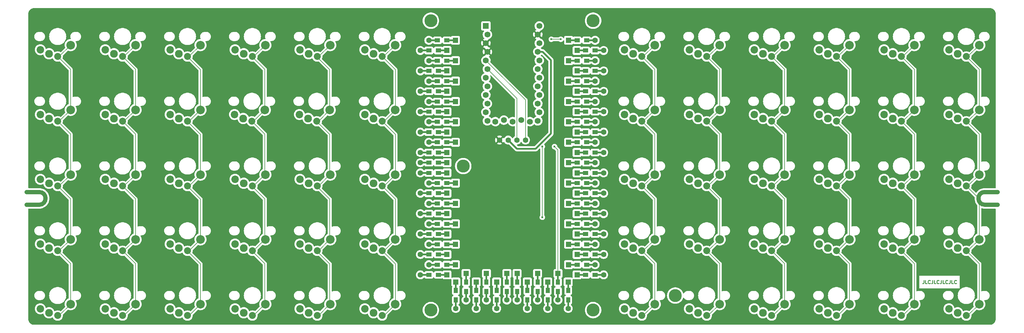
<source format=gbr>
%TF.GenerationSoftware,KiCad,Pcbnew,(6.0.0-rc1-306-g01eebd0b9d)*%
%TF.CreationDate,2022-02-27T11:11:43+00:00*%
%TF.ProjectId,lumberelite,6c756d62-6572-4656-9c69-74652e6b6963,2022.2*%
%TF.SameCoordinates,Original*%
%TF.FileFunction,Copper,L2,Bot*%
%TF.FilePolarity,Positive*%
%FSLAX46Y46*%
G04 Gerber Fmt 4.6, Leading zero omitted, Abs format (unit mm)*
G04 Created by KiCad (PCBNEW (6.0.0-rc1-306-g01eebd0b9d)) date 2022-02-27 11:11:43*
%MOMM*%
%LPD*%
G01*
G04 APERTURE LIST*
%ADD10C,0.250000*%
%TA.AperFunction,NonConductor*%
%ADD11C,0.250000*%
%TD*%
%TA.AperFunction,EtchedComponent*%
%ADD12C,1.250000*%
%TD*%
%TA.AperFunction,ComponentPad*%
%ADD13C,2.540000*%
%TD*%
%TA.AperFunction,ComponentPad*%
%ADD14C,2.032000*%
%TD*%
%TA.AperFunction,ComponentPad*%
%ADD15C,2.286000*%
%TD*%
%TA.AperFunction,ComponentPad*%
%ADD16C,2.200000*%
%TD*%
%TA.AperFunction,ComponentPad*%
%ADD17R,1.600000X1.600000*%
%TD*%
%TA.AperFunction,SMDPad,CuDef*%
%ADD18R,2.900000X0.500000*%
%TD*%
%TA.AperFunction,SMDPad,CuDef*%
%ADD19R,1.600000X1.200000*%
%TD*%
%TA.AperFunction,ComponentPad*%
%ADD20C,1.600000*%
%TD*%
%TA.AperFunction,SMDPad,CuDef*%
%ADD21R,0.500000X2.900000*%
%TD*%
%TA.AperFunction,SMDPad,CuDef*%
%ADD22R,1.200000X1.600000*%
%TD*%
%TA.AperFunction,ComponentPad*%
%ADD23C,3.800000*%
%TD*%
%TA.AperFunction,ComponentPad*%
%ADD24R,1.752600X1.752600*%
%TD*%
%TA.AperFunction,ComponentPad*%
%ADD25C,1.752600*%
%TD*%
%TA.AperFunction,ViaPad*%
%ADD26C,0.600000*%
%TD*%
%TA.AperFunction,Conductor*%
%ADD27C,0.160000*%
%TD*%
%TA.AperFunction,Conductor*%
%ADD28C,0.500000*%
%TD*%
G04 APERTURE END LIST*
D10*
D11*
X313380952Y-130572380D02*
X313380952Y-131286666D01*
X313333333Y-131429523D01*
X313238095Y-131524761D01*
X313095238Y-131572380D01*
X313000000Y-131572380D01*
X314333333Y-131572380D02*
X313857142Y-131572380D01*
X313857142Y-130572380D01*
X315238095Y-131477142D02*
X315190476Y-131524761D01*
X315047619Y-131572380D01*
X314952380Y-131572380D01*
X314809523Y-131524761D01*
X314714285Y-131429523D01*
X314666666Y-131334285D01*
X314619047Y-131143809D01*
X314619047Y-131000952D01*
X314666666Y-130810476D01*
X314714285Y-130715238D01*
X314809523Y-130620000D01*
X314952380Y-130572380D01*
X315047619Y-130572380D01*
X315190476Y-130620000D01*
X315238095Y-130667619D01*
X315952380Y-130572380D02*
X315952380Y-131286666D01*
X315904761Y-131429523D01*
X315809523Y-131524761D01*
X315666666Y-131572380D01*
X315571428Y-131572380D01*
X316904761Y-131572380D02*
X316428571Y-131572380D01*
X316428571Y-130572380D01*
X317809523Y-131477142D02*
X317761904Y-131524761D01*
X317619047Y-131572380D01*
X317523809Y-131572380D01*
X317380952Y-131524761D01*
X317285714Y-131429523D01*
X317238095Y-131334285D01*
X317190476Y-131143809D01*
X317190476Y-131000952D01*
X317238095Y-130810476D01*
X317285714Y-130715238D01*
X317380952Y-130620000D01*
X317523809Y-130572380D01*
X317619047Y-130572380D01*
X317761904Y-130620000D01*
X317809523Y-130667619D01*
X318523809Y-130572380D02*
X318523809Y-131286666D01*
X318476190Y-131429523D01*
X318380952Y-131524761D01*
X318238095Y-131572380D01*
X318142857Y-131572380D01*
X319476190Y-131572380D02*
X319000000Y-131572380D01*
X319000000Y-130572380D01*
X320380952Y-131477142D02*
X320333333Y-131524761D01*
X320190476Y-131572380D01*
X320095238Y-131572380D01*
X319952380Y-131524761D01*
X319857142Y-131429523D01*
X319809523Y-131334285D01*
X319761904Y-131143809D01*
X319761904Y-131000952D01*
X319809523Y-130810476D01*
X319857142Y-130715238D01*
X319952380Y-130620000D01*
X320095238Y-130572380D01*
X320190476Y-130572380D01*
X320333333Y-130620000D01*
X320380952Y-130667619D01*
X321095238Y-130572380D02*
X321095238Y-131286666D01*
X321047619Y-131429523D01*
X320952380Y-131524761D01*
X320809523Y-131572380D01*
X320714285Y-131572380D01*
X322047619Y-131572380D02*
X321571428Y-131572380D01*
X321571428Y-130572380D01*
X322952380Y-131477142D02*
X322904761Y-131524761D01*
X322761904Y-131572380D01*
X322666666Y-131572380D01*
X322523809Y-131524761D01*
X322428571Y-131429523D01*
X322380952Y-131334285D01*
X322333333Y-131143809D01*
X322333333Y-131000952D01*
X322380952Y-130810476D01*
X322428571Y-130715238D01*
X322523809Y-130620000D01*
X322666666Y-130572380D01*
X322761904Y-130572380D01*
X322904761Y-130620000D01*
X322952380Y-130667619D01*
D12*
%TO.C,HOLE*%
X50000000Y-108375000D02*
X53708900Y-108375000D01*
X53708900Y-104625000D02*
X50000000Y-104625000D01*
X53708900Y-108375000D02*
G75*
G03*
X53708900Y-104625000I0J1875000D01*
G01*
X335000100Y-104625000D02*
X331291200Y-104625000D01*
X331291200Y-108375000D02*
X335000100Y-108375000D01*
X331291200Y-104625000D02*
G75*
G03*
X331291200Y-108375000I0J-1875000D01*
G01*
%TD*%
D13*
%TO.P,SW_1_12,1,1*%
%TO.N,/COL12*%
X329660000Y-61415000D03*
D14*
X325850000Y-64775000D03*
D15*
%TO.P,SW_1_12,2,2*%
%TO.N,Net-(D_1_12-Pad2)*%
X323310000Y-63955000D03*
D16*
X320750000Y-62775000D03*
%TD*%
D13*
%TO.P,SW_1_9,1,1*%
%TO.N,/COL9*%
X272510000Y-61415000D03*
D14*
X268700000Y-64775000D03*
D16*
%TO.P,SW_1_9,2,2*%
%TO.N,Net-(D_1_9-Pad2)*%
X263600000Y-62775000D03*
D15*
X266160000Y-63955000D03*
%TD*%
D14*
%TO.P,SW_2_12,1,1*%
%TO.N,/COL12*%
X325850000Y-83825000D03*
D13*
X329660000Y-80465000D03*
D16*
%TO.P,SW_2_12,2,2*%
%TO.N,Net-(D_2_12-Pad2)*%
X320750000Y-81825000D03*
D15*
X323310000Y-83005000D03*
%TD*%
D13*
%TO.P,SW_2_9,1,1*%
%TO.N,/COL9*%
X272510000Y-80465000D03*
D14*
X268700000Y-83825000D03*
D15*
%TO.P,SW_2_9,2,2*%
%TO.N,Net-(D_2_9-Pad2)*%
X266160000Y-83005000D03*
D16*
X263600000Y-81825000D03*
%TD*%
D14*
%TO.P,SW_3_12,1,1*%
%TO.N,/COL12*%
X325850000Y-102875000D03*
D13*
X329660000Y-99515000D03*
D15*
%TO.P,SW_3_12,2,2*%
%TO.N,Net-(D_3_12-Pad2)*%
X323310000Y-102055000D03*
D16*
X320750000Y-100875000D03*
%TD*%
D13*
%TO.P,SW_3_11,1,1*%
%TO.N,/COL11*%
X310610000Y-99515000D03*
D14*
X306800000Y-102875000D03*
D16*
%TO.P,SW_3_11,2,2*%
%TO.N,Net-(D_3_11-Pad2)*%
X301700000Y-100875000D03*
D15*
X304260000Y-102055000D03*
%TD*%
D14*
%TO.P,SW_2_8,1,1*%
%TO.N,/COL8*%
X249650000Y-83825000D03*
D13*
X253460000Y-80465000D03*
D16*
%TO.P,SW_2_8,2,2*%
%TO.N,Net-(D_2_8-Pad2)*%
X244550000Y-81825000D03*
D15*
X247110000Y-83005000D03*
%TD*%
D13*
%TO.P,SW_4_12,1,1*%
%TO.N,/COL12*%
X329660000Y-118565000D03*
D14*
X325850000Y-121925000D03*
D15*
%TO.P,SW_4_12,2,2*%
%TO.N,Net-(D_4_12-Pad2)*%
X323310000Y-121105000D03*
D16*
X320750000Y-119925000D03*
%TD*%
D14*
%TO.P,SW_5_12,1,1*%
%TO.N,/COL12*%
X325850000Y-140975000D03*
D13*
X329660000Y-137615000D03*
D16*
%TO.P,SW_5_12,2,2*%
%TO.N,Net-(D_5_12-Pad2)*%
X320750000Y-138975000D03*
D15*
X323310000Y-140155000D03*
%TD*%
D13*
%TO.P,SW_4_10,1,1*%
%TO.N,/COL10*%
X291560000Y-118565000D03*
D14*
X287750000Y-121925000D03*
D15*
%TO.P,SW_4_10,2,2*%
%TO.N,Net-(D_4_10-Pad2)*%
X285210000Y-121105000D03*
D16*
X282650000Y-119925000D03*
%TD*%
D13*
%TO.P,SW_4_9,1,1*%
%TO.N,/COL9*%
X272510000Y-118565000D03*
D14*
X268700000Y-121925000D03*
D16*
%TO.P,SW_4_9,2,2*%
%TO.N,Net-(D_4_9-Pad2)*%
X263600000Y-119925000D03*
D15*
X266160000Y-121105000D03*
%TD*%
D13*
%TO.P,SW_5_2,1,1*%
%TO.N,/COL2*%
X82010000Y-137615000D03*
D14*
X78200000Y-140975000D03*
D16*
%TO.P,SW_5_2,2,2*%
%TO.N,Net-(D_5_2-Pad2)*%
X73100000Y-138975000D03*
D15*
X75660000Y-140155000D03*
%TD*%
D13*
%TO.P,SW_5_4,1,1*%
%TO.N,/COL4*%
X120110000Y-137615000D03*
D14*
X116300000Y-140975000D03*
D15*
%TO.P,SW_5_4,2,2*%
%TO.N,Net-(D_5_4-Pad2)*%
X113760000Y-140155000D03*
D16*
X111200000Y-138975000D03*
%TD*%
D14*
%TO.P,SW_5_5,1,1*%
%TO.N,/COL5*%
X135350000Y-140975000D03*
D13*
X139160000Y-137615000D03*
D15*
%TO.P,SW_5_5,2,2*%
%TO.N,Net-(D_5_5-Pad2)*%
X132810000Y-140155000D03*
D16*
X130250000Y-138975000D03*
%TD*%
D13*
%TO.P,SW_5_9,1,1*%
%TO.N,/COL9*%
X272510000Y-137615000D03*
D14*
X268700000Y-140975000D03*
D16*
%TO.P,SW_5_9,2,2*%
%TO.N,Net-(D_5_9-Pad2)*%
X263600000Y-138975000D03*
D15*
X266160000Y-140155000D03*
%TD*%
D17*
%TO.P,D_2_6,1,K*%
%TO.N,/ROW2*%
X175900000Y-78000000D03*
D18*
X174500000Y-78000000D03*
D19*
X173400000Y-78000000D03*
D18*
%TO.P,D_2_6,2,A*%
%TO.N,Net-(D_2_6-Pad2)*%
X169500000Y-78000000D03*
D19*
X170600000Y-78000000D03*
D20*
X168100000Y-78000000D03*
%TD*%
D18*
%TO.P,D_4_6,1,K*%
%TO.N,/ROW4*%
X174500000Y-114000000D03*
D19*
X173400000Y-114000000D03*
D17*
X175900000Y-114000000D03*
D18*
%TO.P,D_4_6,2,A*%
%TO.N,Net-(D_4_6-Pad2)*%
X169500000Y-114000000D03*
D20*
X168100000Y-114000000D03*
D19*
X170600000Y-114000000D03*
%TD*%
D21*
%TO.P,D_5_6,1,K*%
%TO.N,/ROW5*%
X191000000Y-130000000D03*
D22*
X191000000Y-131100000D03*
D17*
X191000000Y-128600000D03*
D20*
%TO.P,D_5_6,2,A*%
%TO.N,Net-(D_5_6-Pad2)*%
X191000000Y-136400000D03*
D22*
X191000000Y-133900000D03*
D21*
X191000000Y-135000000D03*
%TD*%
%TO.P,D_5_5,1,K*%
%TO.N,/ROW5*%
X188000000Y-132500000D03*
D22*
X188000000Y-133600000D03*
D17*
X188000000Y-131100000D03*
D22*
%TO.P,D_5_5,2,A*%
%TO.N,Net-(D_5_5-Pad2)*%
X188000000Y-136400000D03*
D20*
X188000000Y-138900000D03*
D21*
X188000000Y-137500000D03*
%TD*%
D22*
%TO.P,D_5_4,1,K*%
%TO.N,/ROW5*%
X185000000Y-131100000D03*
D21*
X185000000Y-130000000D03*
D17*
X185000000Y-128600000D03*
D20*
%TO.P,D_5_4,2,A*%
%TO.N,Net-(D_5_4-Pad2)*%
X185000000Y-136400000D03*
D21*
X185000000Y-135000000D03*
D22*
X185000000Y-133900000D03*
%TD*%
D17*
%TO.P,D_5_2,1,K*%
%TO.N,/ROW5*%
X179000000Y-128600000D03*
D22*
X179000000Y-131100000D03*
D21*
X179000000Y-130000000D03*
D20*
%TO.P,D_5_2,2,A*%
%TO.N,Net-(D_5_2-Pad2)*%
X179000000Y-136400000D03*
D21*
X179000000Y-135000000D03*
D22*
X179000000Y-133900000D03*
%TD*%
D18*
%TO.P,D_1_2,1,K*%
%TO.N,/ROW1*%
X174500000Y-72000000D03*
D17*
X175900000Y-72000000D03*
D19*
X173400000Y-72000000D03*
%TO.P,D_1_2,2,A*%
%TO.N,Net-(D_1_2-Pad2)*%
X170600000Y-72000000D03*
D20*
X168100000Y-72000000D03*
D18*
X169500000Y-72000000D03*
%TD*%
D23*
%TO.P,H1,1*%
%TO.N,N/C*%
X168687480Y-54237550D03*
%TD*%
%TO.P,H2,1*%
%TO.N,N/C*%
X216312520Y-54237550D03*
%TD*%
%TO.P,H3,1*%
%TO.N,N/C*%
X168687480Y-139367309D03*
%TD*%
%TO.P,H4,1*%
%TO.N,N/C*%
X216312520Y-139367309D03*
%TD*%
D21*
%TO.P,D_5_11,1,K*%
%TO.N,/ROW5*%
X206000000Y-130000000D03*
D22*
X206000000Y-131100000D03*
D17*
X206000000Y-128600000D03*
D21*
%TO.P,D_5_11,2,A*%
%TO.N,Net-(D_5_11-Pad2)*%
X206000000Y-135000000D03*
D22*
X206000000Y-133900000D03*
D20*
X206000000Y-136400000D03*
%TD*%
D13*
%TO.P,SW_5_8,1,1*%
%TO.N,/COL8*%
X253460000Y-137615000D03*
D14*
X249650000Y-140975000D03*
D15*
%TO.P,SW_5_8,2,2*%
%TO.N,Net-(D_5_8-Pad2)*%
X247110000Y-140155000D03*
D16*
X244550000Y-138975000D03*
%TD*%
D14*
%TO.P,SW_4_5,1,1*%
%TO.N,/COL5*%
X135350000Y-121925000D03*
D13*
X139160000Y-118565000D03*
D15*
%TO.P,SW_4_5,2,2*%
%TO.N,Net-(D_4_5-Pad2)*%
X132810000Y-121105000D03*
D16*
X130250000Y-119925000D03*
%TD*%
D13*
%TO.P,SW_4_4,1,1*%
%TO.N,/COL4*%
X120110000Y-118565000D03*
D14*
X116300000Y-121925000D03*
D16*
%TO.P,SW_4_4,2,2*%
%TO.N,Net-(D_4_4-Pad2)*%
X111200000Y-119925000D03*
D15*
X113760000Y-121105000D03*
%TD*%
D14*
%TO.P,SW_4_3,1,1*%
%TO.N,/COL3*%
X97250000Y-121925000D03*
D13*
X101060000Y-118565000D03*
D15*
%TO.P,SW_4_3,2,2*%
%TO.N,Net-(D_4_3-Pad2)*%
X94710000Y-121105000D03*
D16*
X92150000Y-119925000D03*
%TD*%
D14*
%TO.P,SW_5_1,1,1*%
%TO.N,/COL1*%
X59150000Y-140975000D03*
D13*
X62960000Y-137615000D03*
D15*
%TO.P,SW_5_1,2,2*%
%TO.N,Net-(D_5_1-Pad2)*%
X56610000Y-140155000D03*
D16*
X54050000Y-138975000D03*
%TD*%
D18*
%TO.P,D_4_2,1,K*%
%TO.N,/ROW4*%
X174500000Y-126000000D03*
D17*
X175900000Y-126000000D03*
D19*
X173400000Y-126000000D03*
%TO.P,D_4_2,2,A*%
%TO.N,Net-(D_4_2-Pad2)*%
X170600000Y-126000000D03*
D20*
X168100000Y-126000000D03*
D18*
X169500000Y-126000000D03*
%TD*%
D19*
%TO.P,D_4_4,1,K*%
%TO.N,/ROW4*%
X173400000Y-120000000D03*
D17*
X175900000Y-120000000D03*
D18*
X174500000Y-120000000D03*
%TO.P,D_4_4,2,A*%
%TO.N,Net-(D_4_4-Pad2)*%
X169500000Y-120000000D03*
D20*
X168100000Y-120000000D03*
D19*
X170600000Y-120000000D03*
%TD*%
D18*
%TO.P,D_3_1,1,K*%
%TO.N,/ROW3*%
X172000000Y-111000000D03*
D17*
X173400000Y-111000000D03*
D19*
X170900000Y-111000000D03*
D18*
%TO.P,D_3_1,2,A*%
%TO.N,Net-(D_3_1-Pad2)*%
X167000000Y-111000000D03*
D19*
X168100000Y-111000000D03*
D20*
X165600000Y-111000000D03*
%TD*%
D17*
%TO.P,D_3_2,1,K*%
%TO.N,/ROW3*%
X175900000Y-108000000D03*
D18*
X174500000Y-108000000D03*
D19*
X173400000Y-108000000D03*
D20*
%TO.P,D_3_2,2,A*%
%TO.N,Net-(D_3_2-Pad2)*%
X168100000Y-108000000D03*
D19*
X170600000Y-108000000D03*
D18*
X169500000Y-108000000D03*
%TD*%
%TO.P,D_3_3,1,K*%
%TO.N,/ROW3*%
X172000000Y-105000000D03*
D19*
X170900000Y-105000000D03*
D17*
X173400000Y-105000000D03*
D19*
%TO.P,D_3_3,2,A*%
%TO.N,Net-(D_3_3-Pad2)*%
X168100000Y-105000000D03*
D18*
X167000000Y-105000000D03*
D20*
X165600000Y-105000000D03*
%TD*%
D17*
%TO.P,D_4_5,1,K*%
%TO.N,/ROW4*%
X173400000Y-117000000D03*
D18*
X172000000Y-117000000D03*
D19*
X170900000Y-117000000D03*
D20*
%TO.P,D_4_5,2,A*%
%TO.N,Net-(D_4_5-Pad2)*%
X165600000Y-117000000D03*
D19*
X168100000Y-117000000D03*
D18*
X167000000Y-117000000D03*
%TD*%
D17*
%TO.P,D_2_1,1,K*%
%TO.N,/ROW2*%
X173400000Y-93000000D03*
D19*
X170900000Y-93000000D03*
D18*
X172000000Y-93000000D03*
D20*
%TO.P,D_2_1,2,A*%
%TO.N,Net-(D_2_1-Pad2)*%
X165600000Y-93000000D03*
D19*
X168100000Y-93000000D03*
D18*
X167000000Y-93000000D03*
%TD*%
D19*
%TO.P,D_3_5,1,K*%
%TO.N,/ROW3*%
X170900000Y-99000000D03*
D17*
X173400000Y-99000000D03*
D18*
X172000000Y-99000000D03*
D20*
%TO.P,D_3_5,2,A*%
%TO.N,Net-(D_3_5-Pad2)*%
X165600000Y-99000000D03*
D18*
X167000000Y-99000000D03*
D19*
X168100000Y-99000000D03*
%TD*%
D18*
%TO.P,D_2_3,1,K*%
%TO.N,/ROW2*%
X172000000Y-87000000D03*
D17*
X173400000Y-87000000D03*
D19*
X170900000Y-87000000D03*
D20*
%TO.P,D_2_3,2,A*%
%TO.N,Net-(D_2_3-Pad2)*%
X165600000Y-87000000D03*
D18*
X167000000Y-87000000D03*
D19*
X168100000Y-87000000D03*
%TD*%
D18*
%TO.P,D_2_4,1,K*%
%TO.N,/ROW2*%
X174500000Y-84000000D03*
D17*
X175900000Y-84000000D03*
D19*
X173400000Y-84000000D03*
D18*
%TO.P,D_2_4,2,A*%
%TO.N,Net-(D_2_4-Pad2)*%
X169500000Y-84000000D03*
D20*
X168100000Y-84000000D03*
D19*
X170600000Y-84000000D03*
%TD*%
%TO.P,D_2_5,1,K*%
%TO.N,/ROW2*%
X170900000Y-81000000D03*
D17*
X173400000Y-81000000D03*
D18*
X172000000Y-81000000D03*
D19*
%TO.P,D_2_5,2,A*%
%TO.N,Net-(D_2_5-Pad2)*%
X168100000Y-81000000D03*
D18*
X167000000Y-81000000D03*
D20*
X165600000Y-81000000D03*
%TD*%
D17*
%TO.P,D_1_11,1,K*%
%TO.N,/ROW1*%
X209100000Y-72000000D03*
D19*
X211600000Y-72000000D03*
D18*
X210500000Y-72000000D03*
%TO.P,D_1_11,2,A*%
%TO.N,Net-(D_1_11-Pad2)*%
X215500000Y-72000000D03*
D19*
X214400000Y-72000000D03*
D20*
X216900000Y-72000000D03*
%TD*%
D17*
%TO.P,D_1_3,1,K*%
%TO.N,/ROW1*%
X173400000Y-69000000D03*
D19*
X170900000Y-69000000D03*
D18*
X172000000Y-69000000D03*
D20*
%TO.P,D_1_3,2,A*%
%TO.N,Net-(D_1_3-Pad2)*%
X165600000Y-69000000D03*
D19*
X168100000Y-69000000D03*
D18*
X167000000Y-69000000D03*
%TD*%
D14*
%TO.P,SW_3_6,1,1*%
%TO.N,/COL6*%
X154400000Y-102875000D03*
D13*
X158210000Y-99515000D03*
D16*
%TO.P,SW_3_6,2,2*%
%TO.N,Net-(D_3_6-Pad2)*%
X149300000Y-100875000D03*
D15*
X151860000Y-102055000D03*
%TD*%
D14*
%TO.P,SW_2_5,1,1*%
%TO.N,/COL5*%
X135200000Y-83825000D03*
D13*
X139010000Y-80465000D03*
D15*
%TO.P,SW_2_5,2,2*%
%TO.N,Net-(D_2_5-Pad2)*%
X132660000Y-83005000D03*
D16*
X130100000Y-81825000D03*
%TD*%
D14*
%TO.P,SW_3_3,1,1*%
%TO.N,/COL3*%
X97250000Y-102875000D03*
D13*
X101060000Y-99515000D03*
D15*
%TO.P,SW_3_3,2,2*%
%TO.N,Net-(D_3_3-Pad2)*%
X94710000Y-102055000D03*
D16*
X92150000Y-100875000D03*
%TD*%
D13*
%TO.P,SW_3_2,1,1*%
%TO.N,/COL2*%
X82010000Y-99515000D03*
D14*
X78200000Y-102875000D03*
D15*
%TO.P,SW_3_2,2,2*%
%TO.N,Net-(D_3_2-Pad2)*%
X75660000Y-102055000D03*
D16*
X73100000Y-100875000D03*
%TD*%
D13*
%TO.P,SW_3_1,1,1*%
%TO.N,/COL1*%
X62960000Y-99515000D03*
D14*
X59150000Y-102875000D03*
D16*
%TO.P,SW_3_1,2,2*%
%TO.N,Net-(D_3_1-Pad2)*%
X54050000Y-100875000D03*
D15*
X56610000Y-102055000D03*
%TD*%
D13*
%TO.P,SW_1_6,1,1*%
%TO.N,/COL6*%
X158210000Y-61415000D03*
D14*
X154400000Y-64775000D03*
D16*
%TO.P,SW_1_6,2,2*%
%TO.N,Net-(D_1_6-Pad2)*%
X149300000Y-62775000D03*
D15*
X151860000Y-63955000D03*
%TD*%
D13*
%TO.P,SW_1_4,1,1*%
%TO.N,/COL4*%
X120110000Y-61415000D03*
D14*
X116300000Y-64775000D03*
D15*
%TO.P,SW_1_4,2,2*%
%TO.N,Net-(D_1_4-Pad2)*%
X113760000Y-63955000D03*
D16*
X111200000Y-62775000D03*
%TD*%
D14*
%TO.P,SW_1_3,1,1*%
%TO.N,/COL3*%
X97250000Y-64775000D03*
D13*
X101060000Y-61415000D03*
D15*
%TO.P,SW_1_3,2,2*%
%TO.N,Net-(D_1_3-Pad2)*%
X94710000Y-63955000D03*
D16*
X92150000Y-62775000D03*
%TD*%
D19*
%TO.P,D_1_10,1,K*%
%TO.N,/ROW1*%
X214100000Y-69000000D03*
D17*
X211600000Y-69000000D03*
D18*
X213000000Y-69000000D03*
D20*
%TO.P,D_1_10,2,A*%
%TO.N,Net-(D_1_10-Pad2)*%
X219400000Y-69000000D03*
D19*
X216900000Y-69000000D03*
D18*
X218000000Y-69000000D03*
%TD*%
D13*
%TO.P,SW_1_11,1,1*%
%TO.N,/COL11*%
X310610000Y-61415000D03*
D14*
X306800000Y-64775000D03*
D15*
%TO.P,SW_1_11,2,2*%
%TO.N,Net-(D_1_11-Pad2)*%
X304260000Y-63955000D03*
D16*
X301700000Y-62775000D03*
%TD*%
D18*
%TO.P,D_1_5,1,K*%
%TO.N,/ROW1*%
X172000000Y-63000000D03*
D17*
X173400000Y-63000000D03*
D19*
X170900000Y-63000000D03*
%TO.P,D_1_5,2,A*%
%TO.N,Net-(D_1_5-Pad2)*%
X168100000Y-63000000D03*
D20*
X165600000Y-63000000D03*
D18*
X167000000Y-63000000D03*
%TD*%
D14*
%TO.P,SW_2_3,1,1*%
%TO.N,/COL3*%
X97250000Y-83825000D03*
D13*
X101060000Y-80465000D03*
D16*
%TO.P,SW_2_3,2,2*%
%TO.N,Net-(D_2_3-Pad2)*%
X92150000Y-81825000D03*
D15*
X94710000Y-83005000D03*
%TD*%
D13*
%TO.P,SW_2_4,1,1*%
%TO.N,/COL4*%
X119960000Y-80465000D03*
D14*
X116150000Y-83825000D03*
D16*
%TO.P,SW_2_4,2,2*%
%TO.N,Net-(D_2_4-Pad2)*%
X111050000Y-81825000D03*
D15*
X113610000Y-83005000D03*
%TD*%
D14*
%TO.P,SW_2_6,1,1*%
%TO.N,/COL6*%
X154400000Y-83825000D03*
D13*
X158210000Y-80465000D03*
D16*
%TO.P,SW_2_6,2,2*%
%TO.N,Net-(D_2_6-Pad2)*%
X149300000Y-81825000D03*
D15*
X151860000Y-83005000D03*
%TD*%
D14*
%TO.P,SW_4_1,1,1*%
%TO.N,/COL1*%
X59150000Y-121925000D03*
D13*
X62960000Y-118565000D03*
D15*
%TO.P,SW_4_1,2,2*%
%TO.N,Net-(D_4_1-Pad2)*%
X56610000Y-121105000D03*
D16*
X54050000Y-119925000D03*
%TD*%
D13*
%TO.P,SW_4_2,1,1*%
%TO.N,/COL2*%
X82010000Y-118565000D03*
D14*
X78200000Y-121925000D03*
D15*
%TO.P,SW_4_2,2,2*%
%TO.N,Net-(D_4_2-Pad2)*%
X75660000Y-121105000D03*
D16*
X73100000Y-119925000D03*
%TD*%
D13*
%TO.P,SW_5_11,1,1*%
%TO.N,/COL11*%
X310610000Y-137615000D03*
D14*
X306800000Y-140975000D03*
D15*
%TO.P,SW_5_11,2,2*%
%TO.N,Net-(D_5_11-Pad2)*%
X304260000Y-140155000D03*
D16*
X301700000Y-138975000D03*
%TD*%
D13*
%TO.P,SW_3_8,1,1*%
%TO.N,/COL8*%
X253460000Y-99515000D03*
D14*
X249650000Y-102875000D03*
D16*
%TO.P,SW_3_8,2,2*%
%TO.N,Net-(D_3_8-Pad2)*%
X244550000Y-100875000D03*
D15*
X247110000Y-102055000D03*
%TD*%
D13*
%TO.P,SW_3_9,1,1*%
%TO.N,/COL9*%
X272510000Y-99515000D03*
D14*
X268700000Y-102875000D03*
D15*
%TO.P,SW_3_9,2,2*%
%TO.N,Net-(D_3_9-Pad2)*%
X266160000Y-102055000D03*
D16*
X263600000Y-100875000D03*
%TD*%
D13*
%TO.P,SW_4_11,1,1*%
%TO.N,/COL11*%
X310610000Y-118565000D03*
D14*
X306800000Y-121925000D03*
D15*
%TO.P,SW_4_11,2,2*%
%TO.N,Net-(D_4_11-Pad2)*%
X304260000Y-121105000D03*
D16*
X301700000Y-119925000D03*
%TD*%
D17*
%TO.P,D_5_10,1,K*%
%TO.N,/ROW5*%
X203000000Y-131100000D03*
D22*
X203000000Y-133600000D03*
D21*
X203000000Y-132500000D03*
D22*
%TO.P,D_5_10,2,A*%
%TO.N,Net-(D_5_10-Pad2)*%
X203000000Y-136400000D03*
D21*
X203000000Y-137500000D03*
D20*
X203000000Y-138900000D03*
%TD*%
D14*
%TO.P,SW_5_3,1,1*%
%TO.N,/COL3*%
X97250000Y-140975000D03*
D13*
X101060000Y-137615000D03*
D15*
%TO.P,SW_5_3,2,2*%
%TO.N,Net-(D_5_3-Pad2)*%
X94710000Y-140155000D03*
D16*
X92150000Y-138975000D03*
%TD*%
D14*
%TO.P,SW_2_1,1,1*%
%TO.N,/COL1*%
X59150000Y-83825000D03*
D13*
X62960000Y-80465000D03*
D15*
%TO.P,SW_2_1,2,2*%
%TO.N,Net-(D_2_1-Pad2)*%
X56610000Y-83005000D03*
D16*
X54050000Y-81825000D03*
%TD*%
D14*
%TO.P,SW_4_8,1,1*%
%TO.N,/COL8*%
X249650000Y-121925000D03*
D13*
X253460000Y-118565000D03*
D16*
%TO.P,SW_4_8,2,2*%
%TO.N,Net-(D_4_8-Pad2)*%
X244550000Y-119925000D03*
D15*
X247110000Y-121105000D03*
%TD*%
D14*
%TO.P,SW_1_5,1,1*%
%TO.N,/COL5*%
X135350000Y-64775000D03*
D13*
X139160000Y-61415000D03*
D16*
%TO.P,SW_1_5,2,2*%
%TO.N,Net-(D_1_5-Pad2)*%
X130250000Y-62775000D03*
D15*
X132810000Y-63955000D03*
%TD*%
D13*
%TO.P,SW_1_10,1,1*%
%TO.N,/COL10*%
X291560000Y-61415000D03*
D14*
X287750000Y-64775000D03*
D16*
%TO.P,SW_1_10,2,2*%
%TO.N,Net-(D_1_10-Pad2)*%
X282650000Y-62775000D03*
D15*
X285210000Y-63955000D03*
%TD*%
D14*
%TO.P,SW_2_11,1,1*%
%TO.N,/COL11*%
X306800000Y-83825000D03*
D13*
X310610000Y-80465000D03*
D15*
%TO.P,SW_2_11,2,2*%
%TO.N,Net-(D_2_11-Pad2)*%
X304260000Y-83005000D03*
D16*
X301700000Y-81825000D03*
%TD*%
D13*
%TO.P,SW_4_6,1,1*%
%TO.N,/COL6*%
X158210000Y-118565000D03*
D14*
X154400000Y-121925000D03*
D16*
%TO.P,SW_4_6,2,2*%
%TO.N,Net-(D_4_6-Pad2)*%
X149300000Y-119925000D03*
D15*
X151860000Y-121105000D03*
%TD*%
D21*
%TO.P,D_5_1,1,K*%
%TO.N,/ROW5*%
X176000000Y-132500000D03*
D17*
X176000000Y-131100000D03*
D22*
X176000000Y-133600000D03*
D20*
%TO.P,D_5_1,2,A*%
%TO.N,Net-(D_5_1-Pad2)*%
X176000000Y-138900000D03*
D21*
X176000000Y-137500000D03*
D22*
X176000000Y-136400000D03*
%TD*%
D14*
%TO.P,SW_2_7,1,1*%
%TO.N,/COL7*%
X230600000Y-83825000D03*
D13*
X234410000Y-80465000D03*
D15*
%TO.P,SW_2_7,2,2*%
%TO.N,Net-(D_2_7-Pad2)*%
X228060000Y-83005000D03*
D16*
X225500000Y-81825000D03*
%TD*%
D14*
%TO.P,SW_1_7,1,1*%
%TO.N,/COL7*%
X230600000Y-64775000D03*
D13*
X234410000Y-61415000D03*
D16*
%TO.P,SW_1_7,2,2*%
%TO.N,Net-(D_1_7-Pad2)*%
X225500000Y-62775000D03*
D15*
X228060000Y-63955000D03*
%TD*%
D14*
%TO.P,SW_1_8,1,1*%
%TO.N,/COL8*%
X249650000Y-64775000D03*
D13*
X253460000Y-61415000D03*
D16*
%TO.P,SW_1_8,2,2*%
%TO.N,Net-(D_1_8-Pad2)*%
X244550000Y-62775000D03*
D15*
X247110000Y-63955000D03*
%TD*%
D13*
%TO.P,SW_5_6,1,1*%
%TO.N,/COL6*%
X158210000Y-137615000D03*
D14*
X154400000Y-140975000D03*
D16*
%TO.P,SW_5_6,2,2*%
%TO.N,Net-(D_5_6-Pad2)*%
X149300000Y-138975000D03*
D15*
X151860000Y-140155000D03*
%TD*%
D19*
%TO.P,D_3_12,1,K*%
%TO.N,/ROW3*%
X214100000Y-111000000D03*
D18*
X213000000Y-111000000D03*
D17*
X211600000Y-111000000D03*
D20*
%TO.P,D_3_12,2,A*%
%TO.N,Net-(D_3_12-Pad2)*%
X219400000Y-111000000D03*
D18*
X218000000Y-111000000D03*
D19*
X216900000Y-111000000D03*
%TD*%
D21*
%TO.P,D_5_12,1,K*%
%TO.N,/ROW5*%
X209000000Y-132500000D03*
D17*
X209000000Y-131100000D03*
D22*
X209000000Y-133600000D03*
D21*
%TO.P,D_5_12,2,A*%
%TO.N,Net-(D_5_12-Pad2)*%
X209000000Y-137500000D03*
D20*
X209000000Y-138900000D03*
D22*
X209000000Y-136400000D03*
%TD*%
D13*
%TO.P,SW_3_7,1,1*%
%TO.N,/COL7*%
X234410000Y-99515000D03*
D14*
X230600000Y-102875000D03*
D15*
%TO.P,SW_3_7,2,2*%
%TO.N,Net-(D_3_7-Pad2)*%
X228060000Y-102055000D03*
D16*
X225500000Y-100875000D03*
%TD*%
D14*
%TO.P,SW_5_7,1,1*%
%TO.N,/COL7*%
X230600000Y-140975000D03*
D13*
X234410000Y-137615000D03*
D15*
%TO.P,SW_5_7,2,2*%
%TO.N,Net-(D_5_7-Pad2)*%
X228060000Y-140155000D03*
D16*
X225500000Y-138975000D03*
%TD*%
D14*
%TO.P,SW_4_7,1,1*%
%TO.N,/COL7*%
X230600000Y-121925000D03*
D13*
X234410000Y-118565000D03*
D15*
%TO.P,SW_4_7,2,2*%
%TO.N,Net-(D_4_7-Pad2)*%
X228060000Y-121105000D03*
D16*
X225500000Y-119925000D03*
%TD*%
D14*
%TO.P,SW_3_5,1,1*%
%TO.N,/COL5*%
X135350000Y-102875000D03*
D13*
X139160000Y-99515000D03*
D15*
%TO.P,SW_3_5,2,2*%
%TO.N,Net-(D_3_5-Pad2)*%
X132810000Y-102055000D03*
D16*
X130250000Y-100875000D03*
%TD*%
D14*
%TO.P,SW_2_10,1,1*%
%TO.N,/COL10*%
X287750000Y-83825000D03*
D13*
X291560000Y-80465000D03*
D16*
%TO.P,SW_2_10,2,2*%
%TO.N,Net-(D_2_10-Pad2)*%
X282650000Y-81825000D03*
D15*
X285210000Y-83005000D03*
%TD*%
D17*
%TO.P,D_1_12,1,K*%
%TO.N,/ROW1*%
X211600000Y-75000000D03*
D18*
X213000000Y-75000000D03*
D19*
X214100000Y-75000000D03*
%TO.P,D_1_12,2,A*%
%TO.N,Net-(D_1_12-Pad2)*%
X216900000Y-75000000D03*
D18*
X218000000Y-75000000D03*
D20*
X219400000Y-75000000D03*
%TD*%
D19*
%TO.P,D_1_7,1,K*%
%TO.N,/ROW1*%
X211600000Y-60000000D03*
D18*
X210500000Y-60000000D03*
D17*
X209100000Y-60000000D03*
D18*
%TO.P,D_1_7,2,A*%
%TO.N,Net-(D_1_7-Pad2)*%
X215500000Y-60000000D03*
D19*
X214400000Y-60000000D03*
D20*
X216900000Y-60000000D03*
%TD*%
D17*
%TO.P,D_1_8,1,K*%
%TO.N,/ROW1*%
X211600000Y-63000000D03*
D19*
X214100000Y-63000000D03*
D18*
X213000000Y-63000000D03*
D20*
%TO.P,D_1_8,2,A*%
%TO.N,Net-(D_1_8-Pad2)*%
X219400000Y-63000000D03*
D18*
X218000000Y-63000000D03*
D19*
X216900000Y-63000000D03*
%TD*%
%TO.P,D_2_7,1,K*%
%TO.N,/ROW2*%
X211600000Y-78000000D03*
D18*
X210500000Y-78000000D03*
D17*
X209100000Y-78000000D03*
D20*
%TO.P,D_2_7,2,A*%
%TO.N,Net-(D_2_7-Pad2)*%
X216900000Y-78000000D03*
D19*
X214400000Y-78000000D03*
D18*
X215500000Y-78000000D03*
%TD*%
D17*
%TO.P,D_2_12,1,K*%
%TO.N,/ROW2*%
X211600000Y-93000000D03*
D19*
X214100000Y-93000000D03*
D18*
X213000000Y-93000000D03*
%TO.P,D_2_12,2,A*%
%TO.N,Net-(D_2_12-Pad2)*%
X218000000Y-93000000D03*
D20*
X219400000Y-93000000D03*
D19*
X216900000Y-93000000D03*
%TD*%
D17*
%TO.P,D_2_10,1,K*%
%TO.N,/ROW2*%
X211600000Y-87000000D03*
D18*
X213000000Y-87000000D03*
D19*
X214100000Y-87000000D03*
D20*
%TO.P,D_2_10,2,A*%
%TO.N,Net-(D_2_10-Pad2)*%
X219400000Y-87000000D03*
D18*
X218000000Y-87000000D03*
D19*
X216900000Y-87000000D03*
%TD*%
D18*
%TO.P,D_2_11,1,K*%
%TO.N,/ROW2*%
X210500000Y-90000000D03*
D17*
X209100000Y-90000000D03*
D19*
X211600000Y-90000000D03*
D20*
%TO.P,D_2_11,2,A*%
%TO.N,Net-(D_2_11-Pad2)*%
X216900000Y-90000000D03*
D19*
X214400000Y-90000000D03*
D18*
X215500000Y-90000000D03*
%TD*%
D19*
%TO.P,D_3_9,1,K*%
%TO.N,/ROW3*%
X211600000Y-102000000D03*
D17*
X209100000Y-102000000D03*
D18*
X210500000Y-102000000D03*
D19*
%TO.P,D_3_9,2,A*%
%TO.N,Net-(D_3_9-Pad2)*%
X214400000Y-102000000D03*
D20*
X216900000Y-102000000D03*
D18*
X215500000Y-102000000D03*
%TD*%
D17*
%TO.P,D_3_8,1,K*%
%TO.N,/ROW3*%
X211600000Y-99000000D03*
D19*
X214100000Y-99000000D03*
D18*
X213000000Y-99000000D03*
D19*
%TO.P,D_3_8,2,A*%
%TO.N,Net-(D_3_8-Pad2)*%
X216900000Y-99000000D03*
D18*
X218000000Y-99000000D03*
D20*
X219400000Y-99000000D03*
%TD*%
D17*
%TO.P,D_3_7,1,K*%
%TO.N,/ROW3*%
X209100000Y-96000000D03*
D18*
X210500000Y-96000000D03*
D19*
X211600000Y-96000000D03*
D20*
%TO.P,D_3_7,2,A*%
%TO.N,Net-(D_3_7-Pad2)*%
X216900000Y-96000000D03*
D18*
X215500000Y-96000000D03*
D19*
X214400000Y-96000000D03*
%TD*%
D17*
%TO.P,D_2_8,1,K*%
%TO.N,/ROW2*%
X211600000Y-81000000D03*
D19*
X214100000Y-81000000D03*
D18*
X213000000Y-81000000D03*
D19*
%TO.P,D_2_8,2,A*%
%TO.N,Net-(D_2_8-Pad2)*%
X216900000Y-81000000D03*
D20*
X219400000Y-81000000D03*
D18*
X218000000Y-81000000D03*
%TD*%
%TO.P,D_3_11,1,K*%
%TO.N,/ROW3*%
X210500000Y-108000000D03*
D17*
X209100000Y-108000000D03*
D19*
X211600000Y-108000000D03*
D20*
%TO.P,D_3_11,2,A*%
%TO.N,Net-(D_3_11-Pad2)*%
X216900000Y-108000000D03*
D19*
X214400000Y-108000000D03*
D18*
X215500000Y-108000000D03*
%TD*%
%TO.P,D_3_10,1,K*%
%TO.N,/ROW3*%
X213000000Y-105000000D03*
D19*
X214100000Y-105000000D03*
D17*
X211600000Y-105000000D03*
D19*
%TO.P,D_3_10,2,A*%
%TO.N,Net-(D_3_10-Pad2)*%
X216900000Y-105000000D03*
D20*
X219400000Y-105000000D03*
D18*
X218000000Y-105000000D03*
%TD*%
%TO.P,D_4_7,1,K*%
%TO.N,/ROW4*%
X210500000Y-114000000D03*
D17*
X209100000Y-114000000D03*
D19*
X211600000Y-114000000D03*
%TO.P,D_4_7,2,A*%
%TO.N,Net-(D_4_7-Pad2)*%
X214400000Y-114000000D03*
D20*
X216900000Y-114000000D03*
D18*
X215500000Y-114000000D03*
%TD*%
%TO.P,D_2_9,1,K*%
%TO.N,/ROW2*%
X210500000Y-84000000D03*
D19*
X211600000Y-84000000D03*
D17*
X209100000Y-84000000D03*
D19*
%TO.P,D_2_9,2,A*%
%TO.N,Net-(D_2_9-Pad2)*%
X214400000Y-84000000D03*
D20*
X216900000Y-84000000D03*
D18*
X215500000Y-84000000D03*
%TD*%
%TO.P,D_1_9,1,K*%
%TO.N,/ROW1*%
X210500000Y-66000000D03*
D17*
X209100000Y-66000000D03*
D19*
X211600000Y-66000000D03*
%TO.P,D_1_9,2,A*%
%TO.N,Net-(D_1_9-Pad2)*%
X214400000Y-66000000D03*
D18*
X215500000Y-66000000D03*
D20*
X216900000Y-66000000D03*
%TD*%
D18*
%TO.P,D_4_12,1,K*%
%TO.N,/ROW4*%
X213000000Y-129000000D03*
D19*
X214100000Y-129000000D03*
D17*
X211600000Y-129000000D03*
D19*
%TO.P,D_4_12,2,A*%
%TO.N,Net-(D_4_12-Pad2)*%
X216900000Y-129000000D03*
D20*
X219400000Y-129000000D03*
D18*
X218000000Y-129000000D03*
%TD*%
D19*
%TO.P,D_4_9,1,K*%
%TO.N,/ROW4*%
X211600000Y-120000000D03*
D18*
X210500000Y-120000000D03*
D17*
X209100000Y-120000000D03*
D20*
%TO.P,D_4_9,2,A*%
%TO.N,Net-(D_4_9-Pad2)*%
X216900000Y-120000000D03*
D18*
X215500000Y-120000000D03*
D19*
X214400000Y-120000000D03*
%TD*%
D21*
%TO.P,D_5_7,1,K*%
%TO.N,/ROW5*%
X194000000Y-130000000D03*
D17*
X194000000Y-128600000D03*
D22*
X194000000Y-131100000D03*
D20*
%TO.P,D_5_7,2,A*%
%TO.N,Net-(D_5_7-Pad2)*%
X194000000Y-136400000D03*
D22*
X194000000Y-133900000D03*
D21*
X194000000Y-135000000D03*
%TD*%
D17*
%TO.P,D_4_8,1,K*%
%TO.N,/ROW4*%
X211600000Y-117000000D03*
D19*
X214100000Y-117000000D03*
D18*
X213000000Y-117000000D03*
%TO.P,D_4_8,2,A*%
%TO.N,Net-(D_4_8-Pad2)*%
X218000000Y-117000000D03*
D20*
X219400000Y-117000000D03*
D19*
X216900000Y-117000000D03*
%TD*%
D17*
%TO.P,D_4_10,1,K*%
%TO.N,/ROW4*%
X211600000Y-123000000D03*
D19*
X214100000Y-123000000D03*
D18*
X213000000Y-123000000D03*
D20*
%TO.P,D_4_10,2,A*%
%TO.N,Net-(D_4_10-Pad2)*%
X219400000Y-123000000D03*
D19*
X216900000Y-123000000D03*
D18*
X218000000Y-123000000D03*
%TD*%
D17*
%TO.P,D_4_11,1,K*%
%TO.N,/ROW4*%
X209100000Y-126000000D03*
D19*
X211600000Y-126000000D03*
D18*
X210500000Y-126000000D03*
D20*
%TO.P,D_4_11,2,A*%
%TO.N,Net-(D_4_11-Pad2)*%
X216900000Y-126000000D03*
D18*
X215500000Y-126000000D03*
D19*
X214400000Y-126000000D03*
%TD*%
D22*
%TO.P,D_5_8,1,K*%
%TO.N,/ROW5*%
X197000000Y-133600000D03*
D21*
X197000000Y-132500000D03*
D17*
X197000000Y-131100000D03*
D21*
%TO.P,D_5_8,2,A*%
%TO.N,Net-(D_5_8-Pad2)*%
X197000000Y-137500000D03*
D20*
X197000000Y-138900000D03*
D22*
X197000000Y-136400000D03*
%TD*%
D21*
%TO.P,D_5_9,1,K*%
%TO.N,/ROW5*%
X200000000Y-130000000D03*
D17*
X200000000Y-128600000D03*
D22*
X200000000Y-131100000D03*
D21*
%TO.P,D_5_9,2,A*%
%TO.N,Net-(D_5_9-Pad2)*%
X200000000Y-135000000D03*
D20*
X200000000Y-136400000D03*
D22*
X200000000Y-133900000D03*
%TD*%
D18*
%TO.P,D_4_1,1,K*%
%TO.N,/ROW4*%
X172000000Y-129000000D03*
D19*
X170900000Y-129000000D03*
D17*
X173400000Y-129000000D03*
D18*
%TO.P,D_4_1,2,A*%
%TO.N,Net-(D_4_1-Pad2)*%
X167000000Y-129000000D03*
D19*
X168100000Y-129000000D03*
D20*
X165600000Y-129000000D03*
%TD*%
D19*
%TO.P,D_3_4,1,K*%
%TO.N,/ROW3*%
X173400000Y-102000000D03*
D17*
X175900000Y-102000000D03*
D18*
X174500000Y-102000000D03*
D19*
%TO.P,D_3_4,2,A*%
%TO.N,Net-(D_3_4-Pad2)*%
X170600000Y-102000000D03*
D18*
X169500000Y-102000000D03*
D20*
X168100000Y-102000000D03*
%TD*%
D18*
%TO.P,D_3_6,1,K*%
%TO.N,/ROW3*%
X172000000Y-96000000D03*
D19*
X170900000Y-96000000D03*
D17*
X173400000Y-96000000D03*
D18*
%TO.P,D_3_6,2,A*%
%TO.N,Net-(D_3_6-Pad2)*%
X167000000Y-96000000D03*
D20*
X165600000Y-96000000D03*
D19*
X168100000Y-96000000D03*
%TD*%
D18*
%TO.P,D_1_1,1,K*%
%TO.N,/ROW1*%
X172000000Y-75000000D03*
D17*
X173400000Y-75000000D03*
D19*
X170900000Y-75000000D03*
%TO.P,D_1_1,2,A*%
%TO.N,Net-(D_1_1-Pad2)*%
X168100000Y-75000000D03*
D18*
X167000000Y-75000000D03*
D20*
X165600000Y-75000000D03*
%TD*%
D18*
%TO.P,D_4_3,1,K*%
%TO.N,/ROW4*%
X172000000Y-123000000D03*
D19*
X170900000Y-123000000D03*
D17*
X173400000Y-123000000D03*
D18*
%TO.P,D_4_3,2,A*%
%TO.N,Net-(D_4_3-Pad2)*%
X167000000Y-123000000D03*
D20*
X165600000Y-123000000D03*
D19*
X168100000Y-123000000D03*
%TD*%
D14*
%TO.P,SW_3_10,1,1*%
%TO.N,/COL10*%
X287750000Y-102875000D03*
D13*
X291560000Y-99515000D03*
D16*
%TO.P,SW_3_10,2,2*%
%TO.N,Net-(D_3_10-Pad2)*%
X282650000Y-100875000D03*
D15*
X285210000Y-102055000D03*
%TD*%
D13*
%TO.P,SW_1_2,1,1*%
%TO.N,/COL2*%
X82010000Y-61415000D03*
D14*
X78200000Y-64775000D03*
D16*
%TO.P,SW_1_2,2,2*%
%TO.N,Net-(D_1_2-Pad2)*%
X73100000Y-62775000D03*
D15*
X75660000Y-63955000D03*
%TD*%
D14*
%TO.P,SW_5_10,1,1*%
%TO.N,/COL10*%
X287750000Y-140975000D03*
D13*
X291560000Y-137615000D03*
D16*
%TO.P,SW_5_10,2,2*%
%TO.N,Net-(D_5_10-Pad2)*%
X282650000Y-138975000D03*
D15*
X285210000Y-140155000D03*
%TD*%
D14*
%TO.P,SW_1_1,1,1*%
%TO.N,/COL1*%
X59150000Y-64775000D03*
D13*
X62960000Y-61415000D03*
D16*
%TO.P,SW_1_1,2,2*%
%TO.N,Net-(D_1_1-Pad2)*%
X54050000Y-62775000D03*
D15*
X56610000Y-63955000D03*
%TD*%
D14*
%TO.P,SW_2_2,1,1*%
%TO.N,/COL2*%
X78200000Y-83825000D03*
D13*
X82010000Y-80465000D03*
D16*
%TO.P,SW_2_2,2,2*%
%TO.N,Net-(D_2_2-Pad2)*%
X73100000Y-81825000D03*
D15*
X75660000Y-83005000D03*
%TD*%
D14*
%TO.P,SW_3_4,1,1*%
%TO.N,/COL4*%
X116300000Y-102875000D03*
D13*
X120110000Y-99515000D03*
D15*
%TO.P,SW_3_4,2,2*%
%TO.N,Net-(D_3_4-Pad2)*%
X113760000Y-102055000D03*
D16*
X111200000Y-100875000D03*
%TD*%
D18*
%TO.P,D_1_4,1,K*%
%TO.N,/ROW1*%
X174500000Y-66000000D03*
D19*
X173400000Y-66000000D03*
D17*
X175900000Y-66000000D03*
D20*
%TO.P,D_1_4,2,A*%
%TO.N,Net-(D_1_4-Pad2)*%
X168100000Y-66000000D03*
D18*
X169500000Y-66000000D03*
D19*
X170600000Y-66000000D03*
%TD*%
D22*
%TO.P,D_5_3,1,K*%
%TO.N,/ROW5*%
X182000000Y-133600000D03*
D17*
X182000000Y-131100000D03*
D21*
X182000000Y-132500000D03*
D20*
%TO.P,D_5_3,2,A*%
%TO.N,Net-(D_5_3-Pad2)*%
X182000000Y-138900000D03*
D22*
X182000000Y-136400000D03*
D21*
X182000000Y-137500000D03*
%TD*%
D18*
%TO.P,D_2_2,1,K*%
%TO.N,/ROW2*%
X174500000Y-90000000D03*
D19*
X173400000Y-90000000D03*
D17*
X175900000Y-90000000D03*
D18*
%TO.P,D_2_2,2,A*%
%TO.N,Net-(D_2_2-Pad2)*%
X169500000Y-90000000D03*
D20*
X168100000Y-90000000D03*
D19*
X170600000Y-90000000D03*
%TD*%
D18*
%TO.P,D_1_6,1,K*%
%TO.N,/ROW1*%
X174500000Y-60000000D03*
D17*
X175900000Y-60000000D03*
D19*
X173400000Y-60000000D03*
%TO.P,D_1_6,2,A*%
%TO.N,Net-(D_1_6-Pad2)*%
X170600000Y-60000000D03*
D18*
X169500000Y-60000000D03*
D20*
X168100000Y-60000000D03*
%TD*%
D23*
%TO.P,H6,1*%
%TO.N,N/C*%
X178192003Y-97003494D03*
%TD*%
D24*
%TO.P,U2,1,TX0/PD3*%
%TO.N,/COL1*%
X184825728Y-55760073D03*
D25*
%TO.P,U2,2,RX1/PD2*%
%TO.N,/COL2*%
X185282928Y-58300073D03*
%TO.P,U2,3,GND*%
%TO.N,/GND*%
X184825728Y-60840073D03*
%TO.P,U2,4,GND*%
X185282928Y-63380073D03*
%TO.P,U2,5,2/PD1*%
%TO.N,/SDA*%
X184825728Y-65920073D03*
%TO.P,U2,6,3/PD0*%
%TO.N,/SCL*%
X185282928Y-68460073D03*
%TO.P,U2,7,4/PD4*%
%TO.N,/COL3*%
X184825728Y-71000073D03*
%TO.P,U2,8,5/PC6*%
%TO.N,/COL4*%
X185282928Y-73540073D03*
%TO.P,U2,9,6/PD7*%
%TO.N,/COL5*%
X184825728Y-76080073D03*
%TO.P,U2,10,7/PE6*%
%TO.N,/ROW1*%
X185282928Y-78620073D03*
%TO.P,U2,11,8/PB4*%
%TO.N,/COL6*%
X184825728Y-81160073D03*
%TO.P,U2,12,9/PB5*%
%TO.N,/ROW2*%
X185282928Y-83700073D03*
%TO.P,U2,13,10/PB6*%
%TO.N,/ROW5*%
X200065728Y-83700073D03*
%TO.P,U2,14,16/PB2*%
%TO.N,unconnected-(U2-Pad14)*%
X200522928Y-81160073D03*
%TO.P,U2,15,14/PB3*%
%TO.N,/COL7*%
X200065728Y-78620073D03*
%TO.P,U2,16,15/PB1*%
%TO.N,/COL8*%
X200522928Y-76080073D03*
%TO.P,U2,17,A0/PF7*%
%TO.N,/COL9*%
X200065728Y-73540073D03*
%TO.P,U2,18,A1/PF6*%
%TO.N,/COL10*%
X200522928Y-71000073D03*
%TO.P,U2,19,A2/PF5*%
%TO.N,/COL11*%
X200065728Y-68460073D03*
%TO.P,U2,20,A3/PF4*%
%TO.N,/COL12*%
X200522928Y-65920073D03*
%TO.P,U2,21,VCC*%
%TO.N,/3V3*%
X200065728Y-63380073D03*
%TO.P,U2,22,RST*%
%TO.N,unconnected-(U2-Pad22)*%
X200522928Y-60840073D03*
%TO.P,U2,23,GND*%
%TO.N,/GND*%
X200065728Y-58300073D03*
%TO.P,U2,24,B0*%
%TO.N,unconnected-(U2-Pad24)*%
X200522928Y-55760073D03*
%TO.P,U2,25,B7*%
%TO.N,/ROW3*%
X187594328Y-83928673D03*
%TO.P,U2,26,D5*%
%TO.N,unconnected-(U2-Pad26)*%
X190134328Y-83471473D03*
%TO.P,U2,27,C7*%
%TO.N,/ROW4*%
X192674328Y-83928673D03*
%TO.P,U2,28,F1*%
%TO.N,unconnected-(U2-Pad28)*%
X195214328Y-83471473D03*
%TO.P,U2,29,F0*%
%TO.N,unconnected-(U2-Pad29)*%
X197754328Y-83928673D03*
%TD*%
D23*
%TO.P,H7,1*%
%TO.N,N/C*%
X240422933Y-135085732D03*
%TD*%
D20*
%TO.P,OLED1,1,SDA*%
%TO.N,/SDA*%
X196463052Y-89355000D03*
%TO.P,OLED1,2,SCL*%
%TO.N,/SCL*%
X193923052Y-89355000D03*
%TO.P,OLED1,3,VCC*%
%TO.N,/3V3*%
X191383052Y-89355000D03*
%TO.P,OLED1,4,GND*%
%TO.N,/GND*%
X188843052Y-89355000D03*
%TD*%
D26*
%TO.N,/ROW1*%
X204047772Y-59700170D03*
X206827312Y-59700170D03*
%TO.N,/ROW4*%
X201390000Y-112055317D03*
X201390000Y-91260000D03*
%TO.N,/ROW5*%
X204970000Y-91260000D03*
%TO.N,/GND*%
X200120000Y-87450000D03*
X179800000Y-85545000D03*
X165600000Y-59365000D03*
X179800000Y-78560000D03*
X179800000Y-70940000D03*
X179800000Y-53160000D03*
X220210000Y-59365000D03*
X192500000Y-103325000D03*
X186150000Y-116660000D03*
X186150000Y-103325000D03*
X187420000Y-74115000D03*
X192500000Y-116660000D03*
X187420000Y-79830000D03*
X173450000Y-131265000D03*
X192500000Y-78560000D03*
X186150000Y-89355000D03*
X192500000Y-81100000D03*
X207740000Y-62685000D03*
%TD*%
D27*
%TO.N,/ROW1*%
X204047772Y-59700170D02*
X206827312Y-59700170D01*
%TO.N,/ROW4*%
X201390000Y-112055317D02*
X201390000Y-91260000D01*
%TO.N,/ROW5*%
X204970000Y-91260000D02*
X206000000Y-92290000D01*
X206000000Y-92290000D02*
X206000000Y-128600000D01*
%TO.N,/COL3*%
X97700000Y-64775000D02*
X97250000Y-64775000D01*
X101072712Y-80507408D02*
X97712712Y-83867408D01*
X101072712Y-87677408D02*
X101072712Y-99557408D01*
X101072712Y-125777408D02*
X101072712Y-137657408D01*
X101060000Y-61415000D02*
X97700000Y-64775000D01*
X101072712Y-99557408D02*
X97712712Y-102917408D01*
X97262712Y-64817408D02*
X101072712Y-68627408D01*
X97262712Y-83867408D02*
X101072712Y-87677408D01*
X101072712Y-106727408D02*
X101072712Y-118607408D01*
X101072712Y-118607408D02*
X97712712Y-121967408D01*
X97262712Y-102917408D02*
X101072712Y-106727408D01*
X101072712Y-137657408D02*
X97712712Y-141017408D01*
X101072712Y-68627408D02*
X101072712Y-80507408D01*
X97262712Y-121967408D02*
X101072712Y-125777408D01*
%TO.N,/COL1*%
X59600000Y-140975000D02*
X59150000Y-140975000D01*
X62960000Y-87635000D02*
X62960000Y-99515000D01*
X62960000Y-137615000D02*
X59600000Y-140975000D01*
X62960000Y-61415000D02*
X59600000Y-64775000D01*
X59600000Y-83825000D02*
X59150000Y-83825000D01*
X59150000Y-121925000D02*
X62960000Y-125735000D01*
X62960000Y-68585000D02*
X62960000Y-80465000D01*
X59150000Y-83825000D02*
X62960000Y-87635000D01*
X59600000Y-121925000D02*
X59150000Y-121925000D01*
X59150000Y-64775000D02*
X62960000Y-68585000D01*
X59600000Y-64775000D02*
X59150000Y-64775000D01*
X59150000Y-102875000D02*
X62960000Y-106685000D01*
X62960000Y-125735000D02*
X62960000Y-137615000D01*
X62960000Y-99515000D02*
X59600000Y-102875000D01*
X62960000Y-106685000D02*
X62960000Y-118565000D01*
X59600000Y-102875000D02*
X59150000Y-102875000D01*
X62960000Y-80465000D02*
X59600000Y-83825000D01*
X62960000Y-118565000D02*
X59600000Y-121925000D01*
%TO.N,/COL2*%
X78189771Y-102883085D02*
X81999771Y-106693085D01*
X81999771Y-106693085D02*
X81999771Y-118573085D01*
X81999771Y-80473085D02*
X78639771Y-83833085D01*
X81999771Y-87643085D02*
X81999771Y-99523085D01*
X81999771Y-99523085D02*
X78639771Y-102883085D01*
X81999771Y-125743085D02*
X81999771Y-137623085D01*
X78189771Y-64783085D02*
X81999771Y-68593085D01*
X78650000Y-64775000D02*
X78200000Y-64775000D01*
X78189771Y-121933085D02*
X81999771Y-125743085D01*
X78189771Y-83833085D02*
X81999771Y-87643085D01*
X82010000Y-61415000D02*
X78650000Y-64775000D01*
X81999771Y-137623085D02*
X78639771Y-140983085D01*
X81999771Y-118573085D02*
X78639771Y-121933085D01*
X81999771Y-68593085D02*
X81999771Y-80473085D01*
%TO.N,/COL4*%
X119959792Y-137604168D02*
X116599792Y-140964168D01*
X119959792Y-118554168D02*
X116599792Y-121914168D01*
X119959792Y-68574168D02*
X119959792Y-80454168D01*
X119959792Y-87624168D02*
X119959792Y-99504168D01*
X116149792Y-121914168D02*
X119959792Y-125724168D01*
X116149792Y-102864168D02*
X119959792Y-106674168D01*
X120110000Y-61415000D02*
X116750000Y-64775000D01*
X119959792Y-99504168D02*
X116599792Y-102864168D01*
X116149792Y-83814168D02*
X119959792Y-87624168D01*
X116750000Y-64775000D02*
X116300000Y-64775000D01*
X119959792Y-125724168D02*
X119959792Y-137604168D01*
X116149792Y-64764168D02*
X119959792Y-68574168D01*
X119959792Y-106674168D02*
X119959792Y-118554168D01*
X119959792Y-80454168D02*
X116599792Y-83814168D01*
%TO.N,/COL5*%
X139009792Y-106724072D02*
X139009792Y-118604072D01*
X135199792Y-64814072D02*
X139009792Y-68624072D01*
X139009792Y-125774072D02*
X139009792Y-137654072D01*
X135199792Y-121964072D02*
X139009792Y-125774072D01*
X135800000Y-64775000D02*
X135350000Y-64775000D01*
X139009792Y-137654072D02*
X135649792Y-141014072D01*
X139009792Y-68624072D02*
X139009792Y-80504072D01*
X139009792Y-80504072D02*
X135649792Y-83864072D01*
X135199792Y-83864072D02*
X139009792Y-87674072D01*
X139009792Y-99554072D02*
X135649792Y-102914072D01*
X139160000Y-61415000D02*
X135800000Y-64775000D01*
X139009792Y-118604072D02*
X135649792Y-121964072D01*
X135199792Y-102914072D02*
X139009792Y-106724072D01*
X139009792Y-87674072D02*
X139009792Y-99554072D01*
%TO.N,/COL6*%
X158262608Y-106693909D02*
X158262608Y-118573909D01*
X158210000Y-61415000D02*
X154850000Y-64775000D01*
X158262608Y-87643909D02*
X158262608Y-99523909D01*
X154850000Y-64775000D02*
X154400000Y-64775000D01*
X158262608Y-118573909D02*
X154902608Y-121933909D01*
X158262608Y-99523909D02*
X154902608Y-102883909D01*
X158262608Y-80473909D02*
X154902608Y-83833909D01*
X154452608Y-102883909D02*
X158262608Y-106693909D01*
X158262608Y-125743909D02*
X158262608Y-137623909D01*
X154452608Y-64783909D02*
X158262608Y-68593909D01*
X158262608Y-68593909D02*
X158262608Y-80473909D01*
X158262608Y-137623909D02*
X154902608Y-140983909D01*
X154452608Y-83833909D02*
X158262608Y-87643909D01*
X154452608Y-121933909D02*
X158262608Y-125743909D01*
%TO.N,/COL7*%
X234419376Y-99500969D02*
X231059376Y-102860969D01*
X234419376Y-137600969D02*
X231059376Y-140960969D01*
X234419376Y-118550969D02*
X231059376Y-121910969D01*
X234419376Y-68570969D02*
X234419376Y-80450969D01*
X234419376Y-106670969D02*
X234419376Y-118550969D01*
X231050000Y-64775000D02*
X230600000Y-64775000D01*
X234410000Y-61415000D02*
X231050000Y-64775000D01*
X230609376Y-121910969D02*
X234419376Y-125720969D01*
X230609376Y-64760969D02*
X234419376Y-68570969D01*
X234419376Y-80450969D02*
X231059376Y-83810969D01*
X234419376Y-125720969D02*
X234419376Y-137600969D01*
X234419376Y-87620969D02*
X234419376Y-99500969D01*
X230609376Y-83810969D02*
X234419376Y-87620969D01*
X230609376Y-102860969D02*
X234419376Y-106670969D01*
%TO.N,/COL8*%
X249639450Y-64764168D02*
X253449450Y-68574168D01*
X253449450Y-99504168D02*
X250089450Y-102864168D01*
X250100000Y-64775000D02*
X249650000Y-64775000D01*
X253449450Y-87624168D02*
X253449450Y-99504168D01*
X249639450Y-102864168D02*
X253449450Y-106674168D01*
X253449450Y-80454168D02*
X250089450Y-83814168D01*
X253460000Y-61415000D02*
X250100000Y-64775000D01*
X249639450Y-83814168D02*
X253449450Y-87624168D01*
X253449450Y-68574168D02*
X253449450Y-80454168D01*
X253449450Y-137604168D02*
X250089450Y-140964168D01*
X253449450Y-125724168D02*
X253449450Y-137604168D01*
X249639450Y-121914168D02*
X253449450Y-125724168D01*
X253449450Y-106674168D02*
X253449450Y-118554168D01*
X253449450Y-118554168D02*
X250089450Y-121914168D01*
%TO.N,/COL9*%
X272493145Y-80454168D02*
X269133145Y-83814168D01*
X268683145Y-64764168D02*
X272493145Y-68574168D01*
X272493145Y-125724168D02*
X272493145Y-137604168D01*
X269150000Y-64775000D02*
X268700000Y-64775000D01*
X268683145Y-102864168D02*
X272493145Y-106674168D01*
X272510000Y-61415000D02*
X269150000Y-64775000D01*
X272493145Y-137604168D02*
X269133145Y-140964168D01*
X268683145Y-83814168D02*
X272493145Y-87624168D01*
X272493145Y-68574168D02*
X272493145Y-80454168D01*
X272493145Y-106674168D02*
X272493145Y-118554168D01*
X272493145Y-118554168D02*
X269133145Y-121914168D01*
X268683145Y-121914168D02*
X272493145Y-125724168D01*
X272493145Y-87624168D02*
X272493145Y-99504168D01*
X272493145Y-99504168D02*
X269133145Y-102864168D01*
%TO.N,/COL10*%
X287753436Y-64737570D02*
X291563436Y-68547570D01*
X291563436Y-106647570D02*
X291563436Y-118527570D01*
X287753436Y-121887570D02*
X291563436Y-125697570D01*
X287753436Y-102837570D02*
X291563436Y-106647570D01*
X291560000Y-61415000D02*
X288200000Y-64775000D01*
X291563436Y-137577570D02*
X288203436Y-140937570D01*
X291563436Y-118527570D02*
X288203436Y-121887570D01*
X291563436Y-99477570D02*
X288203436Y-102837570D01*
X291563436Y-87597570D02*
X291563436Y-99477570D01*
X287753436Y-83787570D02*
X291563436Y-87597570D01*
X291563436Y-80427570D02*
X288203436Y-83787570D01*
X288200000Y-64775000D02*
X287750000Y-64775000D01*
X291563436Y-68547570D02*
X291563436Y-80427570D01*
X291563436Y-125697570D02*
X291563436Y-137577570D01*
%TO.N,/COL11*%
X310607130Y-118554168D02*
X307247130Y-121914168D01*
X310610000Y-61415000D02*
X307250000Y-64775000D01*
X310607130Y-106674168D02*
X310607130Y-118554168D01*
X310607130Y-80454168D02*
X307247130Y-83814168D01*
X310607130Y-87624168D02*
X310607130Y-99504168D01*
X306797130Y-121914168D02*
X310607130Y-125724168D01*
X306797130Y-102864168D02*
X310607130Y-106674168D01*
X310607130Y-137604168D02*
X307247130Y-140964168D01*
X310607130Y-125724168D02*
X310607130Y-137604168D01*
X306797130Y-83814168D02*
X310607130Y-87624168D01*
X307250000Y-64775000D02*
X306800000Y-64775000D01*
X306797130Y-64764168D02*
X310607130Y-68574168D01*
X310607130Y-99504168D02*
X307247130Y-102864168D01*
X310607130Y-68574168D02*
X310607130Y-80454168D01*
%TO.N,/COL12*%
X325840825Y-102864168D02*
X329650825Y-106674168D01*
X325840825Y-64764168D02*
X329650825Y-68574168D01*
X329650825Y-125724168D02*
X329650825Y-137604168D01*
X329650825Y-80454168D02*
X326290825Y-83814168D01*
X329650825Y-118554168D02*
X326290825Y-121914168D01*
X329650825Y-137604168D02*
X326290825Y-140964168D01*
X329650825Y-87624168D02*
X329650825Y-99504168D01*
X329650825Y-68574168D02*
X329650825Y-80454168D01*
X325840825Y-121914168D02*
X329650825Y-125724168D01*
X326300000Y-64775000D02*
X325850000Y-64775000D01*
X329660000Y-61415000D02*
X326300000Y-64775000D01*
X325840825Y-83814168D02*
X329650825Y-87624168D01*
X329650825Y-99504168D02*
X326290825Y-102864168D01*
X329650825Y-106674168D02*
X329650825Y-118554168D01*
D28*
%TO.N,/3V3*%
X199485000Y-91895000D02*
X193923052Y-91895000D01*
X203930000Y-65860000D02*
X203930000Y-87450000D01*
X201450073Y-63380073D02*
X203930000Y-65860000D01*
X200065728Y-63380073D02*
X201450073Y-63380073D01*
X193923052Y-91895000D02*
X191383052Y-89355000D01*
X203930000Y-87450000D02*
X199485000Y-91895000D01*
D27*
%TO.N,/SDA*%
X184825728Y-65920073D02*
X196463052Y-77557397D01*
X196463052Y-77557397D02*
X196463052Y-89355000D01*
%TO.N,/SCL*%
X193923052Y-77100197D02*
X193923052Y-89355000D01*
X185282928Y-68460073D02*
X193923052Y-77100197D01*
%TD*%
%TA.AperFunction,Conductor*%
%TO.N,/GND*%
G36*
X332720056Y-50509500D02*
G01*
X332721496Y-50509724D01*
X332734858Y-50511805D01*
X332734861Y-50511805D01*
X332743730Y-50513186D01*
X332752632Y-50512022D01*
X332752634Y-50512022D01*
X332756174Y-50511559D01*
X332758957Y-50511195D01*
X332784279Y-50510452D01*
X332952422Y-50522478D01*
X332988921Y-50525088D01*
X333006715Y-50527646D01*
X333231977Y-50576648D01*
X333249216Y-50581710D01*
X333465219Y-50662275D01*
X333481562Y-50669740D01*
X333683890Y-50780220D01*
X333699010Y-50789937D01*
X333883556Y-50928087D01*
X333897142Y-50939860D01*
X334060140Y-51102858D01*
X334071913Y-51116444D01*
X334210063Y-51300990D01*
X334219782Y-51316113D01*
X334330258Y-51518433D01*
X334337727Y-51534786D01*
X334418288Y-51750778D01*
X334423353Y-51768028D01*
X334472354Y-51993285D01*
X334474912Y-52011079D01*
X334489041Y-52208628D01*
X334488297Y-52226532D01*
X334488195Y-52234858D01*
X334486814Y-52243730D01*
X334487978Y-52252632D01*
X334487978Y-52252635D01*
X334490936Y-52275251D01*
X334492000Y-52291589D01*
X334492000Y-103366000D01*
X334471998Y-103434121D01*
X334418342Y-103480614D01*
X334366000Y-103492000D01*
X331382563Y-103492000D01*
X331364483Y-103490696D01*
X331363185Y-103490508D01*
X331350751Y-103488705D01*
X331335519Y-103488306D01*
X331294915Y-103487243D01*
X331294911Y-103487243D01*
X331291200Y-103487146D01*
X331288009Y-103487439D01*
X331286737Y-103487510D01*
X331286322Y-103487524D01*
X331285810Y-103487562D01*
X330953880Y-103506203D01*
X330620802Y-103562796D01*
X330296155Y-103656325D01*
X330292887Y-103657679D01*
X330292886Y-103657679D01*
X329987289Y-103784261D01*
X329987284Y-103784264D01*
X329984021Y-103785615D01*
X329688326Y-103949040D01*
X329685440Y-103951088D01*
X329685438Y-103951089D01*
X329673540Y-103959531D01*
X329412787Y-104144545D01*
X329308726Y-104237540D01*
X329184855Y-104348238D01*
X329160871Y-104369671D01*
X328935745Y-104621587D01*
X328812393Y-104795436D01*
X328756661Y-104839417D01*
X328685998Y-104846285D01*
X328620538Y-104811617D01*
X327994018Y-104185096D01*
X327320584Y-103511662D01*
X327286558Y-103449350D01*
X327293270Y-103374350D01*
X327302473Y-103352131D01*
X327302475Y-103352126D01*
X327304369Y-103347553D01*
X327332120Y-103231961D01*
X327359232Y-103119035D01*
X327359233Y-103119029D01*
X327360387Y-103114222D01*
X327379214Y-102875000D01*
X327364294Y-102685426D01*
X327378890Y-102615948D01*
X327400811Y-102586447D01*
X328810277Y-101176980D01*
X328872589Y-101142955D01*
X328948564Y-101150422D01*
X328948836Y-101150565D01*
X329024478Y-101176980D01*
X329129958Y-101213815D01*
X329198400Y-101237716D01*
X329202993Y-101238588D01*
X329453515Y-101286151D01*
X329453518Y-101286151D01*
X329458104Y-101287022D01*
X329590174Y-101292212D01*
X329717575Y-101297218D01*
X329717581Y-101297218D01*
X329722243Y-101297401D01*
X329985015Y-101268622D01*
X329989526Y-101267434D01*
X329989528Y-101267434D01*
X330236124Y-101202511D01*
X330236126Y-101202510D01*
X330240647Y-101201320D01*
X330250870Y-101196928D01*
X330479229Y-101098817D01*
X330479231Y-101098816D01*
X330483523Y-101096972D01*
X330708307Y-100957871D01*
X330806199Y-100875000D01*
X330906496Y-100790093D01*
X330906498Y-100790091D01*
X330910063Y-100787073D01*
X331084356Y-100588329D01*
X331090388Y-100578952D01*
X331217572Y-100381221D01*
X331227359Y-100366006D01*
X331335930Y-100124988D01*
X331407683Y-99870570D01*
X331441043Y-99608340D01*
X331441972Y-99572883D01*
X331443404Y-99518160D01*
X331443487Y-99515000D01*
X331438971Y-99454225D01*
X331424243Y-99256036D01*
X331424242Y-99256032D01*
X331423897Y-99251384D01*
X331365557Y-98993559D01*
X331350028Y-98953626D01*
X331271442Y-98751542D01*
X331271441Y-98751540D01*
X331269749Y-98747189D01*
X331267431Y-98743133D01*
X331140076Y-98520307D01*
X331123639Y-98451239D01*
X331147152Y-98384249D01*
X331203151Y-98340606D01*
X331254085Y-98331869D01*
X331312753Y-98334020D01*
X331406714Y-98337466D01*
X331406718Y-98337466D01*
X331411878Y-98337655D01*
X331416998Y-98336999D01*
X331417000Y-98336999D01*
X331628476Y-98309908D01*
X331628477Y-98309908D01*
X331633604Y-98309251D01*
X331653377Y-98303319D01*
X331842760Y-98246501D01*
X331847713Y-98245015D01*
X331852352Y-98242742D01*
X331852358Y-98242740D01*
X332034938Y-98153295D01*
X332048457Y-98146672D01*
X332109428Y-98103182D01*
X332226230Y-98019868D01*
X332226235Y-98019864D01*
X332230442Y-98016863D01*
X332388783Y-97859074D01*
X332519227Y-97677542D01*
X332558267Y-97598552D01*
X332615976Y-97481786D01*
X332615977Y-97481784D01*
X332618270Y-97477144D01*
X332683253Y-97263259D01*
X332712431Y-97041634D01*
X332712776Y-97027507D01*
X332713977Y-96978365D01*
X332713977Y-96978361D01*
X332714059Y-96975000D01*
X332695743Y-96752214D01*
X332641285Y-96535411D01*
X332583859Y-96403340D01*
X332554210Y-96335150D01*
X332554208Y-96335147D01*
X332552150Y-96330413D01*
X332430730Y-96142726D01*
X332280286Y-95977390D01*
X332276235Y-95974191D01*
X332276231Y-95974187D01*
X332108914Y-95842048D01*
X332108910Y-95842046D01*
X332104859Y-95838846D01*
X332072066Y-95820743D01*
X332017289Y-95790505D01*
X331909159Y-95730814D01*
X331751443Y-95674964D01*
X331703315Y-95657921D01*
X331703312Y-95657920D01*
X331698443Y-95656196D01*
X331693354Y-95655289D01*
X331693352Y-95655289D01*
X331483458Y-95617901D01*
X331483452Y-95617900D01*
X331478369Y-95616995D01*
X331399887Y-95616036D01*
X331260019Y-95614327D01*
X331260017Y-95614327D01*
X331254848Y-95614264D01*
X331193590Y-95623638D01*
X331161531Y-95628543D01*
X331120383Y-95628041D01*
X331058369Y-95616995D01*
X330972707Y-95615948D01*
X330840017Y-95614327D01*
X330840015Y-95614327D01*
X330834848Y-95614264D01*
X330613882Y-95648076D01*
X330404468Y-95716523D01*
X330333507Y-95718674D01*
X330272645Y-95682118D01*
X330241208Y-95618461D01*
X330239325Y-95596758D01*
X330239325Y-87670998D01*
X330240403Y-87654552D01*
X330241248Y-87648134D01*
X330244403Y-87624168D01*
X330224178Y-87470539D01*
X330186931Y-87380619D01*
X330164879Y-87327379D01*
X330070548Y-87204445D01*
X330046230Y-87185785D01*
X330033839Y-87174918D01*
X327320584Y-84461662D01*
X327286558Y-84399350D01*
X327293270Y-84324350D01*
X327302473Y-84302131D01*
X327302475Y-84302126D01*
X327304369Y-84297553D01*
X327328151Y-84198493D01*
X327359232Y-84069035D01*
X327359233Y-84069029D01*
X327360387Y-84064222D01*
X327379214Y-83825000D01*
X327364294Y-83635426D01*
X327378890Y-83565948D01*
X327400811Y-83536447D01*
X328100519Y-82836739D01*
X328810277Y-82126980D01*
X328872589Y-82092955D01*
X328948564Y-82100422D01*
X328948836Y-82100565D01*
X329024478Y-82126980D01*
X329154705Y-82172457D01*
X329198400Y-82187716D01*
X329202993Y-82188588D01*
X329453515Y-82236151D01*
X329453518Y-82236151D01*
X329458104Y-82237022D01*
X329590174Y-82242212D01*
X329717575Y-82247218D01*
X329717581Y-82247218D01*
X329722243Y-82247401D01*
X329985015Y-82218622D01*
X329989526Y-82217434D01*
X329989528Y-82217434D01*
X330236124Y-82152511D01*
X330236126Y-82152510D01*
X330240647Y-82151320D01*
X330244944Y-82149474D01*
X330479229Y-82048817D01*
X330479231Y-82048816D01*
X330483523Y-82046972D01*
X330630401Y-81956081D01*
X330704332Y-81910331D01*
X330704334Y-81910330D01*
X330708307Y-81907871D01*
X330798704Y-81831345D01*
X330906496Y-81740093D01*
X330906498Y-81740091D01*
X330910063Y-81737073D01*
X331084356Y-81538329D01*
X331090388Y-81528952D01*
X331217572Y-81331221D01*
X331227359Y-81316006D01*
X331335930Y-81074988D01*
X331407683Y-80820570D01*
X331441043Y-80558340D01*
X331441972Y-80522883D01*
X331443259Y-80473718D01*
X331443487Y-80465000D01*
X331426878Y-80241500D01*
X331424243Y-80206036D01*
X331424242Y-80206032D01*
X331423897Y-80201384D01*
X331365557Y-79943559D01*
X331354068Y-79914015D01*
X331271442Y-79701542D01*
X331271441Y-79701540D01*
X331269749Y-79697189D01*
X331267238Y-79692795D01*
X331140076Y-79470307D01*
X331123639Y-79401239D01*
X331147152Y-79334249D01*
X331203151Y-79290606D01*
X331254085Y-79281869D01*
X331312753Y-79284020D01*
X331406714Y-79287466D01*
X331406718Y-79287466D01*
X331411878Y-79287655D01*
X331416998Y-79286999D01*
X331417000Y-79286999D01*
X331628476Y-79259908D01*
X331628477Y-79259908D01*
X331633604Y-79259251D01*
X331847713Y-79195015D01*
X331852352Y-79192742D01*
X331852358Y-79192740D01*
X332036360Y-79102598D01*
X332048457Y-79096672D01*
X332108434Y-79053891D01*
X332226230Y-78969868D01*
X332226235Y-78969864D01*
X332230442Y-78966863D01*
X332388783Y-78809074D01*
X332519227Y-78627542D01*
X332522919Y-78620073D01*
X332615976Y-78431786D01*
X332615977Y-78431784D01*
X332618270Y-78427144D01*
X332683253Y-78213259D01*
X332712431Y-77991634D01*
X332713226Y-77959104D01*
X332713977Y-77928365D01*
X332713977Y-77928361D01*
X332714059Y-77925000D01*
X332695743Y-77702214D01*
X332641285Y-77485411D01*
X332577669Y-77339102D01*
X332554210Y-77285150D01*
X332554208Y-77285147D01*
X332552150Y-77280413D01*
X332456557Y-77132648D01*
X332433538Y-77097066D01*
X332433536Y-77097063D01*
X332430730Y-77092726D01*
X332280286Y-76927390D01*
X332276235Y-76924191D01*
X332276231Y-76924187D01*
X332108914Y-76792048D01*
X332108910Y-76792046D01*
X332104859Y-76788846D01*
X332072066Y-76770743D01*
X332029276Y-76747122D01*
X331909159Y-76680814D01*
X331751443Y-76624964D01*
X331703315Y-76607921D01*
X331703312Y-76607920D01*
X331698443Y-76606196D01*
X331693354Y-76605289D01*
X331693352Y-76605289D01*
X331483458Y-76567901D01*
X331483452Y-76567900D01*
X331478369Y-76566995D01*
X331399887Y-76566036D01*
X331260019Y-76564327D01*
X331260017Y-76564327D01*
X331254848Y-76564264D01*
X331193590Y-76573638D01*
X331161531Y-76578543D01*
X331120383Y-76578041D01*
X331058369Y-76566995D01*
X330972707Y-76565948D01*
X330840017Y-76564327D01*
X330840015Y-76564327D01*
X330834848Y-76564264D01*
X330613882Y-76598076D01*
X330404468Y-76666523D01*
X330333507Y-76668674D01*
X330272645Y-76632118D01*
X330241208Y-76568461D01*
X330239325Y-76546758D01*
X330239325Y-68620998D01*
X330240403Y-68604552D01*
X330240835Y-68601273D01*
X330244403Y-68574168D01*
X330224178Y-68420539D01*
X330186931Y-68330619D01*
X330164879Y-68277379D01*
X330070548Y-68154445D01*
X330046230Y-68135785D01*
X330033839Y-68124918D01*
X327320584Y-65411662D01*
X327286558Y-65349350D01*
X327293270Y-65274350D01*
X327302473Y-65252131D01*
X327302475Y-65252126D01*
X327304369Y-65247553D01*
X327326998Y-65153295D01*
X327359232Y-65019035D01*
X327359233Y-65019029D01*
X327360387Y-65014222D01*
X327379214Y-64775000D01*
X327365754Y-64603974D01*
X327380350Y-64534495D01*
X327402271Y-64504994D01*
X328111966Y-63795299D01*
X328824603Y-63082661D01*
X328886915Y-63048636D01*
X328955239Y-63052801D01*
X329097588Y-63102511D01*
X329198400Y-63137716D01*
X329202993Y-63138588D01*
X329453515Y-63186151D01*
X329453518Y-63186151D01*
X329458104Y-63187022D01*
X329590173Y-63192211D01*
X329717575Y-63197218D01*
X329717581Y-63197218D01*
X329722243Y-63197401D01*
X329985015Y-63168622D01*
X329989526Y-63167434D01*
X329989528Y-63167434D01*
X330236124Y-63102511D01*
X330236126Y-63102510D01*
X330240647Y-63101320D01*
X330353578Y-63052801D01*
X330479229Y-62998817D01*
X330479231Y-62998816D01*
X330483523Y-62996972D01*
X330708307Y-62857871D01*
X330758938Y-62815009D01*
X330906496Y-62690093D01*
X330906498Y-62690091D01*
X330910063Y-62687073D01*
X331084356Y-62488329D01*
X331090388Y-62478952D01*
X331206527Y-62298393D01*
X331227359Y-62266006D01*
X331335930Y-62024988D01*
X331407683Y-61770570D01*
X331425861Y-61627680D01*
X331440645Y-61511471D01*
X331440645Y-61511465D01*
X331441043Y-61508340D01*
X331441972Y-61472883D01*
X331443404Y-61418160D01*
X331443487Y-61415000D01*
X331439672Y-61363660D01*
X331424243Y-61156036D01*
X331424242Y-61156032D01*
X331423897Y-61151384D01*
X331365557Y-60893559D01*
X331348483Y-60849653D01*
X331271442Y-60651542D01*
X331271441Y-60651540D01*
X331269749Y-60647189D01*
X331253276Y-60618367D01*
X331140076Y-60420307D01*
X331123639Y-60351239D01*
X331147152Y-60284249D01*
X331203151Y-60240606D01*
X331254085Y-60231869D01*
X331312753Y-60234020D01*
X331406714Y-60237466D01*
X331406718Y-60237466D01*
X331411878Y-60237655D01*
X331416998Y-60236999D01*
X331417000Y-60236999D01*
X331628476Y-60209908D01*
X331628477Y-60209908D01*
X331633604Y-60209251D01*
X331695868Y-60190571D01*
X331842760Y-60146501D01*
X331847713Y-60145015D01*
X331852352Y-60142742D01*
X331852358Y-60142740D01*
X332043819Y-60048944D01*
X332048457Y-60046672D01*
X332109428Y-60003182D01*
X332226230Y-59919868D01*
X332226235Y-59919864D01*
X332230442Y-59916863D01*
X332388783Y-59759074D01*
X332519227Y-59577542D01*
X332532765Y-59550151D01*
X332615976Y-59381786D01*
X332615977Y-59381784D01*
X332618270Y-59377144D01*
X332683253Y-59163259D01*
X332712431Y-58941634D01*
X332713194Y-58910413D01*
X332713977Y-58878365D01*
X332713977Y-58878361D01*
X332714059Y-58875000D01*
X332695743Y-58652214D01*
X332641285Y-58435411D01*
X332580981Y-58296720D01*
X332554210Y-58235150D01*
X332554208Y-58235147D01*
X332552150Y-58230413D01*
X332453728Y-58078275D01*
X332433538Y-58047066D01*
X332433536Y-58047063D01*
X332430730Y-58042726D01*
X332280286Y-57877390D01*
X332276235Y-57874191D01*
X332276231Y-57874187D01*
X332108914Y-57742048D01*
X332108910Y-57742046D01*
X332104859Y-57738846D01*
X332072066Y-57720743D01*
X332045016Y-57705811D01*
X331909159Y-57630814D01*
X331784075Y-57586520D01*
X331703315Y-57557921D01*
X331703312Y-57557920D01*
X331698443Y-57556196D01*
X331693354Y-57555289D01*
X331693352Y-57555289D01*
X331483458Y-57517901D01*
X331483452Y-57517900D01*
X331478369Y-57516995D01*
X331399887Y-57516036D01*
X331260019Y-57514327D01*
X331260017Y-57514327D01*
X331254848Y-57514264D01*
X331197443Y-57523048D01*
X331161531Y-57528543D01*
X331120383Y-57528041D01*
X331058369Y-57516995D01*
X330972707Y-57515948D01*
X330840017Y-57514327D01*
X330840015Y-57514327D01*
X330834848Y-57514264D01*
X330613882Y-57548076D01*
X330465948Y-57596429D01*
X330406325Y-57615916D01*
X330406323Y-57615917D01*
X330401406Y-57617524D01*
X330396820Y-57619911D01*
X330396816Y-57619913D01*
X330299329Y-57670662D01*
X330203125Y-57720743D01*
X330198983Y-57723853D01*
X330063693Y-57825431D01*
X330024365Y-57854959D01*
X329869927Y-58016570D01*
X329867013Y-58020842D01*
X329867012Y-58020843D01*
X329827835Y-58078275D01*
X329743958Y-58201234D01*
X329741778Y-58205931D01*
X329665028Y-58371274D01*
X329649840Y-58403993D01*
X329590102Y-58619401D01*
X329566348Y-58841673D01*
X329566645Y-58846825D01*
X329566645Y-58846829D01*
X329572559Y-58949385D01*
X329579216Y-59064840D01*
X329580353Y-59069886D01*
X329580354Y-59069892D01*
X329609849Y-59200768D01*
X329628360Y-59282909D01*
X329630302Y-59287691D01*
X329630303Y-59287695D01*
X329642822Y-59318526D01*
X329701024Y-59461861D01*
X329708120Y-59532500D01*
X329675898Y-59595763D01*
X329614589Y-59631564D01*
X329582634Y-59635252D01*
X329555800Y-59634901D01*
X329555797Y-59634901D01*
X329551121Y-59634840D01*
X329289192Y-59670486D01*
X329284702Y-59671795D01*
X329284696Y-59671796D01*
X329190662Y-59699205D01*
X329035410Y-59744457D01*
X329031163Y-59746415D01*
X329031160Y-59746416D01*
X329012807Y-59754877D01*
X328795348Y-59855127D01*
X328773685Y-59869330D01*
X328578195Y-59997499D01*
X328578190Y-59997503D01*
X328574282Y-60000065D01*
X328377067Y-60176086D01*
X328208036Y-60379324D01*
X328070901Y-60605314D01*
X328069095Y-60609622D01*
X328069094Y-60609623D01*
X327971984Y-60841205D01*
X327968677Y-60849091D01*
X327967526Y-60853623D01*
X327967525Y-60853626D01*
X327952069Y-60914484D01*
X327903608Y-61105301D01*
X327877124Y-61368314D01*
X327877348Y-61372980D01*
X327877348Y-61372985D01*
X327881869Y-61467090D01*
X327889807Y-61632352D01*
X327904831Y-61707881D01*
X327928915Y-61828959D01*
X327941378Y-61891616D01*
X327942957Y-61896014D01*
X327942959Y-61896021D01*
X328022631Y-62117926D01*
X328026825Y-62188798D01*
X327993138Y-62249598D01*
X326791833Y-63450902D01*
X326729521Y-63484928D01*
X326658705Y-63479863D01*
X326636903Y-63469239D01*
X326596656Y-63444575D01*
X326544249Y-63412460D01*
X326539679Y-63410567D01*
X326539677Y-63410566D01*
X326327126Y-63322525D01*
X326327124Y-63322524D01*
X326322553Y-63320631D01*
X326240963Y-63301043D01*
X326094035Y-63265768D01*
X326094029Y-63265767D01*
X326089222Y-63264613D01*
X325850000Y-63245786D01*
X325610778Y-63264613D01*
X325605971Y-63265767D01*
X325605965Y-63265768D01*
X325459037Y-63301043D01*
X325377447Y-63320631D01*
X325372876Y-63322524D01*
X325372874Y-63322525D01*
X325160323Y-63410566D01*
X325160321Y-63410567D01*
X325155751Y-63412460D01*
X325055903Y-63473648D01*
X324987372Y-63492185D01*
X324919695Y-63470729D01*
X324873661Y-63414432D01*
X324787942Y-63207488D01*
X324787941Y-63207486D01*
X324786048Y-63202916D01*
X324650223Y-62981271D01*
X324581038Y-62900265D01*
X324484611Y-62787364D01*
X324481398Y-62783602D01*
X324406158Y-62719341D01*
X324287497Y-62617995D01*
X324287496Y-62617994D01*
X324283729Y-62614777D01*
X324062084Y-62478952D01*
X324057514Y-62477059D01*
X324057512Y-62477058D01*
X323826493Y-62381367D01*
X323826491Y-62381366D01*
X323821920Y-62379473D01*
X323735457Y-62358715D01*
X323573963Y-62319944D01*
X323573957Y-62319943D01*
X323569150Y-62318789D01*
X323310000Y-62298393D01*
X323050850Y-62318789D01*
X323046043Y-62319943D01*
X323046037Y-62319944D01*
X322884543Y-62358715D01*
X322798080Y-62379473D01*
X322793509Y-62381366D01*
X322793507Y-62381367D01*
X322562490Y-62477057D01*
X322562486Y-62477059D01*
X322557916Y-62478952D01*
X322553697Y-62481537D01*
X322553686Y-62481543D01*
X322509829Y-62508419D01*
X322441296Y-62526958D01*
X322373619Y-62505502D01*
X322328286Y-62450863D01*
X322321475Y-62430401D01*
X322285660Y-62281221D01*
X322284505Y-62276409D01*
X322278431Y-62261745D01*
X322189511Y-62047072D01*
X322189509Y-62047068D01*
X322187616Y-62042498D01*
X322055328Y-61826624D01*
X321890898Y-61634102D01*
X321698376Y-61469672D01*
X321482502Y-61337384D01*
X321477932Y-61335491D01*
X321477928Y-61335489D01*
X321253164Y-61242389D01*
X321253162Y-61242388D01*
X321248591Y-61240495D01*
X321163968Y-61220179D01*
X321007216Y-61182546D01*
X321007210Y-61182545D01*
X321002403Y-61181391D01*
X320750000Y-61161526D01*
X320497597Y-61181391D01*
X320492790Y-61182545D01*
X320492784Y-61182546D01*
X320336032Y-61220179D01*
X320251409Y-61240495D01*
X320246838Y-61242388D01*
X320246836Y-61242389D01*
X320022072Y-61335489D01*
X320022068Y-61335491D01*
X320017498Y-61337384D01*
X319801624Y-61469672D01*
X319609102Y-61634102D01*
X319444672Y-61826624D01*
X319312384Y-62042498D01*
X319310491Y-62047068D01*
X319310489Y-62047072D01*
X319221569Y-62261745D01*
X319215495Y-62276409D01*
X319214340Y-62281221D01*
X319159795Y-62508419D01*
X319156391Y-62522597D01*
X319136526Y-62775000D01*
X319156391Y-63027403D01*
X319157545Y-63032210D01*
X319157546Y-63032216D01*
X319183084Y-63138588D01*
X319215495Y-63273591D01*
X319217388Y-63278162D01*
X319217389Y-63278164D01*
X319303034Y-63484928D01*
X319312384Y-63507502D01*
X319444672Y-63723376D01*
X319550005Y-63846705D01*
X319604335Y-63910316D01*
X319609102Y-63915898D01*
X319801624Y-64080328D01*
X320017498Y-64212616D01*
X320022068Y-64214509D01*
X320022072Y-64214511D01*
X320234734Y-64302598D01*
X320251409Y-64309505D01*
X320336032Y-64329821D01*
X320492784Y-64367454D01*
X320492790Y-64367455D01*
X320497597Y-64368609D01*
X320750000Y-64388474D01*
X321002403Y-64368609D01*
X321007210Y-64367455D01*
X321007216Y-64367454D01*
X321163968Y-64329821D01*
X321248591Y-64309505D01*
X321265266Y-64302598D01*
X321477928Y-64214511D01*
X321477932Y-64214509D01*
X321482502Y-64212616D01*
X321501066Y-64201240D01*
X321569600Y-64182702D01*
X321637277Y-64204158D01*
X321682609Y-64258798D01*
X321689420Y-64279259D01*
X321734473Y-64466920D01*
X321736366Y-64471491D01*
X321736367Y-64471493D01*
X321830852Y-64699599D01*
X321833952Y-64707084D01*
X321969777Y-64928729D01*
X321972994Y-64932496D01*
X321972995Y-64932497D01*
X322026184Y-64994773D01*
X322138602Y-65126398D01*
X322168421Y-65151866D01*
X322329786Y-65289684D01*
X322336271Y-65295223D01*
X322557916Y-65431048D01*
X322562486Y-65432941D01*
X322562488Y-65432942D01*
X322767989Y-65518063D01*
X322798080Y-65530527D01*
X322865342Y-65546675D01*
X323046037Y-65590056D01*
X323046043Y-65590057D01*
X323050850Y-65591211D01*
X323310000Y-65611607D01*
X323569150Y-65591211D01*
X323573957Y-65590057D01*
X323573963Y-65590056D01*
X323754658Y-65546675D01*
X323821920Y-65530527D01*
X323852011Y-65518063D01*
X324057512Y-65432942D01*
X324057514Y-65432941D01*
X324062084Y-65431048D01*
X324262938Y-65307964D01*
X324331470Y-65289425D01*
X324399147Y-65310881D01*
X324445181Y-65367178D01*
X324482400Y-65457032D01*
X324487460Y-65469249D01*
X324612840Y-65673849D01*
X324616057Y-65677616D01*
X324616058Y-65677617D01*
X324644026Y-65710363D01*
X324768682Y-65856318D01*
X324951151Y-66012160D01*
X325155751Y-66137540D01*
X325160321Y-66139433D01*
X325160323Y-66139434D01*
X325372874Y-66227475D01*
X325377447Y-66229369D01*
X325459037Y-66248957D01*
X325605965Y-66284232D01*
X325605971Y-66284233D01*
X325610778Y-66285387D01*
X325850000Y-66304214D01*
X326089222Y-66285387D01*
X326094029Y-66284233D01*
X326094035Y-66284232D01*
X326240963Y-66248957D01*
X326322553Y-66229369D01*
X326327128Y-66227474D01*
X326327131Y-66227473D01*
X326351694Y-66217299D01*
X326422283Y-66209710D01*
X326489006Y-66244613D01*
X329025420Y-68781027D01*
X329059446Y-68843339D01*
X329062325Y-68870122D01*
X329062325Y-78701391D01*
X329042323Y-78769512D01*
X328989076Y-78815817D01*
X328922075Y-78846705D01*
X328795348Y-78905127D01*
X328787434Y-78910316D01*
X328578195Y-79047499D01*
X328578190Y-79047503D01*
X328574282Y-79050065D01*
X328515424Y-79102598D01*
X328441428Y-79168642D01*
X328377067Y-79226086D01*
X328208036Y-79429324D01*
X328070901Y-79655314D01*
X328069095Y-79659622D01*
X328069094Y-79659623D01*
X327976057Y-79881492D01*
X327968677Y-79899091D01*
X327967526Y-79903623D01*
X327967525Y-79903626D01*
X327950035Y-79972493D01*
X327903608Y-80155301D01*
X327877124Y-80418314D01*
X327877348Y-80422980D01*
X327877348Y-80422985D01*
X327881005Y-80499104D01*
X327889807Y-80682352D01*
X327894816Y-80707534D01*
X327939689Y-80933124D01*
X327941378Y-80941616D01*
X328017346Y-81153205D01*
X328021540Y-81224075D01*
X327987853Y-81284875D01*
X326779429Y-82493299D01*
X326717117Y-82527325D01*
X326646302Y-82522260D01*
X326624499Y-82511637D01*
X326548469Y-82465046D01*
X326548467Y-82465045D01*
X326544249Y-82462460D01*
X326539679Y-82460567D01*
X326539675Y-82460565D01*
X326327126Y-82372525D01*
X326327124Y-82372524D01*
X326322553Y-82370631D01*
X326229771Y-82348356D01*
X326094035Y-82315768D01*
X326094029Y-82315767D01*
X326089222Y-82314613D01*
X325850000Y-82295786D01*
X325610778Y-82314613D01*
X325605971Y-82315767D01*
X325605965Y-82315768D01*
X325470229Y-82348356D01*
X325377447Y-82370631D01*
X325372876Y-82372524D01*
X325372874Y-82372525D01*
X325160323Y-82460566D01*
X325160321Y-82460567D01*
X325155751Y-82462460D01*
X325055903Y-82523648D01*
X324987372Y-82542185D01*
X324919695Y-82520729D01*
X324873661Y-82464432D01*
X324787942Y-82257488D01*
X324787941Y-82257486D01*
X324786048Y-82252916D01*
X324650223Y-82031271D01*
X324627980Y-82005227D01*
X324484611Y-81837364D01*
X324481398Y-81833602D01*
X324364260Y-81733557D01*
X324287497Y-81667995D01*
X324287496Y-81667994D01*
X324283729Y-81664777D01*
X324062084Y-81528952D01*
X324057514Y-81527059D01*
X324057512Y-81527058D01*
X323826493Y-81431367D01*
X323826491Y-81431366D01*
X323821920Y-81429473D01*
X323735457Y-81408715D01*
X323573963Y-81369944D01*
X323573957Y-81369943D01*
X323569150Y-81368789D01*
X323310000Y-81348393D01*
X323050850Y-81368789D01*
X323046043Y-81369943D01*
X323046037Y-81369944D01*
X322884543Y-81408715D01*
X322798080Y-81429473D01*
X322793509Y-81431366D01*
X322793507Y-81431367D01*
X322562490Y-81527057D01*
X322562486Y-81527059D01*
X322557916Y-81528952D01*
X322553697Y-81531537D01*
X322553686Y-81531543D01*
X322509829Y-81558419D01*
X322441296Y-81576958D01*
X322373619Y-81555502D01*
X322328286Y-81500863D01*
X322321475Y-81480401D01*
X322289761Y-81348301D01*
X322284505Y-81326409D01*
X322272746Y-81298020D01*
X322189511Y-81097072D01*
X322189509Y-81097068D01*
X322187616Y-81092498D01*
X322055328Y-80876624D01*
X321890898Y-80684102D01*
X321886406Y-80680265D01*
X321743650Y-80558340D01*
X321698376Y-80519672D01*
X321482502Y-80387384D01*
X321477932Y-80385491D01*
X321477928Y-80385489D01*
X321253164Y-80292389D01*
X321253162Y-80292388D01*
X321248591Y-80290495D01*
X321163968Y-80270179D01*
X321007216Y-80232546D01*
X321007210Y-80232545D01*
X321002403Y-80231391D01*
X320750000Y-80211526D01*
X320497597Y-80231391D01*
X320492790Y-80232545D01*
X320492784Y-80232546D01*
X320336032Y-80270179D01*
X320251409Y-80290495D01*
X320246838Y-80292388D01*
X320246836Y-80292389D01*
X320022072Y-80385489D01*
X320022068Y-80385491D01*
X320017498Y-80387384D01*
X319801624Y-80519672D01*
X319756350Y-80558340D01*
X319613595Y-80680265D01*
X319609102Y-80684102D01*
X319444672Y-80876624D01*
X319312384Y-81092498D01*
X319310491Y-81097068D01*
X319310489Y-81097072D01*
X319227254Y-81298020D01*
X319215495Y-81326409D01*
X319210239Y-81348301D01*
X319159795Y-81558419D01*
X319156391Y-81572597D01*
X319136526Y-81825000D01*
X319156391Y-82077403D01*
X319157545Y-82082210D01*
X319157546Y-82082216D01*
X319190009Y-82217434D01*
X319215495Y-82323591D01*
X319217388Y-82328162D01*
X319217389Y-82328164D01*
X319309611Y-82550807D01*
X319312384Y-82557502D01*
X319444672Y-82773376D01*
X319560694Y-82909220D01*
X319594999Y-82949385D01*
X319609102Y-82965898D01*
X319801624Y-83130328D01*
X320017498Y-83262616D01*
X320022068Y-83264509D01*
X320022072Y-83264511D01*
X320246836Y-83357611D01*
X320251409Y-83359505D01*
X320336032Y-83379821D01*
X320492784Y-83417454D01*
X320492790Y-83417455D01*
X320497597Y-83418609D01*
X320750000Y-83438474D01*
X321002403Y-83418609D01*
X321007210Y-83417455D01*
X321007216Y-83417454D01*
X321163968Y-83379821D01*
X321248591Y-83359505D01*
X321253164Y-83357611D01*
X321477928Y-83264511D01*
X321477932Y-83264509D01*
X321482502Y-83262616D01*
X321501066Y-83251240D01*
X321569600Y-83232702D01*
X321637277Y-83254158D01*
X321682609Y-83308798D01*
X321689420Y-83329259D01*
X321696227Y-83357611D01*
X321734473Y-83516920D01*
X321736366Y-83521491D01*
X321736367Y-83521493D01*
X321794149Y-83660990D01*
X321833952Y-83757084D01*
X321969777Y-83978729D01*
X321972994Y-83982496D01*
X321972995Y-83982497D01*
X321983268Y-83994525D01*
X322138602Y-84176398D01*
X322142364Y-84179611D01*
X322319609Y-84330992D01*
X322336271Y-84345223D01*
X322557916Y-84481048D01*
X322562486Y-84482941D01*
X322562488Y-84482942D01*
X322793507Y-84578633D01*
X322798080Y-84580527D01*
X322864480Y-84596468D01*
X323046037Y-84640056D01*
X323046043Y-84640057D01*
X323050850Y-84641211D01*
X323310000Y-84661607D01*
X323569150Y-84641211D01*
X323573957Y-84640057D01*
X323573963Y-84640056D01*
X323755520Y-84596468D01*
X323821920Y-84580527D01*
X323826493Y-84578633D01*
X324057512Y-84482942D01*
X324057514Y-84482941D01*
X324062084Y-84481048D01*
X324262938Y-84357964D01*
X324331470Y-84339425D01*
X324399147Y-84360881D01*
X324445181Y-84417178D01*
X324446980Y-84421520D01*
X324487460Y-84519249D01*
X324612840Y-84723849D01*
X324616057Y-84727616D01*
X324616058Y-84727617D01*
X324743574Y-84876921D01*
X324768682Y-84906318D01*
X324772444Y-84909531D01*
X324946009Y-85057768D01*
X324951151Y-85062160D01*
X325155751Y-85187540D01*
X325160321Y-85189433D01*
X325160323Y-85189434D01*
X325372874Y-85277475D01*
X325377447Y-85279369D01*
X325436486Y-85293543D01*
X325605965Y-85334232D01*
X325605971Y-85334233D01*
X325610778Y-85335387D01*
X325850000Y-85354214D01*
X326089222Y-85335387D01*
X326094029Y-85334233D01*
X326094035Y-85334232D01*
X326263514Y-85293543D01*
X326322553Y-85279369D01*
X326327128Y-85277474D01*
X326327131Y-85277473D01*
X326351694Y-85267299D01*
X326422283Y-85259710D01*
X326489006Y-85294613D01*
X329025420Y-87831027D01*
X329059446Y-87893339D01*
X329062325Y-87920122D01*
X329062325Y-97751391D01*
X329042323Y-97819512D01*
X328989076Y-97865817D01*
X328933366Y-97891500D01*
X328795348Y-97955127D01*
X328791439Y-97957690D01*
X328578195Y-98097499D01*
X328578190Y-98097503D01*
X328574282Y-98100065D01*
X328504323Y-98162506D01*
X328402896Y-98253033D01*
X328377067Y-98276086D01*
X328208036Y-98479324D01*
X328070901Y-98705314D01*
X328069095Y-98709622D01*
X328069094Y-98709623D01*
X328045203Y-98766598D01*
X327968677Y-98949091D01*
X327967526Y-98953623D01*
X327967525Y-98953626D01*
X327957138Y-98994525D01*
X327903608Y-99205301D01*
X327877124Y-99468314D01*
X327877348Y-99472980D01*
X327877348Y-99472985D01*
X327879518Y-99518160D01*
X327889807Y-99732352D01*
X327898626Y-99776687D01*
X327934310Y-99956081D01*
X327941378Y-99991616D01*
X328017346Y-100203205D01*
X328021540Y-100274075D01*
X327987853Y-100334875D01*
X326779429Y-101543299D01*
X326717117Y-101577325D01*
X326646302Y-101572260D01*
X326624499Y-101561637D01*
X326548469Y-101515046D01*
X326548467Y-101515045D01*
X326544249Y-101512460D01*
X326539679Y-101510567D01*
X326539675Y-101510565D01*
X326327126Y-101422525D01*
X326327124Y-101422524D01*
X326322553Y-101420631D01*
X326240963Y-101401043D01*
X326094035Y-101365768D01*
X326094029Y-101365767D01*
X326089222Y-101364613D01*
X325850000Y-101345786D01*
X325610778Y-101364613D01*
X325605971Y-101365767D01*
X325605965Y-101365768D01*
X325459037Y-101401043D01*
X325377447Y-101420631D01*
X325372876Y-101422524D01*
X325372874Y-101422525D01*
X325160323Y-101510566D01*
X325160321Y-101510567D01*
X325155751Y-101512460D01*
X325055903Y-101573648D01*
X324987372Y-101592185D01*
X324919695Y-101570729D01*
X324873661Y-101514432D01*
X324787942Y-101307488D01*
X324787941Y-101307486D01*
X324786048Y-101302916D01*
X324650223Y-101081271D01*
X324618322Y-101043919D01*
X324488459Y-100891869D01*
X324481398Y-100883602D01*
X324283729Y-100714777D01*
X324062084Y-100578952D01*
X324057514Y-100577059D01*
X324057512Y-100577058D01*
X323826493Y-100481367D01*
X323826491Y-100481366D01*
X323821920Y-100479473D01*
X323735457Y-100458715D01*
X323573963Y-100419944D01*
X323573957Y-100419943D01*
X323569150Y-100418789D01*
X323310000Y-100398393D01*
X323050850Y-100418789D01*
X323046043Y-100419943D01*
X323046037Y-100419944D01*
X322884543Y-100458715D01*
X322798080Y-100479473D01*
X322793509Y-100481366D01*
X322793507Y-100481367D01*
X322562490Y-100577057D01*
X322562486Y-100577059D01*
X322557916Y-100578952D01*
X322553697Y-100581537D01*
X322553686Y-100581543D01*
X322509829Y-100608419D01*
X322441296Y-100626958D01*
X322373619Y-100605502D01*
X322328286Y-100550863D01*
X322321475Y-100530401D01*
X322289783Y-100398393D01*
X322284505Y-100376409D01*
X322272746Y-100348020D01*
X322189511Y-100147072D01*
X322189509Y-100147068D01*
X322187616Y-100142498D01*
X322055328Y-99926624D01*
X321890898Y-99734102D01*
X321698376Y-99569672D01*
X321482502Y-99437384D01*
X321477932Y-99435491D01*
X321477928Y-99435489D01*
X321253164Y-99342389D01*
X321253162Y-99342388D01*
X321248591Y-99340495D01*
X321163968Y-99320179D01*
X321007216Y-99282546D01*
X321007210Y-99282545D01*
X321002403Y-99281391D01*
X320750000Y-99261526D01*
X320497597Y-99281391D01*
X320492790Y-99282545D01*
X320492784Y-99282546D01*
X320336032Y-99320179D01*
X320251409Y-99340495D01*
X320246838Y-99342388D01*
X320246836Y-99342389D01*
X320022072Y-99435489D01*
X320022068Y-99435491D01*
X320017498Y-99437384D01*
X319801624Y-99569672D01*
X319609102Y-99734102D01*
X319444672Y-99926624D01*
X319312384Y-100142498D01*
X319310491Y-100147068D01*
X319310489Y-100147072D01*
X319227254Y-100348020D01*
X319215495Y-100376409D01*
X319210217Y-100398393D01*
X319159795Y-100608419D01*
X319156391Y-100622597D01*
X319136526Y-100875000D01*
X319156391Y-101127403D01*
X319157545Y-101132210D01*
X319157546Y-101132216D01*
X319183067Y-101238517D01*
X319215495Y-101373591D01*
X319217388Y-101378162D01*
X319217389Y-101378164D01*
X319309611Y-101600807D01*
X319312384Y-101607502D01*
X319444672Y-101823376D01*
X319609102Y-102015898D01*
X319801624Y-102180328D01*
X320017498Y-102312616D01*
X320022068Y-102314509D01*
X320022072Y-102314511D01*
X320246836Y-102407611D01*
X320251409Y-102409505D01*
X320336032Y-102429821D01*
X320492784Y-102467454D01*
X320492790Y-102467455D01*
X320497597Y-102468609D01*
X320750000Y-102488474D01*
X321002403Y-102468609D01*
X321007210Y-102467455D01*
X321007216Y-102467454D01*
X321163968Y-102429821D01*
X321248591Y-102409505D01*
X321253164Y-102407611D01*
X321477928Y-102314511D01*
X321477932Y-102314509D01*
X321482502Y-102312616D01*
X321501066Y-102301240D01*
X321569600Y-102282702D01*
X321637277Y-102304158D01*
X321682609Y-102358798D01*
X321689420Y-102379259D01*
X321734473Y-102566920D01*
X321736366Y-102571491D01*
X321736367Y-102571493D01*
X321829071Y-102795299D01*
X321833952Y-102807084D01*
X321969777Y-103028729D01*
X322138602Y-103226398D01*
X322160650Y-103245229D01*
X322313201Y-103375519D01*
X322336271Y-103395223D01*
X322557916Y-103531048D01*
X322562486Y-103532941D01*
X322562488Y-103532942D01*
X322759457Y-103614529D01*
X322798080Y-103630527D01*
X322865342Y-103646675D01*
X323046037Y-103690056D01*
X323046043Y-103690057D01*
X323050850Y-103691211D01*
X323310000Y-103711607D01*
X323569150Y-103691211D01*
X323573957Y-103690057D01*
X323573963Y-103690056D01*
X323754658Y-103646675D01*
X323821920Y-103630527D01*
X323860543Y-103614529D01*
X324057512Y-103532942D01*
X324057514Y-103532941D01*
X324062084Y-103531048D01*
X324262938Y-103407964D01*
X324331470Y-103389425D01*
X324399147Y-103410881D01*
X324445181Y-103467178D01*
X324480256Y-103551856D01*
X324487460Y-103569249D01*
X324612840Y-103773849D01*
X324616057Y-103777616D01*
X324616058Y-103777617D01*
X324622889Y-103785615D01*
X324768682Y-103956318D01*
X324772444Y-103959531D01*
X324919955Y-104085516D01*
X324951151Y-104112160D01*
X325155751Y-104237540D01*
X325160321Y-104239433D01*
X325160323Y-104239434D01*
X325372874Y-104327475D01*
X325377447Y-104329369D01*
X325456042Y-104348238D01*
X325605965Y-104384232D01*
X325605971Y-104384233D01*
X325610778Y-104385387D01*
X325850000Y-104404214D01*
X326089222Y-104385387D01*
X326094029Y-104384233D01*
X326094035Y-104384232D01*
X326243958Y-104348238D01*
X326322553Y-104329369D01*
X326327128Y-104327474D01*
X326327131Y-104327473D01*
X326351694Y-104317299D01*
X326422283Y-104309710D01*
X326489006Y-104344613D01*
X327377794Y-105233402D01*
X328258049Y-106113657D01*
X328292075Y-106175969D01*
X328294756Y-106209816D01*
X328278460Y-106500000D01*
X328297403Y-106837320D01*
X328353996Y-107170398D01*
X328447525Y-107495045D01*
X328448879Y-107498313D01*
X328448879Y-107498314D01*
X328503967Y-107631307D01*
X328576815Y-107807179D01*
X328740240Y-108102874D01*
X328935745Y-108378413D01*
X328938099Y-108381047D01*
X329030276Y-108484193D01*
X329060754Y-108548315D01*
X329062325Y-108568153D01*
X329062325Y-116801391D01*
X329042323Y-116869512D01*
X328989076Y-116915817D01*
X328948487Y-116934529D01*
X328795348Y-117005127D01*
X328791439Y-117007690D01*
X328578195Y-117147499D01*
X328578190Y-117147503D01*
X328574282Y-117150065D01*
X328377067Y-117326086D01*
X328208036Y-117529324D01*
X328070901Y-117755314D01*
X328069095Y-117759622D01*
X328069094Y-117759623D01*
X327983702Y-117963261D01*
X327968677Y-117999091D01*
X327967526Y-118003623D01*
X327967525Y-118003626D01*
X327943311Y-118098971D01*
X327903608Y-118255301D01*
X327877124Y-118518314D01*
X327877348Y-118522980D01*
X327877348Y-118522985D01*
X327879518Y-118568160D01*
X327889807Y-118782352D01*
X327905282Y-118860151D01*
X327939338Y-119031358D01*
X327941378Y-119041616D01*
X328017346Y-119253205D01*
X328021540Y-119324075D01*
X327987853Y-119384875D01*
X326779429Y-120593299D01*
X326717117Y-120627325D01*
X326646302Y-120622260D01*
X326624499Y-120611637D01*
X326548469Y-120565046D01*
X326548467Y-120565045D01*
X326544249Y-120562460D01*
X326539679Y-120560567D01*
X326539675Y-120560565D01*
X326327126Y-120472525D01*
X326327124Y-120472524D01*
X326322553Y-120470631D01*
X326233466Y-120449243D01*
X326094035Y-120415768D01*
X326094029Y-120415767D01*
X326089222Y-120414613D01*
X325850000Y-120395786D01*
X325610778Y-120414613D01*
X325605971Y-120415767D01*
X325605965Y-120415768D01*
X325466534Y-120449243D01*
X325377447Y-120470631D01*
X325372876Y-120472524D01*
X325372874Y-120472525D01*
X325160323Y-120560566D01*
X325160321Y-120560567D01*
X325155751Y-120562460D01*
X325055903Y-120623648D01*
X324987372Y-120642185D01*
X324919695Y-120620729D01*
X324873661Y-120564432D01*
X324787942Y-120357488D01*
X324787941Y-120357486D01*
X324786048Y-120352916D01*
X324650223Y-120131271D01*
X324481398Y-119933602D01*
X324364260Y-119833557D01*
X324287497Y-119767995D01*
X324287496Y-119767994D01*
X324283729Y-119764777D01*
X324062084Y-119628952D01*
X324057514Y-119627059D01*
X324057512Y-119627058D01*
X323826493Y-119531367D01*
X323826491Y-119531366D01*
X323821920Y-119529473D01*
X323735457Y-119508715D01*
X323573963Y-119469944D01*
X323573957Y-119469943D01*
X323569150Y-119468789D01*
X323310000Y-119448393D01*
X323050850Y-119468789D01*
X323046043Y-119469943D01*
X323046037Y-119469944D01*
X322884543Y-119508715D01*
X322798080Y-119529473D01*
X322793509Y-119531366D01*
X322793507Y-119531367D01*
X322562490Y-119627057D01*
X322562486Y-119627059D01*
X322557916Y-119628952D01*
X322553697Y-119631537D01*
X322553686Y-119631543D01*
X322509829Y-119658419D01*
X322441296Y-119676958D01*
X322373619Y-119655502D01*
X322328286Y-119600863D01*
X322321475Y-119580401D01*
X322289783Y-119448393D01*
X322284505Y-119426409D01*
X322272746Y-119398020D01*
X322189511Y-119197072D01*
X322189509Y-119197068D01*
X322187616Y-119192498D01*
X322055328Y-118976624D01*
X321890898Y-118784102D01*
X321698376Y-118619672D01*
X321482502Y-118487384D01*
X321477932Y-118485491D01*
X321477928Y-118485489D01*
X321253164Y-118392389D01*
X321253162Y-118392388D01*
X321248591Y-118390495D01*
X321163968Y-118370179D01*
X321007216Y-118332546D01*
X321007210Y-118332545D01*
X321002403Y-118331391D01*
X320750000Y-118311526D01*
X320497597Y-118331391D01*
X320492790Y-118332545D01*
X320492784Y-118332546D01*
X320336032Y-118370179D01*
X320251409Y-118390495D01*
X320246838Y-118392388D01*
X320246836Y-118392389D01*
X320022072Y-118485489D01*
X320022068Y-118485491D01*
X320017498Y-118487384D01*
X319801624Y-118619672D01*
X319609102Y-118784102D01*
X319444672Y-118976624D01*
X319312384Y-119192498D01*
X319310491Y-119197068D01*
X319310489Y-119197072D01*
X319227254Y-119398020D01*
X319215495Y-119426409D01*
X319210217Y-119448393D01*
X319159795Y-119658419D01*
X319156391Y-119672597D01*
X319136526Y-119925000D01*
X319156391Y-120177403D01*
X319157545Y-120182210D01*
X319157546Y-120182216D01*
X319183084Y-120288588D01*
X319215495Y-120423591D01*
X319217388Y-120428162D01*
X319217389Y-120428164D01*
X319309611Y-120650807D01*
X319312384Y-120657502D01*
X319444672Y-120873376D01*
X319609102Y-121065898D01*
X319801624Y-121230328D01*
X320017498Y-121362616D01*
X320022068Y-121364509D01*
X320022072Y-121364511D01*
X320246836Y-121457611D01*
X320251409Y-121459505D01*
X320336032Y-121479821D01*
X320492784Y-121517454D01*
X320492790Y-121517455D01*
X320497597Y-121518609D01*
X320750000Y-121538474D01*
X321002403Y-121518609D01*
X321007210Y-121517455D01*
X321007216Y-121517454D01*
X321163968Y-121479821D01*
X321248591Y-121459505D01*
X321253164Y-121457611D01*
X321477928Y-121364511D01*
X321477932Y-121364509D01*
X321482502Y-121362616D01*
X321501066Y-121351240D01*
X321569600Y-121332702D01*
X321637277Y-121354158D01*
X321682609Y-121408798D01*
X321689420Y-121429259D01*
X321734473Y-121616920D01*
X321736366Y-121621491D01*
X321736367Y-121621493D01*
X321791573Y-121754771D01*
X321833952Y-121857084D01*
X321969777Y-122078729D01*
X321972994Y-122082496D01*
X321972995Y-122082497D01*
X322046581Y-122168655D01*
X322138602Y-122276398D01*
X322182921Y-122314250D01*
X322313201Y-122425519D01*
X322336271Y-122445223D01*
X322557916Y-122581048D01*
X322562486Y-122582941D01*
X322562488Y-122582942D01*
X322686630Y-122634363D01*
X322798080Y-122680527D01*
X322865342Y-122696675D01*
X323046037Y-122740056D01*
X323046043Y-122740057D01*
X323050850Y-122741211D01*
X323310000Y-122761607D01*
X323569150Y-122741211D01*
X323573957Y-122740057D01*
X323573963Y-122740056D01*
X323754658Y-122696675D01*
X323821920Y-122680527D01*
X323933370Y-122634363D01*
X324057512Y-122582942D01*
X324057514Y-122582941D01*
X324062084Y-122581048D01*
X324262938Y-122457964D01*
X324331470Y-122439425D01*
X324399147Y-122460881D01*
X324445181Y-122517178D01*
X324480256Y-122601856D01*
X324487460Y-122619249D01*
X324612840Y-122823849D01*
X324768682Y-123006318D01*
X324951151Y-123162160D01*
X325155751Y-123287540D01*
X325160321Y-123289433D01*
X325160323Y-123289434D01*
X325372874Y-123377475D01*
X325377447Y-123379369D01*
X325459037Y-123398957D01*
X325605965Y-123434232D01*
X325605971Y-123434233D01*
X325610778Y-123435387D01*
X325850000Y-123454214D01*
X326089222Y-123435387D01*
X326094029Y-123434233D01*
X326094035Y-123434232D01*
X326240963Y-123398957D01*
X326322553Y-123379369D01*
X326327128Y-123377474D01*
X326327131Y-123377473D01*
X326351694Y-123367299D01*
X326422283Y-123359710D01*
X326489006Y-123394613D01*
X329025420Y-125931027D01*
X329059446Y-125993339D01*
X329062325Y-126020122D01*
X329062325Y-135851391D01*
X329042323Y-135919512D01*
X328989076Y-135965817D01*
X328948487Y-135984529D01*
X328795348Y-136055127D01*
X328791439Y-136057690D01*
X328578195Y-136197499D01*
X328578190Y-136197503D01*
X328574282Y-136200065D01*
X328377067Y-136376086D01*
X328208036Y-136579324D01*
X328070901Y-136805314D01*
X328069095Y-136809622D01*
X328069094Y-136809623D01*
X327990816Y-136996296D01*
X327968677Y-137049091D01*
X327967526Y-137053623D01*
X327967525Y-137053626D01*
X327956226Y-137098116D01*
X327903608Y-137305301D01*
X327877124Y-137568314D01*
X327877348Y-137572980D01*
X327877348Y-137572985D01*
X327881077Y-137650615D01*
X327889807Y-137832352D01*
X327912369Y-137945780D01*
X327933459Y-138051803D01*
X327941378Y-138091616D01*
X328017346Y-138303205D01*
X328021540Y-138374075D01*
X327987853Y-138434875D01*
X326779429Y-139643299D01*
X326717117Y-139677325D01*
X326646302Y-139672260D01*
X326624499Y-139661637D01*
X326548469Y-139615046D01*
X326548467Y-139615045D01*
X326544249Y-139612460D01*
X326539679Y-139610567D01*
X326539675Y-139610565D01*
X326327126Y-139522525D01*
X326327124Y-139522524D01*
X326322553Y-139520631D01*
X326240963Y-139501043D01*
X326094035Y-139465768D01*
X326094029Y-139465767D01*
X326089222Y-139464613D01*
X325850000Y-139445786D01*
X325610778Y-139464613D01*
X325605971Y-139465767D01*
X325605965Y-139465768D01*
X325459037Y-139501043D01*
X325377447Y-139520631D01*
X325372876Y-139522524D01*
X325372874Y-139522525D01*
X325160323Y-139610566D01*
X325160321Y-139610567D01*
X325155751Y-139612460D01*
X325055903Y-139673648D01*
X324987372Y-139692185D01*
X324919695Y-139670729D01*
X324873661Y-139614432D01*
X324787942Y-139407488D01*
X324787941Y-139407486D01*
X324786048Y-139402916D01*
X324650223Y-139181271D01*
X324547459Y-139060949D01*
X324484611Y-138987364D01*
X324481398Y-138983602D01*
X324389923Y-138905475D01*
X324287497Y-138817995D01*
X324287496Y-138817994D01*
X324283729Y-138814777D01*
X324062084Y-138678952D01*
X324057514Y-138677059D01*
X324057512Y-138677058D01*
X323826493Y-138581367D01*
X323826491Y-138581366D01*
X323821920Y-138579473D01*
X323735457Y-138558715D01*
X323573963Y-138519944D01*
X323573957Y-138519943D01*
X323569150Y-138518789D01*
X323310000Y-138498393D01*
X323050850Y-138518789D01*
X323046043Y-138519943D01*
X323046037Y-138519944D01*
X322884543Y-138558715D01*
X322798080Y-138579473D01*
X322793509Y-138581366D01*
X322793507Y-138581367D01*
X322562490Y-138677057D01*
X322562486Y-138677059D01*
X322557916Y-138678952D01*
X322553697Y-138681537D01*
X322553686Y-138681543D01*
X322509829Y-138708419D01*
X322441296Y-138726958D01*
X322373619Y-138705502D01*
X322328286Y-138650863D01*
X322321475Y-138630401D01*
X322289783Y-138498393D01*
X322284505Y-138476409D01*
X322272746Y-138448020D01*
X322189511Y-138247072D01*
X322189509Y-138247068D01*
X322187616Y-138242498D01*
X322055328Y-138026624D01*
X321890898Y-137834102D01*
X321698376Y-137669672D01*
X321482502Y-137537384D01*
X321477932Y-137535491D01*
X321477928Y-137535489D01*
X321253164Y-137442389D01*
X321253162Y-137442388D01*
X321248591Y-137440495D01*
X321118891Y-137409357D01*
X321007216Y-137382546D01*
X321007210Y-137382545D01*
X321002403Y-137381391D01*
X320750000Y-137361526D01*
X320497597Y-137381391D01*
X320492790Y-137382545D01*
X320492784Y-137382546D01*
X320381109Y-137409357D01*
X320251409Y-137440495D01*
X320246838Y-137442388D01*
X320246836Y-137442389D01*
X320022072Y-137535489D01*
X320022068Y-137535491D01*
X320017498Y-137537384D01*
X319801624Y-137669672D01*
X319609102Y-137834102D01*
X319444672Y-138026624D01*
X319312384Y-138242498D01*
X319310491Y-138247068D01*
X319310489Y-138247072D01*
X319227254Y-138448020D01*
X319215495Y-138476409D01*
X319210217Y-138498393D01*
X319159795Y-138708419D01*
X319156391Y-138722597D01*
X319136526Y-138975000D01*
X319156391Y-139227403D01*
X319157545Y-139232210D01*
X319157546Y-139232216D01*
X319183084Y-139338588D01*
X319215495Y-139473591D01*
X319217388Y-139478162D01*
X319217389Y-139478164D01*
X319309611Y-139700807D01*
X319312384Y-139707502D01*
X319444672Y-139923376D01*
X319609102Y-140115898D01*
X319801624Y-140280328D01*
X320017498Y-140412616D01*
X320022068Y-140414509D01*
X320022072Y-140414511D01*
X320246836Y-140507611D01*
X320251409Y-140509505D01*
X320321453Y-140526321D01*
X320492784Y-140567454D01*
X320492790Y-140567455D01*
X320497597Y-140568609D01*
X320750000Y-140588474D01*
X321002403Y-140568609D01*
X321007210Y-140567455D01*
X321007216Y-140567454D01*
X321178547Y-140526321D01*
X321248591Y-140509505D01*
X321253164Y-140507611D01*
X321477928Y-140414511D01*
X321477932Y-140414509D01*
X321482502Y-140412616D01*
X321501066Y-140401240D01*
X321569600Y-140382702D01*
X321637277Y-140404158D01*
X321682609Y-140458798D01*
X321689420Y-140479259D01*
X321734473Y-140666920D01*
X321736366Y-140671491D01*
X321736367Y-140671493D01*
X321789456Y-140799660D01*
X321833952Y-140907084D01*
X321969777Y-141128729D01*
X322138602Y-141326398D01*
X322142364Y-141329611D01*
X322280457Y-141447553D01*
X322336271Y-141495223D01*
X322557916Y-141631048D01*
X322562486Y-141632941D01*
X322562488Y-141632942D01*
X322793507Y-141728633D01*
X322798080Y-141730527D01*
X322884543Y-141751285D01*
X323046037Y-141790056D01*
X323046043Y-141790057D01*
X323050850Y-141791211D01*
X323310000Y-141811607D01*
X323569150Y-141791211D01*
X323573957Y-141790057D01*
X323573963Y-141790056D01*
X323735457Y-141751285D01*
X323821920Y-141730527D01*
X323826493Y-141728633D01*
X324057512Y-141632942D01*
X324057514Y-141632941D01*
X324062084Y-141631048D01*
X324262938Y-141507964D01*
X324331470Y-141489425D01*
X324399147Y-141510881D01*
X324445181Y-141567178D01*
X324471637Y-141631048D01*
X324487460Y-141669249D01*
X324612840Y-141873849D01*
X324616057Y-141877616D01*
X324616058Y-141877617D01*
X324680128Y-141952634D01*
X324768682Y-142056318D01*
X324772444Y-142059531D01*
X324934469Y-142197912D01*
X324951151Y-142212160D01*
X325155751Y-142337540D01*
X325160321Y-142339433D01*
X325160323Y-142339434D01*
X325372874Y-142427475D01*
X325377447Y-142429369D01*
X325424969Y-142440778D01*
X325605965Y-142484232D01*
X325605971Y-142484233D01*
X325610778Y-142485387D01*
X325850000Y-142504214D01*
X326089222Y-142485387D01*
X326094029Y-142484233D01*
X326094035Y-142484232D01*
X326275031Y-142440778D01*
X326322553Y-142429369D01*
X326327126Y-142427475D01*
X326539677Y-142339434D01*
X326539679Y-142339433D01*
X326544249Y-142337540D01*
X326748849Y-142212160D01*
X326765532Y-142197912D01*
X326927556Y-142059531D01*
X326931318Y-142056318D01*
X327019872Y-141952634D01*
X327083942Y-141877617D01*
X327083943Y-141877616D01*
X327087160Y-141873849D01*
X327212540Y-141669249D01*
X327228364Y-141631048D01*
X327302475Y-141452126D01*
X327302476Y-141452124D01*
X327304369Y-141447553D01*
X327323957Y-141365963D01*
X327359232Y-141219035D01*
X327359233Y-141219029D01*
X327360387Y-141214222D01*
X327379214Y-140975000D01*
X327364294Y-140785426D01*
X327378890Y-140715948D01*
X327400811Y-140686447D01*
X328052892Y-140034366D01*
X328810277Y-139276980D01*
X328872589Y-139242955D01*
X328948564Y-139250422D01*
X328948836Y-139250565D01*
X329198400Y-139337716D01*
X329202993Y-139338588D01*
X329453515Y-139386151D01*
X329453518Y-139386151D01*
X329458104Y-139387022D01*
X329590174Y-139392212D01*
X329717575Y-139397218D01*
X329717581Y-139397218D01*
X329722243Y-139397401D01*
X329985015Y-139368622D01*
X329989526Y-139367434D01*
X329989528Y-139367434D01*
X330236124Y-139302511D01*
X330236126Y-139302510D01*
X330240647Y-139301320D01*
X330307241Y-139272709D01*
X330479229Y-139198817D01*
X330479231Y-139198816D01*
X330483523Y-139196972D01*
X330708307Y-139057871D01*
X330806199Y-138975000D01*
X330906496Y-138890093D01*
X330906498Y-138890091D01*
X330910063Y-138887073D01*
X331084356Y-138688329D01*
X331090388Y-138678952D01*
X331217572Y-138481221D01*
X331227359Y-138466006D01*
X331335930Y-138224988D01*
X331407683Y-137970570D01*
X331439767Y-137718369D01*
X331440645Y-137711471D01*
X331440645Y-137711465D01*
X331441043Y-137708340D01*
X331441431Y-137693543D01*
X331443404Y-137618160D01*
X331443487Y-137615000D01*
X331437760Y-137537936D01*
X331424243Y-137356036D01*
X331424242Y-137356032D01*
X331423897Y-137351384D01*
X331365557Y-137093559D01*
X331363864Y-137089205D01*
X331271442Y-136851542D01*
X331271441Y-136851540D01*
X331269749Y-136847189D01*
X331267431Y-136843133D01*
X331140076Y-136620307D01*
X331123639Y-136551239D01*
X331147152Y-136484249D01*
X331203151Y-136440606D01*
X331254085Y-136431869D01*
X331312753Y-136434020D01*
X331406714Y-136437466D01*
X331406718Y-136437466D01*
X331411878Y-136437655D01*
X331416998Y-136436999D01*
X331417000Y-136436999D01*
X331628476Y-136409908D01*
X331628477Y-136409908D01*
X331633604Y-136409251D01*
X331847713Y-136345015D01*
X331852352Y-136342742D01*
X331852358Y-136342740D01*
X332043819Y-136248944D01*
X332048457Y-136246672D01*
X332109428Y-136203182D01*
X332226230Y-136119868D01*
X332226235Y-136119864D01*
X332230442Y-136116863D01*
X332388783Y-135959074D01*
X332394760Y-135950757D01*
X332448319Y-135876221D01*
X332519227Y-135777542D01*
X332558267Y-135698552D01*
X332615976Y-135581786D01*
X332615977Y-135581784D01*
X332618270Y-135577144D01*
X332683253Y-135363259D01*
X332712431Y-135141634D01*
X332713797Y-135085732D01*
X332713977Y-135078365D01*
X332713977Y-135078361D01*
X332714059Y-135075000D01*
X332695743Y-134852214D01*
X332641285Y-134635411D01*
X332583477Y-134502460D01*
X332554210Y-134435150D01*
X332554208Y-134435147D01*
X332552150Y-134430413D01*
X332430730Y-134242726D01*
X332280286Y-134077390D01*
X332276235Y-134074191D01*
X332276231Y-134074187D01*
X332108914Y-133942048D01*
X332108910Y-133942046D01*
X332104859Y-133938846D01*
X332072066Y-133920743D01*
X332017289Y-133890505D01*
X331909159Y-133830814D01*
X331751443Y-133774964D01*
X331703315Y-133757921D01*
X331703312Y-133757920D01*
X331698443Y-133756196D01*
X331693354Y-133755289D01*
X331693352Y-133755289D01*
X331483458Y-133717901D01*
X331483452Y-133717900D01*
X331478369Y-133716995D01*
X331399887Y-133716036D01*
X331260019Y-133714327D01*
X331260017Y-133714327D01*
X331254848Y-133714264D01*
X331193590Y-133723638D01*
X331161531Y-133728543D01*
X331120383Y-133728041D01*
X331058369Y-133716995D01*
X330972707Y-133715948D01*
X330840017Y-133714327D01*
X330840015Y-133714327D01*
X330834848Y-133714264D01*
X330613882Y-133748076D01*
X330404468Y-133816523D01*
X330333507Y-133818674D01*
X330272645Y-133782118D01*
X330241208Y-133718461D01*
X330239325Y-133696758D01*
X330239325Y-125770998D01*
X330240403Y-125754552D01*
X330240835Y-125751273D01*
X330244403Y-125724168D01*
X330230748Y-125620443D01*
X330225256Y-125578725D01*
X330225255Y-125578723D01*
X330224178Y-125570539D01*
X330186468Y-125479500D01*
X330164879Y-125427379D01*
X330070548Y-125304445D01*
X330046230Y-125285785D01*
X330033839Y-125274918D01*
X327320584Y-122561662D01*
X327286558Y-122499350D01*
X327293270Y-122424350D01*
X327302473Y-122402131D01*
X327302475Y-122402126D01*
X327304369Y-122397553D01*
X327330266Y-122289684D01*
X327359232Y-122169035D01*
X327359233Y-122169029D01*
X327360387Y-122164222D01*
X327379214Y-121925000D01*
X327364294Y-121735426D01*
X327378890Y-121665948D01*
X327400811Y-121636447D01*
X328810277Y-120226980D01*
X328872589Y-120192955D01*
X328948564Y-120200422D01*
X328948836Y-120200565D01*
X329198400Y-120287716D01*
X329202993Y-120288588D01*
X329453515Y-120336151D01*
X329453518Y-120336151D01*
X329458104Y-120337022D01*
X329590173Y-120342211D01*
X329717575Y-120347218D01*
X329717581Y-120347218D01*
X329722243Y-120347401D01*
X329985015Y-120318622D01*
X329989526Y-120317434D01*
X329989528Y-120317434D01*
X330236124Y-120252511D01*
X330236126Y-120252510D01*
X330240647Y-120251320D01*
X330250870Y-120246928D01*
X330479229Y-120148817D01*
X330479231Y-120148816D01*
X330483523Y-120146972D01*
X330708307Y-120007871D01*
X330806199Y-119925000D01*
X330906496Y-119840093D01*
X330906498Y-119840091D01*
X330910063Y-119837073D01*
X331084356Y-119638329D01*
X331090388Y-119628952D01*
X331217572Y-119431221D01*
X331227359Y-119416006D01*
X331335930Y-119174988D01*
X331407683Y-118920570D01*
X331425861Y-118777680D01*
X331440645Y-118661471D01*
X331440645Y-118661465D01*
X331441043Y-118658340D01*
X331441972Y-118622883D01*
X331443404Y-118568160D01*
X331443487Y-118565000D01*
X331426098Y-118331003D01*
X331424243Y-118306036D01*
X331424242Y-118306032D01*
X331423897Y-118301384D01*
X331365557Y-118043559D01*
X331349513Y-118002301D01*
X331271442Y-117801542D01*
X331271441Y-117801540D01*
X331269749Y-117797189D01*
X331258031Y-117776687D01*
X331140076Y-117570307D01*
X331123639Y-117501239D01*
X331147152Y-117434249D01*
X331203151Y-117390606D01*
X331254085Y-117381869D01*
X331312753Y-117384020D01*
X331406714Y-117387466D01*
X331406718Y-117387466D01*
X331411878Y-117387655D01*
X331416998Y-117386999D01*
X331417000Y-117386999D01*
X331628476Y-117359908D01*
X331628477Y-117359908D01*
X331633604Y-117359251D01*
X331847713Y-117295015D01*
X331852352Y-117292742D01*
X331852358Y-117292740D01*
X332043819Y-117198944D01*
X332048457Y-117196672D01*
X332109428Y-117153182D01*
X332226230Y-117069868D01*
X332226235Y-117069864D01*
X332230442Y-117066863D01*
X332388783Y-116909074D01*
X332519227Y-116727542D01*
X332558267Y-116648552D01*
X332615976Y-116531786D01*
X332615977Y-116531784D01*
X332618270Y-116527144D01*
X332683253Y-116313259D01*
X332712431Y-116091634D01*
X332712513Y-116088284D01*
X332713977Y-116028365D01*
X332713977Y-116028361D01*
X332714059Y-116025000D01*
X332695743Y-115802214D01*
X332641285Y-115585411D01*
X332589315Y-115465888D01*
X332554210Y-115385150D01*
X332554208Y-115385147D01*
X332552150Y-115380413D01*
X332430730Y-115192726D01*
X332280286Y-115027390D01*
X332276235Y-115024191D01*
X332276231Y-115024187D01*
X332108914Y-114892048D01*
X332108910Y-114892046D01*
X332104859Y-114888846D01*
X332072066Y-114870743D01*
X332029276Y-114847122D01*
X331909159Y-114780814D01*
X331751443Y-114724964D01*
X331703315Y-114707921D01*
X331703312Y-114707920D01*
X331698443Y-114706196D01*
X331693354Y-114705289D01*
X331693352Y-114705289D01*
X331483458Y-114667901D01*
X331483452Y-114667900D01*
X331478369Y-114666995D01*
X331399887Y-114666036D01*
X331260019Y-114664327D01*
X331260017Y-114664327D01*
X331254848Y-114664264D01*
X331193590Y-114673638D01*
X331161531Y-114678543D01*
X331120383Y-114678041D01*
X331058369Y-114666995D01*
X330972707Y-114665948D01*
X330840017Y-114664327D01*
X330840015Y-114664327D01*
X330834848Y-114664264D01*
X330613882Y-114698076D01*
X330404468Y-114766523D01*
X330333507Y-114768674D01*
X330272645Y-114732118D01*
X330241208Y-114668461D01*
X330239325Y-114646758D01*
X330239325Y-109494728D01*
X330259327Y-109426607D01*
X330312983Y-109380114D01*
X330383257Y-109370010D01*
X330400206Y-109373652D01*
X330524798Y-109409546D01*
X330620802Y-109437204D01*
X330953880Y-109493797D01*
X331162763Y-109505527D01*
X331171148Y-109506579D01*
X331171181Y-109506306D01*
X331175688Y-109506853D01*
X331180136Y-109507722D01*
X331185820Y-109508000D01*
X331199837Y-109508000D01*
X331217918Y-109509304D01*
X331227979Y-109510763D01*
X331227982Y-109510763D01*
X331231649Y-109511295D01*
X331291200Y-109512854D01*
X331338270Y-109508529D01*
X331349799Y-109508000D01*
X334366000Y-109508000D01*
X334434121Y-109528002D01*
X334480614Y-109581658D01*
X334492000Y-109634000D01*
X334492000Y-141900672D01*
X334490500Y-141920056D01*
X334486814Y-141943730D01*
X334487978Y-141952632D01*
X334487978Y-141952634D01*
X334488805Y-141958955D01*
X334489548Y-141984281D01*
X334474912Y-142188921D01*
X334472354Y-142206715D01*
X334423353Y-142431972D01*
X334418290Y-142449216D01*
X334397777Y-142504214D01*
X334337727Y-142665214D01*
X334330258Y-142681567D01*
X334219782Y-142883887D01*
X334210063Y-142899010D01*
X334071913Y-143083556D01*
X334060140Y-143097142D01*
X333897142Y-143260140D01*
X333883556Y-143271913D01*
X333699010Y-143410063D01*
X333683890Y-143419780D01*
X333481562Y-143530260D01*
X333465219Y-143537725D01*
X333249216Y-143618290D01*
X333231977Y-143623352D01*
X333025221Y-143668328D01*
X333006715Y-143672354D01*
X332988921Y-143674912D01*
X332791369Y-143689041D01*
X332773468Y-143688297D01*
X332765142Y-143688195D01*
X332756270Y-143686814D01*
X332747368Y-143687978D01*
X332747365Y-143687978D01*
X332724749Y-143690936D01*
X332708411Y-143692000D01*
X52299328Y-143692000D01*
X52279943Y-143690500D01*
X52279661Y-143690456D01*
X52278504Y-143690276D01*
X52265142Y-143688195D01*
X52265139Y-143688195D01*
X52256270Y-143686814D01*
X52247368Y-143687978D01*
X52247366Y-143687978D01*
X52244928Y-143688297D01*
X52241043Y-143688805D01*
X52215721Y-143689548D01*
X52011079Y-143674912D01*
X51993285Y-143672354D01*
X51974779Y-143668328D01*
X51768023Y-143623352D01*
X51750784Y-143618290D01*
X51534781Y-143537725D01*
X51518438Y-143530260D01*
X51316110Y-143419780D01*
X51300990Y-143410063D01*
X51116444Y-143271913D01*
X51102858Y-143260140D01*
X50939860Y-143097142D01*
X50928087Y-143083556D01*
X50789937Y-142899010D01*
X50780218Y-142883887D01*
X50669742Y-142681567D01*
X50662273Y-142665214D01*
X50602223Y-142504214D01*
X50581710Y-142449216D01*
X50576647Y-142431972D01*
X50527646Y-142206715D01*
X50525088Y-142188921D01*
X50510959Y-141991372D01*
X50511703Y-141973468D01*
X50511805Y-141965142D01*
X50513186Y-141956270D01*
X50511547Y-141943730D01*
X50509064Y-141924749D01*
X50508000Y-141908411D01*
X50508000Y-138975000D01*
X52436526Y-138975000D01*
X52456391Y-139227403D01*
X52457545Y-139232210D01*
X52457546Y-139232216D01*
X52483084Y-139338588D01*
X52515495Y-139473591D01*
X52517388Y-139478162D01*
X52517389Y-139478164D01*
X52609611Y-139700807D01*
X52612384Y-139707502D01*
X52744672Y-139923376D01*
X52909102Y-140115898D01*
X53101624Y-140280328D01*
X53317498Y-140412616D01*
X53322068Y-140414509D01*
X53322072Y-140414511D01*
X53546836Y-140507611D01*
X53551409Y-140509505D01*
X53621453Y-140526321D01*
X53792784Y-140567454D01*
X53792790Y-140567455D01*
X53797597Y-140568609D01*
X54050000Y-140588474D01*
X54302403Y-140568609D01*
X54307210Y-140567455D01*
X54307216Y-140567454D01*
X54478547Y-140526321D01*
X54548591Y-140509505D01*
X54553164Y-140507611D01*
X54777928Y-140414511D01*
X54777932Y-140414509D01*
X54782502Y-140412616D01*
X54801066Y-140401240D01*
X54869600Y-140382702D01*
X54937277Y-140404158D01*
X54982609Y-140458798D01*
X54989420Y-140479259D01*
X55034473Y-140666920D01*
X55036366Y-140671491D01*
X55036367Y-140671493D01*
X55089456Y-140799660D01*
X55133952Y-140907084D01*
X55269777Y-141128729D01*
X55438602Y-141326398D01*
X55442364Y-141329611D01*
X55580457Y-141447553D01*
X55636271Y-141495223D01*
X55857916Y-141631048D01*
X55862486Y-141632941D01*
X55862488Y-141632942D01*
X56093507Y-141728633D01*
X56098080Y-141730527D01*
X56184543Y-141751285D01*
X56346037Y-141790056D01*
X56346043Y-141790057D01*
X56350850Y-141791211D01*
X56610000Y-141811607D01*
X56869150Y-141791211D01*
X56873957Y-141790057D01*
X56873963Y-141790056D01*
X57035457Y-141751285D01*
X57121920Y-141730527D01*
X57126493Y-141728633D01*
X57357512Y-141632942D01*
X57357514Y-141632941D01*
X57362084Y-141631048D01*
X57562938Y-141507964D01*
X57631470Y-141489425D01*
X57699147Y-141510881D01*
X57745181Y-141567178D01*
X57771637Y-141631048D01*
X57787460Y-141669249D01*
X57912840Y-141873849D01*
X57916057Y-141877616D01*
X57916058Y-141877617D01*
X57980128Y-141952634D01*
X58068682Y-142056318D01*
X58072444Y-142059531D01*
X58234469Y-142197912D01*
X58251151Y-142212160D01*
X58455751Y-142337540D01*
X58460321Y-142339433D01*
X58460323Y-142339434D01*
X58672874Y-142427475D01*
X58677447Y-142429369D01*
X58724969Y-142440778D01*
X58905965Y-142484232D01*
X58905971Y-142484233D01*
X58910778Y-142485387D01*
X59150000Y-142504214D01*
X59389222Y-142485387D01*
X59394029Y-142484233D01*
X59394035Y-142484232D01*
X59575031Y-142440778D01*
X59622553Y-142429369D01*
X59627126Y-142427475D01*
X59839677Y-142339434D01*
X59839679Y-142339433D01*
X59844249Y-142337540D01*
X60048849Y-142212160D01*
X60065532Y-142197912D01*
X60227556Y-142059531D01*
X60231318Y-142056318D01*
X60319872Y-141952634D01*
X60383942Y-141877617D01*
X60383943Y-141877616D01*
X60387160Y-141873849D01*
X60512540Y-141669249D01*
X60528364Y-141631048D01*
X60602475Y-141452126D01*
X60602476Y-141452124D01*
X60604369Y-141447553D01*
X60623957Y-141365963D01*
X60659232Y-141219035D01*
X60659233Y-141219029D01*
X60660387Y-141214222D01*
X60679214Y-140975000D01*
X60665754Y-140803974D01*
X60680350Y-140734495D01*
X60702271Y-140704994D01*
X62124603Y-139282661D01*
X62186915Y-139248636D01*
X62255239Y-139252801D01*
X62397588Y-139302511D01*
X62498400Y-139337716D01*
X62502993Y-139338588D01*
X62753515Y-139386151D01*
X62753518Y-139386151D01*
X62758104Y-139387022D01*
X62890174Y-139392212D01*
X63017575Y-139397218D01*
X63017581Y-139397218D01*
X63022243Y-139397401D01*
X63285015Y-139368622D01*
X63289526Y-139367434D01*
X63289528Y-139367434D01*
X63536124Y-139302511D01*
X63536126Y-139302510D01*
X63540647Y-139301320D01*
X63607241Y-139272709D01*
X63779229Y-139198817D01*
X63779231Y-139198816D01*
X63783523Y-139196972D01*
X64008307Y-139057871D01*
X64106199Y-138975000D01*
X71486526Y-138975000D01*
X71506391Y-139227403D01*
X71507545Y-139232210D01*
X71507546Y-139232216D01*
X71533084Y-139338588D01*
X71565495Y-139473591D01*
X71567388Y-139478162D01*
X71567389Y-139478164D01*
X71659611Y-139700807D01*
X71662384Y-139707502D01*
X71794672Y-139923376D01*
X71959102Y-140115898D01*
X72151624Y-140280328D01*
X72367498Y-140412616D01*
X72372068Y-140414509D01*
X72372072Y-140414511D01*
X72596836Y-140507611D01*
X72601409Y-140509505D01*
X72671453Y-140526321D01*
X72842784Y-140567454D01*
X72842790Y-140567455D01*
X72847597Y-140568609D01*
X73100000Y-140588474D01*
X73352403Y-140568609D01*
X73357210Y-140567455D01*
X73357216Y-140567454D01*
X73528547Y-140526321D01*
X73598591Y-140509505D01*
X73603164Y-140507611D01*
X73827928Y-140414511D01*
X73827932Y-140414509D01*
X73832502Y-140412616D01*
X73851066Y-140401240D01*
X73919600Y-140382702D01*
X73987277Y-140404158D01*
X74032609Y-140458798D01*
X74039420Y-140479259D01*
X74084473Y-140666920D01*
X74086366Y-140671491D01*
X74086367Y-140671493D01*
X74139456Y-140799660D01*
X74183952Y-140907084D01*
X74319777Y-141128729D01*
X74488602Y-141326398D01*
X74492364Y-141329611D01*
X74630457Y-141447553D01*
X74686271Y-141495223D01*
X74907916Y-141631048D01*
X74912486Y-141632941D01*
X74912488Y-141632942D01*
X75143507Y-141728633D01*
X75148080Y-141730527D01*
X75234543Y-141751285D01*
X75396037Y-141790056D01*
X75396043Y-141790057D01*
X75400850Y-141791211D01*
X75660000Y-141811607D01*
X75919150Y-141791211D01*
X75923957Y-141790057D01*
X75923963Y-141790056D01*
X76085457Y-141751285D01*
X76171920Y-141730527D01*
X76176493Y-141728633D01*
X76407512Y-141632942D01*
X76407514Y-141632941D01*
X76412084Y-141631048D01*
X76612938Y-141507964D01*
X76681470Y-141489425D01*
X76749147Y-141510881D01*
X76795181Y-141567178D01*
X76821637Y-141631048D01*
X76837460Y-141669249D01*
X76962840Y-141873849D01*
X76966057Y-141877616D01*
X76966058Y-141877617D01*
X77030128Y-141952634D01*
X77118682Y-142056318D01*
X77122444Y-142059531D01*
X77284469Y-142197912D01*
X77301151Y-142212160D01*
X77505751Y-142337540D01*
X77510321Y-142339433D01*
X77510323Y-142339434D01*
X77722874Y-142427475D01*
X77727447Y-142429369D01*
X77774969Y-142440778D01*
X77955965Y-142484232D01*
X77955971Y-142484233D01*
X77960778Y-142485387D01*
X78200000Y-142504214D01*
X78439222Y-142485387D01*
X78444029Y-142484233D01*
X78444035Y-142484232D01*
X78625031Y-142440778D01*
X78672553Y-142429369D01*
X78677126Y-142427475D01*
X78889677Y-142339434D01*
X78889679Y-142339433D01*
X78894249Y-142337540D01*
X79098849Y-142212160D01*
X79115532Y-142197912D01*
X79277556Y-142059531D01*
X79281318Y-142056318D01*
X79369872Y-141952634D01*
X79433942Y-141877617D01*
X79433943Y-141877616D01*
X79437160Y-141873849D01*
X79562540Y-141669249D01*
X79578364Y-141631048D01*
X79652475Y-141452126D01*
X79652476Y-141452124D01*
X79654369Y-141447553D01*
X79673957Y-141365963D01*
X79709232Y-141219035D01*
X79709233Y-141219029D01*
X79710387Y-141214222D01*
X79729214Y-140975000D01*
X79715597Y-140801986D01*
X79730193Y-140732507D01*
X79752114Y-140703006D01*
X81173014Y-139282106D01*
X81235326Y-139248080D01*
X81303650Y-139252246D01*
X81548400Y-139337716D01*
X81552993Y-139338588D01*
X81803515Y-139386151D01*
X81803518Y-139386151D01*
X81808104Y-139387022D01*
X81940174Y-139392212D01*
X82067575Y-139397218D01*
X82067581Y-139397218D01*
X82072243Y-139397401D01*
X82335015Y-139368622D01*
X82339526Y-139367434D01*
X82339528Y-139367434D01*
X82586124Y-139302511D01*
X82586126Y-139302510D01*
X82590647Y-139301320D01*
X82657241Y-139272709D01*
X82829229Y-139198817D01*
X82829231Y-139198816D01*
X82833523Y-139196972D01*
X83058307Y-139057871D01*
X83156199Y-138975000D01*
X90536526Y-138975000D01*
X90556391Y-139227403D01*
X90557545Y-139232210D01*
X90557546Y-139232216D01*
X90583084Y-139338588D01*
X90615495Y-139473591D01*
X90617388Y-139478162D01*
X90617389Y-139478164D01*
X90709611Y-139700807D01*
X90712384Y-139707502D01*
X90844672Y-139923376D01*
X91009102Y-140115898D01*
X91201624Y-140280328D01*
X91417498Y-140412616D01*
X91422068Y-140414509D01*
X91422072Y-140414511D01*
X91646836Y-140507611D01*
X91651409Y-140509505D01*
X91721453Y-140526321D01*
X91892784Y-140567454D01*
X91892790Y-140567455D01*
X91897597Y-140568609D01*
X92150000Y-140588474D01*
X92402403Y-140568609D01*
X92407210Y-140567455D01*
X92407216Y-140567454D01*
X92578547Y-140526321D01*
X92648591Y-140509505D01*
X92653164Y-140507611D01*
X92877928Y-140414511D01*
X92877932Y-140414509D01*
X92882502Y-140412616D01*
X92901066Y-140401240D01*
X92969600Y-140382702D01*
X93037277Y-140404158D01*
X93082609Y-140458798D01*
X93089420Y-140479259D01*
X93134473Y-140666920D01*
X93136366Y-140671491D01*
X93136367Y-140671493D01*
X93189456Y-140799660D01*
X93233952Y-140907084D01*
X93369777Y-141128729D01*
X93538602Y-141326398D01*
X93542364Y-141329611D01*
X93680457Y-141447553D01*
X93736271Y-141495223D01*
X93957916Y-141631048D01*
X93962486Y-141632941D01*
X93962488Y-141632942D01*
X94193507Y-141728633D01*
X94198080Y-141730527D01*
X94284543Y-141751285D01*
X94446037Y-141790056D01*
X94446043Y-141790057D01*
X94450850Y-141791211D01*
X94710000Y-141811607D01*
X94969150Y-141791211D01*
X94973957Y-141790057D01*
X94973963Y-141790056D01*
X95135457Y-141751285D01*
X95221920Y-141730527D01*
X95226493Y-141728633D01*
X95457512Y-141632942D01*
X95457514Y-141632941D01*
X95462084Y-141631048D01*
X95662938Y-141507964D01*
X95731470Y-141489425D01*
X95799147Y-141510881D01*
X95845181Y-141567178D01*
X95871637Y-141631048D01*
X95887460Y-141669249D01*
X96012840Y-141873849D01*
X96016057Y-141877616D01*
X96016058Y-141877617D01*
X96080128Y-141952634D01*
X96168682Y-142056318D01*
X96172444Y-142059531D01*
X96334469Y-142197912D01*
X96351151Y-142212160D01*
X96555751Y-142337540D01*
X96560321Y-142339433D01*
X96560323Y-142339434D01*
X96772874Y-142427475D01*
X96777447Y-142429369D01*
X96824969Y-142440778D01*
X97005965Y-142484232D01*
X97005971Y-142484233D01*
X97010778Y-142485387D01*
X97250000Y-142504214D01*
X97489222Y-142485387D01*
X97494029Y-142484233D01*
X97494035Y-142484232D01*
X97675031Y-142440778D01*
X97722553Y-142429369D01*
X97727126Y-142427475D01*
X97939677Y-142339434D01*
X97939679Y-142339433D01*
X97944249Y-142337540D01*
X98148849Y-142212160D01*
X98165532Y-142197912D01*
X98327556Y-142059531D01*
X98331318Y-142056318D01*
X98419872Y-141952634D01*
X98483942Y-141877617D01*
X98483943Y-141877616D01*
X98487160Y-141873849D01*
X98612540Y-141669249D01*
X98628364Y-141631048D01*
X98702475Y-141452126D01*
X98702476Y-141452124D01*
X98704369Y-141447553D01*
X98723957Y-141365963D01*
X98759232Y-141219035D01*
X98759233Y-141219029D01*
X98760387Y-141214222D01*
X98779214Y-140975000D01*
X98769775Y-140855072D01*
X98784371Y-140785593D01*
X98806292Y-140756092D01*
X100265457Y-139296928D01*
X100327769Y-139262902D01*
X100396093Y-139267068D01*
X100593983Y-139336174D01*
X100593989Y-139336176D01*
X100598400Y-139337716D01*
X100602993Y-139338588D01*
X100853515Y-139386151D01*
X100853518Y-139386151D01*
X100858104Y-139387022D01*
X100990174Y-139392212D01*
X101117575Y-139397218D01*
X101117581Y-139397218D01*
X101122243Y-139397401D01*
X101385015Y-139368622D01*
X101389526Y-139367434D01*
X101389528Y-139367434D01*
X101636124Y-139302511D01*
X101636126Y-139302510D01*
X101640647Y-139301320D01*
X101707241Y-139272709D01*
X101879229Y-139198817D01*
X101879231Y-139198816D01*
X101883523Y-139196972D01*
X102108307Y-139057871D01*
X102206199Y-138975000D01*
X102306496Y-138890093D01*
X102306498Y-138890091D01*
X102310063Y-138887073D01*
X102484356Y-138688329D01*
X102490388Y-138678952D01*
X102617572Y-138481221D01*
X102627359Y-138466006D01*
X102735930Y-138224988D01*
X102807683Y-137970570D01*
X102839767Y-137718369D01*
X102840645Y-137711471D01*
X102840645Y-137711465D01*
X102841043Y-137708340D01*
X102841431Y-137693543D01*
X102843404Y-137618160D01*
X102843487Y-137615000D01*
X102837760Y-137537936D01*
X102824243Y-137356036D01*
X102824242Y-137356032D01*
X102823897Y-137351384D01*
X102765557Y-137093559D01*
X102763864Y-137089205D01*
X102671442Y-136851542D01*
X102671441Y-136851540D01*
X102669749Y-136847189D01*
X102667431Y-136843133D01*
X102540076Y-136620307D01*
X102523639Y-136551239D01*
X102547152Y-136484249D01*
X102603151Y-136440606D01*
X102654085Y-136431869D01*
X102712753Y-136434020D01*
X102806714Y-136437466D01*
X102806718Y-136437466D01*
X102811878Y-136437655D01*
X102816998Y-136436999D01*
X102817000Y-136436999D01*
X103028476Y-136409908D01*
X103028477Y-136409908D01*
X103033604Y-136409251D01*
X103247713Y-136345015D01*
X103252352Y-136342742D01*
X103252358Y-136342740D01*
X103443819Y-136248944D01*
X103448457Y-136246672D01*
X103509428Y-136203182D01*
X103626230Y-136119868D01*
X103626235Y-136119864D01*
X103630442Y-136116863D01*
X103788783Y-135959074D01*
X103794760Y-135950757D01*
X103848319Y-135876221D01*
X103919227Y-135777542D01*
X103958267Y-135698552D01*
X104015976Y-135581786D01*
X104015977Y-135581784D01*
X104018270Y-135577144D01*
X104083253Y-135363259D01*
X104112431Y-135141634D01*
X104113797Y-135085732D01*
X104113977Y-135078365D01*
X104113977Y-135078361D01*
X104114059Y-135075000D01*
X104111319Y-135041673D01*
X109436348Y-135041673D01*
X109436645Y-135046825D01*
X109436645Y-135046829D01*
X109440327Y-135110688D01*
X109449216Y-135264840D01*
X109450353Y-135269886D01*
X109450354Y-135269892D01*
X109467531Y-135346109D01*
X109498360Y-135482909D01*
X109550403Y-135611077D01*
X109579196Y-135681985D01*
X109582460Y-135690024D01*
X109699259Y-135880621D01*
X109845618Y-136049583D01*
X109849593Y-136052883D01*
X109849596Y-136052886D01*
X109907056Y-136100590D01*
X110017608Y-136192372D01*
X110210610Y-136305153D01*
X110215430Y-136306993D01*
X110215435Y-136306996D01*
X110318890Y-136346501D01*
X110419440Y-136384897D01*
X110424508Y-136385928D01*
X110424511Y-136385929D01*
X110493672Y-136400000D01*
X110638490Y-136429464D01*
X110643663Y-136429654D01*
X110643666Y-136429654D01*
X110856714Y-136437466D01*
X110856718Y-136437466D01*
X110861878Y-136437655D01*
X110866998Y-136436999D01*
X110867000Y-136436999D01*
X110986543Y-136421685D01*
X111027672Y-136423194D01*
X111058490Y-136429464D01*
X111063666Y-136429654D01*
X111063668Y-136429654D01*
X111276714Y-136437466D01*
X111276718Y-136437466D01*
X111281878Y-136437655D01*
X111286998Y-136436999D01*
X111287000Y-136436999D01*
X111498476Y-136409908D01*
X111498477Y-136409908D01*
X111503604Y-136409251D01*
X111717713Y-136345015D01*
X111722352Y-136342742D01*
X111722358Y-136342740D01*
X111913819Y-136248944D01*
X111918457Y-136246672D01*
X111979428Y-136203182D01*
X112096230Y-136119868D01*
X112096235Y-136119864D01*
X112100442Y-136116863D01*
X112258783Y-135959074D01*
X112264760Y-135950757D01*
X112318319Y-135876221D01*
X112389227Y-135777542D01*
X112428267Y-135698552D01*
X112485976Y-135581786D01*
X112485977Y-135581784D01*
X112488270Y-135577144D01*
X112553253Y-135363259D01*
X112582431Y-135141634D01*
X112583797Y-135085732D01*
X112583977Y-135078365D01*
X112583977Y-135078361D01*
X112584059Y-135075000D01*
X113792652Y-135075000D01*
X113812423Y-135389254D01*
X113871425Y-135698552D01*
X113968727Y-135998016D01*
X113970414Y-136001602D01*
X113970416Y-136001606D01*
X114101106Y-136279338D01*
X114101110Y-136279345D01*
X114102794Y-136282924D01*
X114104918Y-136286270D01*
X114104918Y-136286271D01*
X114116901Y-136305153D01*
X114271513Y-136548782D01*
X114472222Y-136791398D01*
X114701756Y-137006945D01*
X114956496Y-137192024D01*
X114959965Y-137193931D01*
X114959968Y-137193933D01*
X115185127Y-137317715D01*
X115232423Y-137343716D01*
X115525187Y-137459630D01*
X115830170Y-137537936D01*
X116142562Y-137577400D01*
X116457438Y-137577400D01*
X116769830Y-137537936D01*
X117074813Y-137459630D01*
X117367577Y-137343716D01*
X117414873Y-137317715D01*
X117640032Y-137193933D01*
X117640035Y-137193931D01*
X117643504Y-137192024D01*
X117898244Y-137006945D01*
X118127778Y-136791398D01*
X118328487Y-136548782D01*
X118483099Y-136305153D01*
X118495082Y-136286271D01*
X118495082Y-136286270D01*
X118497206Y-136282924D01*
X118498890Y-136279345D01*
X118498894Y-136279338D01*
X118629584Y-136001606D01*
X118629586Y-136001602D01*
X118631273Y-135998016D01*
X118728575Y-135698552D01*
X118787577Y-135389254D01*
X118807348Y-135075000D01*
X118787577Y-134760746D01*
X118728575Y-134451448D01*
X118631273Y-134151984D01*
X118559498Y-133999453D01*
X118498894Y-133870662D01*
X118498890Y-133870655D01*
X118497206Y-133867076D01*
X118328487Y-133601218D01*
X118127778Y-133358602D01*
X117898244Y-133143055D01*
X117643504Y-132957976D01*
X117638317Y-132955124D01*
X117371039Y-132808187D01*
X117371036Y-132808186D01*
X117367577Y-132806284D01*
X117074813Y-132690370D01*
X116769830Y-132612064D01*
X116457438Y-132572600D01*
X116142562Y-132572600D01*
X115830170Y-132612064D01*
X115525187Y-132690370D01*
X115232423Y-132806284D01*
X115228964Y-132808186D01*
X115228961Y-132808187D01*
X114961684Y-132955124D01*
X114956496Y-132957976D01*
X114701756Y-133143055D01*
X114472222Y-133358602D01*
X114271513Y-133601218D01*
X114102794Y-133867076D01*
X114101110Y-133870655D01*
X114101106Y-133870662D01*
X114040502Y-133999453D01*
X113968727Y-134151984D01*
X113871425Y-134451448D01*
X113812423Y-134760746D01*
X113792652Y-135075000D01*
X112584059Y-135075000D01*
X112565743Y-134852214D01*
X112511285Y-134635411D01*
X112453477Y-134502460D01*
X112424210Y-134435150D01*
X112424208Y-134435147D01*
X112422150Y-134430413D01*
X112300730Y-134242726D01*
X112150286Y-134077390D01*
X112146235Y-134074191D01*
X112146231Y-134074187D01*
X111978914Y-133942048D01*
X111978910Y-133942046D01*
X111974859Y-133938846D01*
X111942066Y-133920743D01*
X111887289Y-133890505D01*
X111779159Y-133830814D01*
X111621443Y-133774964D01*
X111573315Y-133757921D01*
X111573312Y-133757920D01*
X111568443Y-133756196D01*
X111563354Y-133755289D01*
X111563352Y-133755289D01*
X111353458Y-133717901D01*
X111353452Y-133717900D01*
X111348369Y-133716995D01*
X111269887Y-133716036D01*
X111130019Y-133714327D01*
X111130017Y-133714327D01*
X111124848Y-133714264D01*
X111063590Y-133723638D01*
X111031531Y-133728543D01*
X110990383Y-133728041D01*
X110928369Y-133716995D01*
X110842707Y-133715948D01*
X110710017Y-133714327D01*
X110710015Y-133714327D01*
X110704848Y-133714264D01*
X110483882Y-133748076D01*
X110378357Y-133782567D01*
X110276325Y-133815916D01*
X110276323Y-133815917D01*
X110271406Y-133817524D01*
X110266820Y-133819911D01*
X110266816Y-133819913D01*
X110126130Y-133893150D01*
X110073125Y-133920743D01*
X109894365Y-134054959D01*
X109739927Y-134216570D01*
X109737013Y-134220842D01*
X109737012Y-134220843D01*
X109719124Y-134247066D01*
X109613958Y-134401234D01*
X109579244Y-134476019D01*
X109563324Y-134510316D01*
X109519840Y-134603993D01*
X109460102Y-134819401D01*
X109436348Y-135041673D01*
X104111319Y-135041673D01*
X104095743Y-134852214D01*
X104041285Y-134635411D01*
X103983477Y-134502460D01*
X103954210Y-134435150D01*
X103954208Y-134435147D01*
X103952150Y-134430413D01*
X103830730Y-134242726D01*
X103680286Y-134077390D01*
X103676235Y-134074191D01*
X103676231Y-134074187D01*
X103508914Y-133942048D01*
X103508910Y-133942046D01*
X103504859Y-133938846D01*
X103472066Y-133920743D01*
X103417289Y-133890505D01*
X103309159Y-133830814D01*
X103151443Y-133774964D01*
X103103315Y-133757921D01*
X103103312Y-133757920D01*
X103098443Y-133756196D01*
X103093354Y-133755289D01*
X103093352Y-133755289D01*
X102883458Y-133717901D01*
X102883452Y-133717900D01*
X102878369Y-133716995D01*
X102799887Y-133716036D01*
X102660019Y-133714327D01*
X102660017Y-133714327D01*
X102654848Y-133714264D01*
X102593590Y-133723638D01*
X102561531Y-133728543D01*
X102520383Y-133728041D01*
X102458369Y-133716995D01*
X102372707Y-133715948D01*
X102240017Y-133714327D01*
X102240015Y-133714327D01*
X102234848Y-133714264D01*
X102013882Y-133748076D01*
X101826356Y-133809369D01*
X101755393Y-133811520D01*
X101694532Y-133774964D01*
X101663095Y-133711307D01*
X101661212Y-133689604D01*
X101661212Y-125824238D01*
X101662290Y-125807792D01*
X101665212Y-125785596D01*
X101666290Y-125777408D01*
X101646065Y-125623779D01*
X101612994Y-125543941D01*
X101603293Y-125520521D01*
X101589927Y-125488250D01*
X101589926Y-125488249D01*
X101586766Y-125480619D01*
X101492435Y-125357685D01*
X101468117Y-125339025D01*
X101455726Y-125328158D01*
X98711401Y-122583832D01*
X98677375Y-122521520D01*
X98684087Y-122446520D01*
X98702473Y-122402131D01*
X98702475Y-122402126D01*
X98704369Y-122397553D01*
X98730266Y-122289684D01*
X98759232Y-122169035D01*
X98759233Y-122169029D01*
X98760387Y-122164222D01*
X98779214Y-121925000D01*
X98769775Y-121805072D01*
X98784371Y-121735593D01*
X98806292Y-121706092D01*
X100265457Y-120246928D01*
X100327769Y-120212902D01*
X100396093Y-120217068D01*
X100593983Y-120286174D01*
X100593989Y-120286176D01*
X100598400Y-120287716D01*
X100602993Y-120288588D01*
X100853515Y-120336151D01*
X100853518Y-120336151D01*
X100858104Y-120337022D01*
X100990173Y-120342211D01*
X101117575Y-120347218D01*
X101117581Y-120347218D01*
X101122243Y-120347401D01*
X101385015Y-120318622D01*
X101389526Y-120317434D01*
X101389528Y-120317434D01*
X101636124Y-120252511D01*
X101636126Y-120252510D01*
X101640647Y-120251320D01*
X101650870Y-120246928D01*
X101879229Y-120148817D01*
X101879231Y-120148816D01*
X101883523Y-120146972D01*
X102108307Y-120007871D01*
X102206199Y-119925000D01*
X102306496Y-119840093D01*
X102306498Y-119840091D01*
X102310063Y-119837073D01*
X102484356Y-119638329D01*
X102490388Y-119628952D01*
X102617572Y-119431221D01*
X102627359Y-119416006D01*
X102735930Y-119174988D01*
X102807683Y-118920570D01*
X102825861Y-118777680D01*
X102840645Y-118661471D01*
X102840645Y-118661465D01*
X102841043Y-118658340D01*
X102841972Y-118622883D01*
X102843404Y-118568160D01*
X102843487Y-118565000D01*
X102826098Y-118331003D01*
X102824243Y-118306036D01*
X102824242Y-118306032D01*
X102823897Y-118301384D01*
X102765557Y-118043559D01*
X102749513Y-118002301D01*
X102671442Y-117801542D01*
X102671441Y-117801540D01*
X102669749Y-117797189D01*
X102658031Y-117776687D01*
X102540076Y-117570307D01*
X102523639Y-117501239D01*
X102547152Y-117434249D01*
X102603151Y-117390606D01*
X102654085Y-117381869D01*
X102712753Y-117384020D01*
X102806714Y-117387466D01*
X102806718Y-117387466D01*
X102811878Y-117387655D01*
X102816998Y-117386999D01*
X102817000Y-117386999D01*
X103028476Y-117359908D01*
X103028477Y-117359908D01*
X103033604Y-117359251D01*
X103247713Y-117295015D01*
X103252352Y-117292742D01*
X103252358Y-117292740D01*
X103443819Y-117198944D01*
X103448457Y-117196672D01*
X103509428Y-117153182D01*
X103626230Y-117069868D01*
X103626235Y-117069864D01*
X103630442Y-117066863D01*
X103788783Y-116909074D01*
X103919227Y-116727542D01*
X103958267Y-116648552D01*
X104015976Y-116531786D01*
X104015977Y-116531784D01*
X104018270Y-116527144D01*
X104083253Y-116313259D01*
X104112431Y-116091634D01*
X104112513Y-116088284D01*
X104113977Y-116028365D01*
X104113977Y-116028361D01*
X104114059Y-116025000D01*
X104111319Y-115991673D01*
X109436348Y-115991673D01*
X109436645Y-115996825D01*
X109436645Y-115996829D01*
X109441573Y-116082285D01*
X109449216Y-116214840D01*
X109450353Y-116219886D01*
X109450354Y-116219892D01*
X109470240Y-116308132D01*
X109498360Y-116432909D01*
X109582460Y-116640024D01*
X109699259Y-116830621D01*
X109845618Y-116999583D01*
X109849593Y-117002883D01*
X109849596Y-117002886D01*
X109907056Y-117050590D01*
X110017608Y-117142372D01*
X110210610Y-117255153D01*
X110215430Y-117256993D01*
X110215435Y-117256996D01*
X110318890Y-117296501D01*
X110419440Y-117334897D01*
X110424508Y-117335928D01*
X110424511Y-117335929D01*
X110531843Y-117357766D01*
X110638490Y-117379464D01*
X110643663Y-117379654D01*
X110643666Y-117379654D01*
X110856714Y-117387466D01*
X110856718Y-117387466D01*
X110861878Y-117387655D01*
X110866998Y-117386999D01*
X110867000Y-117386999D01*
X110986543Y-117371685D01*
X111027672Y-117373194D01*
X111058490Y-117379464D01*
X111063666Y-117379654D01*
X111063668Y-117379654D01*
X111276714Y-117387466D01*
X111276718Y-117387466D01*
X111281878Y-117387655D01*
X111286998Y-117386999D01*
X111287000Y-117386999D01*
X111498476Y-117359908D01*
X111498477Y-117359908D01*
X111503604Y-117359251D01*
X111717713Y-117295015D01*
X111722352Y-117292742D01*
X111722358Y-117292740D01*
X111913819Y-117198944D01*
X111918457Y-117196672D01*
X111979428Y-117153182D01*
X112096230Y-117069868D01*
X112096235Y-117069864D01*
X112100442Y-117066863D01*
X112258783Y-116909074D01*
X112389227Y-116727542D01*
X112428267Y-116648552D01*
X112485976Y-116531786D01*
X112485977Y-116531784D01*
X112488270Y-116527144D01*
X112553253Y-116313259D01*
X112582431Y-116091634D01*
X112582513Y-116088284D01*
X112583977Y-116028365D01*
X112583977Y-116028361D01*
X112584059Y-116025000D01*
X113792652Y-116025000D01*
X113812423Y-116339254D01*
X113871425Y-116648552D01*
X113968727Y-116948016D01*
X113970414Y-116951602D01*
X113970416Y-116951606D01*
X114101106Y-117229338D01*
X114101110Y-117229345D01*
X114102794Y-117232924D01*
X114104918Y-117236270D01*
X114104918Y-117236271D01*
X114116901Y-117255153D01*
X114271513Y-117498782D01*
X114472222Y-117741398D01*
X114701756Y-117956945D01*
X114704958Y-117959272D01*
X114704960Y-117959273D01*
X114753826Y-117994776D01*
X114956496Y-118142024D01*
X114959965Y-118143931D01*
X114959968Y-118143933D01*
X115159756Y-118253767D01*
X115232423Y-118293716D01*
X115525187Y-118409630D01*
X115830170Y-118487936D01*
X116142562Y-118527400D01*
X116457438Y-118527400D01*
X116769830Y-118487936D01*
X117074813Y-118409630D01*
X117367577Y-118293716D01*
X117440244Y-118253767D01*
X117640032Y-118143933D01*
X117640035Y-118143931D01*
X117643504Y-118142024D01*
X117846174Y-117994776D01*
X117895040Y-117959273D01*
X117895042Y-117959272D01*
X117898244Y-117956945D01*
X118127778Y-117741398D01*
X118328487Y-117498782D01*
X118483099Y-117255153D01*
X118495082Y-117236271D01*
X118495082Y-117236270D01*
X118497206Y-117232924D01*
X118498890Y-117229345D01*
X118498894Y-117229338D01*
X118629584Y-116951606D01*
X118629586Y-116951602D01*
X118631273Y-116948016D01*
X118728575Y-116648552D01*
X118787577Y-116339254D01*
X118807348Y-116025000D01*
X118787577Y-115710746D01*
X118728575Y-115401448D01*
X118631273Y-115101984D01*
X118629584Y-115098394D01*
X118498894Y-114820662D01*
X118498890Y-114820655D01*
X118497206Y-114817076D01*
X118328487Y-114551218D01*
X118127778Y-114308602D01*
X117898244Y-114093055D01*
X117643504Y-113907976D01*
X117405975Y-113777393D01*
X117371039Y-113758187D01*
X117371036Y-113758186D01*
X117367577Y-113756284D01*
X117074813Y-113640370D01*
X116769830Y-113562064D01*
X116457438Y-113522600D01*
X116142562Y-113522600D01*
X115830170Y-113562064D01*
X115525187Y-113640370D01*
X115232423Y-113756284D01*
X115228964Y-113758186D01*
X115228961Y-113758187D01*
X115194026Y-113777393D01*
X114956496Y-113907976D01*
X114701756Y-114093055D01*
X114472222Y-114308602D01*
X114271513Y-114551218D01*
X114102794Y-114817076D01*
X114101110Y-114820655D01*
X114101106Y-114820662D01*
X113970416Y-115098394D01*
X113968727Y-115101984D01*
X113871425Y-115401448D01*
X113812423Y-115710746D01*
X113792652Y-116025000D01*
X112584059Y-116025000D01*
X112565743Y-115802214D01*
X112511285Y-115585411D01*
X112459315Y-115465888D01*
X112424210Y-115385150D01*
X112424208Y-115385147D01*
X112422150Y-115380413D01*
X112300730Y-115192726D01*
X112150286Y-115027390D01*
X112146235Y-115024191D01*
X112146231Y-115024187D01*
X111978914Y-114892048D01*
X111978910Y-114892046D01*
X111974859Y-114888846D01*
X111942066Y-114870743D01*
X111899276Y-114847122D01*
X111779159Y-114780814D01*
X111621443Y-114724964D01*
X111573315Y-114707921D01*
X111573312Y-114707920D01*
X111568443Y-114706196D01*
X111563354Y-114705289D01*
X111563352Y-114705289D01*
X111353458Y-114667901D01*
X111353452Y-114667900D01*
X111348369Y-114666995D01*
X111269887Y-114666036D01*
X111130019Y-114664327D01*
X111130017Y-114664327D01*
X111124848Y-114664264D01*
X111063590Y-114673638D01*
X111031531Y-114678543D01*
X110990383Y-114678041D01*
X110928369Y-114666995D01*
X110842707Y-114665948D01*
X110710017Y-114664327D01*
X110710015Y-114664327D01*
X110704848Y-114664264D01*
X110483882Y-114698076D01*
X110378357Y-114732567D01*
X110276325Y-114765916D01*
X110276323Y-114765917D01*
X110271406Y-114767524D01*
X110266820Y-114769911D01*
X110266816Y-114769913D01*
X110126130Y-114843150D01*
X110073125Y-114870743D01*
X109894365Y-115004959D01*
X109739927Y-115166570D01*
X109737013Y-115170842D01*
X109737012Y-115170843D01*
X109719124Y-115197066D01*
X109613958Y-115351234D01*
X109519840Y-115553993D01*
X109460102Y-115769401D01*
X109436348Y-115991673D01*
X104111319Y-115991673D01*
X104095743Y-115802214D01*
X104041285Y-115585411D01*
X103989315Y-115465888D01*
X103954210Y-115385150D01*
X103954208Y-115385147D01*
X103952150Y-115380413D01*
X103830730Y-115192726D01*
X103680286Y-115027390D01*
X103676235Y-115024191D01*
X103676231Y-115024187D01*
X103508914Y-114892048D01*
X103508910Y-114892046D01*
X103504859Y-114888846D01*
X103472066Y-114870743D01*
X103429276Y-114847122D01*
X103309159Y-114780814D01*
X103151443Y-114724964D01*
X103103315Y-114707921D01*
X103103312Y-114707920D01*
X103098443Y-114706196D01*
X103093354Y-114705289D01*
X103093352Y-114705289D01*
X102883458Y-114667901D01*
X102883452Y-114667900D01*
X102878369Y-114666995D01*
X102799887Y-114666036D01*
X102660019Y-114664327D01*
X102660017Y-114664327D01*
X102654848Y-114664264D01*
X102593590Y-114673638D01*
X102561531Y-114678543D01*
X102520383Y-114678041D01*
X102458369Y-114666995D01*
X102372707Y-114665948D01*
X102240017Y-114664327D01*
X102240015Y-114664327D01*
X102234848Y-114664264D01*
X102013882Y-114698076D01*
X101826356Y-114759369D01*
X101755393Y-114761520D01*
X101694532Y-114724964D01*
X101663095Y-114661307D01*
X101661212Y-114639604D01*
X101661212Y-106774238D01*
X101662290Y-106757792D01*
X101665212Y-106735596D01*
X101666290Y-106727408D01*
X101646065Y-106573779D01*
X101612994Y-106493941D01*
X101586766Y-106430619D01*
X101492435Y-106307685D01*
X101468117Y-106289025D01*
X101455726Y-106278158D01*
X98711401Y-103533832D01*
X98677375Y-103471520D01*
X98684087Y-103396520D01*
X98702473Y-103352131D01*
X98702475Y-103352126D01*
X98704369Y-103347553D01*
X98732120Y-103231961D01*
X98759232Y-103119035D01*
X98759233Y-103119029D01*
X98760387Y-103114222D01*
X98779214Y-102875000D01*
X98769775Y-102755072D01*
X98784371Y-102685593D01*
X98806292Y-102656092D01*
X100265457Y-101196928D01*
X100327769Y-101162902D01*
X100396093Y-101167068D01*
X100593983Y-101236174D01*
X100593989Y-101236176D01*
X100598400Y-101237716D01*
X100602993Y-101238588D01*
X100853515Y-101286151D01*
X100853518Y-101286151D01*
X100858104Y-101287022D01*
X100990174Y-101292212D01*
X101117575Y-101297218D01*
X101117581Y-101297218D01*
X101122243Y-101297401D01*
X101385015Y-101268622D01*
X101389526Y-101267434D01*
X101389528Y-101267434D01*
X101636124Y-101202511D01*
X101636126Y-101202510D01*
X101640647Y-101201320D01*
X101650870Y-101196928D01*
X101879229Y-101098817D01*
X101879231Y-101098816D01*
X101883523Y-101096972D01*
X102108307Y-100957871D01*
X102206199Y-100875000D01*
X102306496Y-100790093D01*
X102306498Y-100790091D01*
X102310063Y-100787073D01*
X102484356Y-100588329D01*
X102490388Y-100578952D01*
X102617572Y-100381221D01*
X102627359Y-100366006D01*
X102735930Y-100124988D01*
X102807683Y-99870570D01*
X102841043Y-99608340D01*
X102841972Y-99572883D01*
X102843404Y-99518160D01*
X102843487Y-99515000D01*
X102838971Y-99454225D01*
X102824243Y-99256036D01*
X102824242Y-99256032D01*
X102823897Y-99251384D01*
X102765557Y-98993559D01*
X102750028Y-98953626D01*
X102671442Y-98751542D01*
X102671441Y-98751540D01*
X102669749Y-98747189D01*
X102667431Y-98743133D01*
X102540076Y-98520307D01*
X102523639Y-98451239D01*
X102547152Y-98384249D01*
X102603151Y-98340606D01*
X102654085Y-98331869D01*
X102712753Y-98334020D01*
X102806714Y-98337466D01*
X102806718Y-98337466D01*
X102811878Y-98337655D01*
X102816998Y-98336999D01*
X102817000Y-98336999D01*
X103028476Y-98309908D01*
X103028477Y-98309908D01*
X103033604Y-98309251D01*
X103053377Y-98303319D01*
X103242760Y-98246501D01*
X103247713Y-98245015D01*
X103252352Y-98242742D01*
X103252358Y-98242740D01*
X103434938Y-98153295D01*
X103448457Y-98146672D01*
X103509428Y-98103182D01*
X103626230Y-98019868D01*
X103626235Y-98019864D01*
X103630442Y-98016863D01*
X103788783Y-97859074D01*
X103919227Y-97677542D01*
X103958267Y-97598552D01*
X104015976Y-97481786D01*
X104015977Y-97481784D01*
X104018270Y-97477144D01*
X104083253Y-97263259D01*
X104112431Y-97041634D01*
X104112776Y-97027507D01*
X104113977Y-96978365D01*
X104113977Y-96978361D01*
X104114059Y-96975000D01*
X104111319Y-96941673D01*
X109436348Y-96941673D01*
X109436645Y-96946825D01*
X109436645Y-96946829D01*
X109445418Y-97098971D01*
X109449216Y-97164840D01*
X109450353Y-97169886D01*
X109450354Y-97169892D01*
X109470240Y-97258132D01*
X109498360Y-97382909D01*
X109582460Y-97590024D01*
X109699259Y-97780621D01*
X109845618Y-97949583D01*
X109849593Y-97952883D01*
X109849596Y-97952886D01*
X109873213Y-97972493D01*
X110017608Y-98092372D01*
X110210610Y-98205153D01*
X110215430Y-98206993D01*
X110215435Y-98206996D01*
X110318890Y-98246501D01*
X110419440Y-98284897D01*
X110424508Y-98285928D01*
X110424511Y-98285929D01*
X110509985Y-98303319D01*
X110638490Y-98329464D01*
X110643663Y-98329654D01*
X110643666Y-98329654D01*
X110856714Y-98337466D01*
X110856718Y-98337466D01*
X110861878Y-98337655D01*
X110866998Y-98336999D01*
X110867000Y-98336999D01*
X110986543Y-98321685D01*
X111027672Y-98323194D01*
X111058490Y-98329464D01*
X111063666Y-98329654D01*
X111063668Y-98329654D01*
X111276714Y-98337466D01*
X111276718Y-98337466D01*
X111281878Y-98337655D01*
X111286998Y-98336999D01*
X111287000Y-98336999D01*
X111498476Y-98309908D01*
X111498477Y-98309908D01*
X111503604Y-98309251D01*
X111523377Y-98303319D01*
X111712760Y-98246501D01*
X111717713Y-98245015D01*
X111722352Y-98242742D01*
X111722358Y-98242740D01*
X111904938Y-98153295D01*
X111918457Y-98146672D01*
X111979428Y-98103182D01*
X112096230Y-98019868D01*
X112096235Y-98019864D01*
X112100442Y-98016863D01*
X112258783Y-97859074D01*
X112389227Y-97677542D01*
X112428267Y-97598552D01*
X112485976Y-97481786D01*
X112485977Y-97481784D01*
X112488270Y-97477144D01*
X112553253Y-97263259D01*
X112582431Y-97041634D01*
X112582776Y-97027507D01*
X112583977Y-96978365D01*
X112583977Y-96978361D01*
X112584059Y-96975000D01*
X113792652Y-96975000D01*
X113812423Y-97289254D01*
X113871425Y-97598552D01*
X113968727Y-97898016D01*
X113970414Y-97901602D01*
X113970416Y-97901606D01*
X114101106Y-98179338D01*
X114101110Y-98179345D01*
X114102794Y-98182924D01*
X114104918Y-98186270D01*
X114104918Y-98186271D01*
X114116614Y-98204701D01*
X114271513Y-98448782D01*
X114472222Y-98691398D01*
X114701756Y-98906945D01*
X114956496Y-99092024D01*
X114959965Y-99093931D01*
X114959968Y-99093933D01*
X115228961Y-99241813D01*
X115232423Y-99243716D01*
X115525187Y-99359630D01*
X115830170Y-99437936D01*
X116142562Y-99477400D01*
X116457438Y-99477400D01*
X116769830Y-99437936D01*
X117074813Y-99359630D01*
X117367577Y-99243716D01*
X117371039Y-99241813D01*
X117640032Y-99093933D01*
X117640035Y-99093931D01*
X117643504Y-99092024D01*
X117898244Y-98906945D01*
X118127778Y-98691398D01*
X118328487Y-98448782D01*
X118483386Y-98204701D01*
X118495082Y-98186271D01*
X118495082Y-98186270D01*
X118497206Y-98182924D01*
X118498890Y-98179345D01*
X118498894Y-98179338D01*
X118629584Y-97901606D01*
X118629586Y-97901602D01*
X118631273Y-97898016D01*
X118728575Y-97598552D01*
X118787577Y-97289254D01*
X118807348Y-96975000D01*
X118787577Y-96660746D01*
X118728575Y-96351448D01*
X118631273Y-96051984D01*
X118609388Y-96005475D01*
X118498894Y-95770662D01*
X118498890Y-95770655D01*
X118497206Y-95767076D01*
X118328487Y-95501218D01*
X118127778Y-95258602D01*
X117898244Y-95043055D01*
X117882145Y-95031358D01*
X117764809Y-94946109D01*
X117643504Y-94857976D01*
X117617935Y-94843919D01*
X117371039Y-94708187D01*
X117371036Y-94708186D01*
X117367577Y-94706284D01*
X117074813Y-94590370D01*
X116769830Y-94512064D01*
X116457438Y-94472600D01*
X116142562Y-94472600D01*
X115830170Y-94512064D01*
X115525187Y-94590370D01*
X115232423Y-94706284D01*
X115228964Y-94708186D01*
X115228961Y-94708187D01*
X114982066Y-94843919D01*
X114956496Y-94857976D01*
X114835191Y-94946109D01*
X114717856Y-95031358D01*
X114701756Y-95043055D01*
X114472222Y-95258602D01*
X114271513Y-95501218D01*
X114102794Y-95767076D01*
X114101110Y-95770655D01*
X114101106Y-95770662D01*
X113990612Y-96005475D01*
X113968727Y-96051984D01*
X113871425Y-96351448D01*
X113812423Y-96660746D01*
X113792652Y-96975000D01*
X112584059Y-96975000D01*
X112565743Y-96752214D01*
X112511285Y-96535411D01*
X112453859Y-96403340D01*
X112424210Y-96335150D01*
X112424208Y-96335147D01*
X112422150Y-96330413D01*
X112300730Y-96142726D01*
X112150286Y-95977390D01*
X112146235Y-95974191D01*
X112146231Y-95974187D01*
X111978914Y-95842048D01*
X111978910Y-95842046D01*
X111974859Y-95838846D01*
X111942066Y-95820743D01*
X111887289Y-95790505D01*
X111779159Y-95730814D01*
X111621443Y-95674964D01*
X111573315Y-95657921D01*
X111573312Y-95657920D01*
X111568443Y-95656196D01*
X111563354Y-95655289D01*
X111563352Y-95655289D01*
X111353458Y-95617901D01*
X111353452Y-95617900D01*
X111348369Y-95616995D01*
X111269887Y-95616036D01*
X111130019Y-95614327D01*
X111130017Y-95614327D01*
X111124848Y-95614264D01*
X111063590Y-95623638D01*
X111031531Y-95628543D01*
X110990383Y-95628041D01*
X110928369Y-95616995D01*
X110842707Y-95615948D01*
X110710017Y-95614327D01*
X110710015Y-95614327D01*
X110704848Y-95614264D01*
X110483882Y-95648076D01*
X110378357Y-95682567D01*
X110276325Y-95715916D01*
X110276323Y-95715917D01*
X110271406Y-95717524D01*
X110266820Y-95719911D01*
X110266816Y-95719913D01*
X110126130Y-95793150D01*
X110073125Y-95820743D01*
X109894365Y-95954959D01*
X109739927Y-96116570D01*
X109737013Y-96120842D01*
X109737012Y-96120843D01*
X109719124Y-96147066D01*
X109613958Y-96301234D01*
X109611778Y-96305931D01*
X109542942Y-96454225D01*
X109519840Y-96503993D01*
X109460102Y-96719401D01*
X109436348Y-96941673D01*
X104111319Y-96941673D01*
X104095743Y-96752214D01*
X104041285Y-96535411D01*
X103983859Y-96403340D01*
X103954210Y-96335150D01*
X103954208Y-96335147D01*
X103952150Y-96330413D01*
X103830730Y-96142726D01*
X103680286Y-95977390D01*
X103676235Y-95974191D01*
X103676231Y-95974187D01*
X103508914Y-95842048D01*
X103508910Y-95842046D01*
X103504859Y-95838846D01*
X103472066Y-95820743D01*
X103417289Y-95790505D01*
X103309159Y-95730814D01*
X103151443Y-95674964D01*
X103103315Y-95657921D01*
X103103312Y-95657920D01*
X103098443Y-95656196D01*
X103093354Y-95655289D01*
X103093352Y-95655289D01*
X102883458Y-95617901D01*
X102883452Y-95617900D01*
X102878369Y-95616995D01*
X102799887Y-95616036D01*
X102660019Y-95614327D01*
X102660017Y-95614327D01*
X102654848Y-95614264D01*
X102593590Y-95623638D01*
X102561531Y-95628543D01*
X102520383Y-95628041D01*
X102458369Y-95616995D01*
X102372707Y-95615948D01*
X102240017Y-95614327D01*
X102240015Y-95614327D01*
X102234848Y-95614264D01*
X102013882Y-95648076D01*
X101826356Y-95709369D01*
X101755393Y-95711520D01*
X101694532Y-95674964D01*
X101663095Y-95611307D01*
X101661212Y-95589604D01*
X101661212Y-87724238D01*
X101662290Y-87707792D01*
X101665212Y-87685596D01*
X101666290Y-87677408D01*
X101660707Y-87635000D01*
X101647143Y-87531965D01*
X101647142Y-87531963D01*
X101646065Y-87523779D01*
X101596791Y-87404823D01*
X101596791Y-87404821D01*
X101589927Y-87388249D01*
X101589924Y-87388244D01*
X101586766Y-87380619D01*
X101492435Y-87257685D01*
X101468117Y-87239025D01*
X101455726Y-87228158D01*
X98711401Y-84483832D01*
X98677375Y-84421520D01*
X98684087Y-84346520D01*
X98702473Y-84302131D01*
X98702475Y-84302126D01*
X98704369Y-84297553D01*
X98728151Y-84198493D01*
X98759232Y-84069035D01*
X98759233Y-84069029D01*
X98760387Y-84064222D01*
X98779214Y-83825000D01*
X98769775Y-83705072D01*
X98784371Y-83635593D01*
X98806292Y-83606092D01*
X100265457Y-82146928D01*
X100327769Y-82112902D01*
X100396093Y-82117068D01*
X100593983Y-82186174D01*
X100593989Y-82186176D01*
X100598400Y-82187716D01*
X100602993Y-82188588D01*
X100853515Y-82236151D01*
X100853518Y-82236151D01*
X100858104Y-82237022D01*
X100990174Y-82242212D01*
X101117575Y-82247218D01*
X101117581Y-82247218D01*
X101122243Y-82247401D01*
X101385015Y-82218622D01*
X101389526Y-82217434D01*
X101389528Y-82217434D01*
X101636124Y-82152511D01*
X101636126Y-82152510D01*
X101640647Y-82151320D01*
X101644944Y-82149474D01*
X101879229Y-82048817D01*
X101879231Y-82048816D01*
X101883523Y-82046972D01*
X102030401Y-81956081D01*
X102104332Y-81910331D01*
X102104334Y-81910330D01*
X102108307Y-81907871D01*
X102198704Y-81831345D01*
X102206199Y-81825000D01*
X109436526Y-81825000D01*
X109456391Y-82077403D01*
X109457545Y-82082210D01*
X109457546Y-82082216D01*
X109490009Y-82217434D01*
X109515495Y-82323591D01*
X109517388Y-82328162D01*
X109517389Y-82328164D01*
X109609611Y-82550807D01*
X109612384Y-82557502D01*
X109744672Y-82773376D01*
X109860694Y-82909220D01*
X109894999Y-82949385D01*
X109909102Y-82965898D01*
X110101624Y-83130328D01*
X110317498Y-83262616D01*
X110322068Y-83264509D01*
X110322072Y-83264511D01*
X110546836Y-83357611D01*
X110551409Y-83359505D01*
X110636032Y-83379821D01*
X110792784Y-83417454D01*
X110792790Y-83417455D01*
X110797597Y-83418609D01*
X111050000Y-83438474D01*
X111302403Y-83418609D01*
X111307210Y-83417455D01*
X111307216Y-83417454D01*
X111463968Y-83379821D01*
X111548591Y-83359505D01*
X111553164Y-83357611D01*
X111777928Y-83264511D01*
X111777932Y-83264509D01*
X111782502Y-83262616D01*
X111801066Y-83251240D01*
X111869600Y-83232702D01*
X111937277Y-83254158D01*
X111982609Y-83308798D01*
X111989420Y-83329259D01*
X111996227Y-83357611D01*
X112034473Y-83516920D01*
X112036366Y-83521491D01*
X112036367Y-83521493D01*
X112094149Y-83660990D01*
X112133952Y-83757084D01*
X112269777Y-83978729D01*
X112272994Y-83982496D01*
X112272995Y-83982497D01*
X112283268Y-83994525D01*
X112438602Y-84176398D01*
X112442364Y-84179611D01*
X112619609Y-84330992D01*
X112636271Y-84345223D01*
X112857916Y-84481048D01*
X112862486Y-84482941D01*
X112862488Y-84482942D01*
X113093507Y-84578633D01*
X113098080Y-84580527D01*
X113164480Y-84596468D01*
X113346037Y-84640056D01*
X113346043Y-84640057D01*
X113350850Y-84641211D01*
X113610000Y-84661607D01*
X113869150Y-84641211D01*
X113873957Y-84640057D01*
X113873963Y-84640056D01*
X114055520Y-84596468D01*
X114121920Y-84580527D01*
X114126493Y-84578633D01*
X114357512Y-84482942D01*
X114357514Y-84482941D01*
X114362084Y-84481048D01*
X114562938Y-84357964D01*
X114631470Y-84339425D01*
X114699147Y-84360881D01*
X114745181Y-84417178D01*
X114746980Y-84421520D01*
X114787460Y-84519249D01*
X114912840Y-84723849D01*
X114916057Y-84727616D01*
X114916058Y-84727617D01*
X115043574Y-84876921D01*
X115068682Y-84906318D01*
X115072444Y-84909531D01*
X115246009Y-85057768D01*
X115251151Y-85062160D01*
X115455751Y-85187540D01*
X115460321Y-85189433D01*
X115460323Y-85189434D01*
X115672874Y-85277475D01*
X115677447Y-85279369D01*
X115736486Y-85293543D01*
X115905965Y-85334232D01*
X115905971Y-85334233D01*
X115910778Y-85335387D01*
X116150000Y-85354214D01*
X116389222Y-85335387D01*
X116394029Y-85334233D01*
X116394035Y-85334232D01*
X116563514Y-85293543D01*
X116622553Y-85279369D01*
X116627128Y-85277474D01*
X116627131Y-85277473D01*
X116658034Y-85264673D01*
X116728624Y-85257084D01*
X116795346Y-85291987D01*
X119334387Y-87831027D01*
X119368412Y-87893339D01*
X119371292Y-87920122D01*
X119371292Y-97816408D01*
X119351290Y-97884529D01*
X119298044Y-97930834D01*
X119245348Y-97955127D01*
X119241439Y-97957690D01*
X119028195Y-98097499D01*
X119028190Y-98097503D01*
X119024282Y-98100065D01*
X118954323Y-98162506D01*
X118852896Y-98253033D01*
X118827067Y-98276086D01*
X118658036Y-98479324D01*
X118520901Y-98705314D01*
X118519095Y-98709622D01*
X118519094Y-98709623D01*
X118495203Y-98766598D01*
X118418677Y-98949091D01*
X118417526Y-98953623D01*
X118417525Y-98953626D01*
X118407138Y-98994525D01*
X118353608Y-99205301D01*
X118327124Y-99468314D01*
X118327348Y-99472980D01*
X118327348Y-99472985D01*
X118329518Y-99518160D01*
X118339807Y-99732352D01*
X118348626Y-99776687D01*
X118384310Y-99956081D01*
X118391378Y-99991616D01*
X118392957Y-99996014D01*
X118392959Y-99996021D01*
X118430087Y-100099430D01*
X118434281Y-100170302D01*
X118400594Y-100231102D01*
X117141490Y-101490205D01*
X117079178Y-101524231D01*
X117008362Y-101519166D01*
X116997148Y-101514237D01*
X116994249Y-101512460D01*
X116772553Y-101420631D01*
X116690963Y-101401043D01*
X116544035Y-101365768D01*
X116544029Y-101365767D01*
X116539222Y-101364613D01*
X116300000Y-101345786D01*
X116060778Y-101364613D01*
X116055971Y-101365767D01*
X116055965Y-101365768D01*
X115909037Y-101401043D01*
X115827447Y-101420631D01*
X115822876Y-101422524D01*
X115822874Y-101422525D01*
X115610323Y-101510566D01*
X115610321Y-101510567D01*
X115605751Y-101512460D01*
X115505903Y-101573648D01*
X115437372Y-101592185D01*
X115369695Y-101570729D01*
X115323661Y-101514432D01*
X115237942Y-101307488D01*
X115237941Y-101307486D01*
X115236048Y-101302916D01*
X115100223Y-101081271D01*
X115068322Y-101043919D01*
X114938459Y-100891869D01*
X114931398Y-100883602D01*
X114733729Y-100714777D01*
X114512084Y-100578952D01*
X114507514Y-100577059D01*
X114507512Y-100577058D01*
X114276493Y-100481367D01*
X114276491Y-100481366D01*
X114271920Y-100479473D01*
X114185457Y-100458715D01*
X114023963Y-100419944D01*
X114023957Y-100419943D01*
X114019150Y-100418789D01*
X113760000Y-100398393D01*
X113500850Y-100418789D01*
X113496043Y-100419943D01*
X113496037Y-100419944D01*
X113334543Y-100458715D01*
X113248080Y-100479473D01*
X113243509Y-100481366D01*
X113243507Y-100481367D01*
X113012490Y-100577057D01*
X113012486Y-100577059D01*
X113007916Y-100578952D01*
X113003697Y-100581537D01*
X113003686Y-100581543D01*
X112959829Y-100608419D01*
X112891296Y-100626958D01*
X112823619Y-100605502D01*
X112778286Y-100550863D01*
X112771475Y-100530401D01*
X112739783Y-100398393D01*
X112734505Y-100376409D01*
X112722746Y-100348020D01*
X112639511Y-100147072D01*
X112639509Y-100147068D01*
X112637616Y-100142498D01*
X112505328Y-99926624D01*
X112340898Y-99734102D01*
X112148376Y-99569672D01*
X111932502Y-99437384D01*
X111927932Y-99435491D01*
X111927928Y-99435489D01*
X111703164Y-99342389D01*
X111703162Y-99342388D01*
X111698591Y-99340495D01*
X111613968Y-99320179D01*
X111457216Y-99282546D01*
X111457210Y-99282545D01*
X111452403Y-99281391D01*
X111200000Y-99261526D01*
X110947597Y-99281391D01*
X110942790Y-99282545D01*
X110942784Y-99282546D01*
X110786032Y-99320179D01*
X110701409Y-99340495D01*
X110696838Y-99342388D01*
X110696836Y-99342389D01*
X110472072Y-99435489D01*
X110472068Y-99435491D01*
X110467498Y-99437384D01*
X110251624Y-99569672D01*
X110059102Y-99734102D01*
X109894672Y-99926624D01*
X109762384Y-100142498D01*
X109760491Y-100147068D01*
X109760489Y-100147072D01*
X109677254Y-100348020D01*
X109665495Y-100376409D01*
X109660217Y-100398393D01*
X109609795Y-100608419D01*
X109606391Y-100622597D01*
X109586526Y-100875000D01*
X109606391Y-101127403D01*
X109607545Y-101132210D01*
X109607546Y-101132216D01*
X109633067Y-101238517D01*
X109665495Y-101373591D01*
X109667388Y-101378162D01*
X109667389Y-101378164D01*
X109759611Y-101600807D01*
X109762384Y-101607502D01*
X109894672Y-101823376D01*
X110059102Y-102015898D01*
X110251624Y-102180328D01*
X110467498Y-102312616D01*
X110472068Y-102314509D01*
X110472072Y-102314511D01*
X110696836Y-102407611D01*
X110701409Y-102409505D01*
X110786032Y-102429821D01*
X110942784Y-102467454D01*
X110942790Y-102467455D01*
X110947597Y-102468609D01*
X111200000Y-102488474D01*
X111452403Y-102468609D01*
X111457210Y-102467455D01*
X111457216Y-102467454D01*
X111613968Y-102429821D01*
X111698591Y-102409505D01*
X111703164Y-102407611D01*
X111927928Y-102314511D01*
X111927932Y-102314509D01*
X111932502Y-102312616D01*
X111951066Y-102301240D01*
X112019600Y-102282702D01*
X112087277Y-102304158D01*
X112132609Y-102358798D01*
X112139420Y-102379259D01*
X112184473Y-102566920D01*
X112186366Y-102571491D01*
X112186367Y-102571493D01*
X112279071Y-102795299D01*
X112283952Y-102807084D01*
X112419777Y-103028729D01*
X112588602Y-103226398D01*
X112610650Y-103245229D01*
X112763201Y-103375519D01*
X112786271Y-103395223D01*
X113007916Y-103531048D01*
X113012486Y-103532941D01*
X113012488Y-103532942D01*
X113209457Y-103614529D01*
X113248080Y-103630527D01*
X113315342Y-103646675D01*
X113496037Y-103690056D01*
X113496043Y-103690057D01*
X113500850Y-103691211D01*
X113760000Y-103711607D01*
X114019150Y-103691211D01*
X114023957Y-103690057D01*
X114023963Y-103690056D01*
X114204658Y-103646675D01*
X114271920Y-103630527D01*
X114310543Y-103614529D01*
X114507512Y-103532942D01*
X114507514Y-103532941D01*
X114512084Y-103531048D01*
X114712938Y-103407964D01*
X114781470Y-103389425D01*
X114849147Y-103410881D01*
X114895181Y-103467178D01*
X114930256Y-103551856D01*
X114937460Y-103569249D01*
X115062840Y-103773849D01*
X115066057Y-103777616D01*
X115066058Y-103777617D01*
X115072889Y-103785615D01*
X115218682Y-103956318D01*
X115222444Y-103959531D01*
X115369955Y-104085516D01*
X115401151Y-104112160D01*
X115605751Y-104237540D01*
X115610321Y-104239433D01*
X115610323Y-104239434D01*
X115822874Y-104327475D01*
X115827447Y-104329369D01*
X115906042Y-104348238D01*
X116055965Y-104384232D01*
X116055971Y-104384233D01*
X116060778Y-104385387D01*
X116300000Y-104404214D01*
X116539222Y-104385387D01*
X116544029Y-104384233D01*
X116544035Y-104384232D01*
X116712146Y-104343872D01*
X116783054Y-104347419D01*
X116830655Y-104377296D01*
X119334387Y-106881027D01*
X119368412Y-106943339D01*
X119371292Y-106970122D01*
X119371292Y-116866408D01*
X119351290Y-116934529D01*
X119298044Y-116980834D01*
X119245348Y-117005127D01*
X119241439Y-117007690D01*
X119028195Y-117147499D01*
X119028190Y-117147503D01*
X119024282Y-117150065D01*
X118827067Y-117326086D01*
X118658036Y-117529324D01*
X118520901Y-117755314D01*
X118519095Y-117759622D01*
X118519094Y-117759623D01*
X118433702Y-117963261D01*
X118418677Y-117999091D01*
X118417526Y-118003623D01*
X118417525Y-118003626D01*
X118393311Y-118098971D01*
X118353608Y-118255301D01*
X118327124Y-118518314D01*
X118327348Y-118522980D01*
X118327348Y-118522985D01*
X118329518Y-118568160D01*
X118339807Y-118782352D01*
X118355282Y-118860151D01*
X118389338Y-119031358D01*
X118391378Y-119041616D01*
X118392957Y-119046014D01*
X118392959Y-119046021D01*
X118430087Y-119149430D01*
X118434281Y-119220302D01*
X118400594Y-119281102D01*
X117141490Y-120540205D01*
X117079178Y-120574231D01*
X117008362Y-120569166D01*
X116997148Y-120564237D01*
X116994249Y-120562460D01*
X116772553Y-120470631D01*
X116683466Y-120449243D01*
X116544035Y-120415768D01*
X116544029Y-120415767D01*
X116539222Y-120414613D01*
X116300000Y-120395786D01*
X116060778Y-120414613D01*
X116055971Y-120415767D01*
X116055965Y-120415768D01*
X115916534Y-120449243D01*
X115827447Y-120470631D01*
X115822876Y-120472524D01*
X115822874Y-120472525D01*
X115610323Y-120560566D01*
X115610321Y-120560567D01*
X115605751Y-120562460D01*
X115505903Y-120623648D01*
X115437372Y-120642185D01*
X115369695Y-120620729D01*
X115323661Y-120564432D01*
X115237942Y-120357488D01*
X115237941Y-120357486D01*
X115236048Y-120352916D01*
X115100223Y-120131271D01*
X114931398Y-119933602D01*
X114814260Y-119833557D01*
X114737497Y-119767995D01*
X114737496Y-119767994D01*
X114733729Y-119764777D01*
X114512084Y-119628952D01*
X114507514Y-119627059D01*
X114507512Y-119627058D01*
X114276493Y-119531367D01*
X114276491Y-119531366D01*
X114271920Y-119529473D01*
X114185457Y-119508715D01*
X114023963Y-119469944D01*
X114023957Y-119469943D01*
X114019150Y-119468789D01*
X113760000Y-119448393D01*
X113500850Y-119468789D01*
X113496043Y-119469943D01*
X113496037Y-119469944D01*
X113334543Y-119508715D01*
X113248080Y-119529473D01*
X113243509Y-119531366D01*
X113243507Y-119531367D01*
X113012490Y-119627057D01*
X113012486Y-119627059D01*
X113007916Y-119628952D01*
X113003697Y-119631537D01*
X113003686Y-119631543D01*
X112959829Y-119658419D01*
X112891296Y-119676958D01*
X112823619Y-119655502D01*
X112778286Y-119600863D01*
X112771475Y-119580401D01*
X112739783Y-119448393D01*
X112734505Y-119426409D01*
X112722746Y-119398020D01*
X112639511Y-119197072D01*
X112639509Y-119197068D01*
X112637616Y-119192498D01*
X112505328Y-118976624D01*
X112340898Y-118784102D01*
X112148376Y-118619672D01*
X111932502Y-118487384D01*
X111927932Y-118485491D01*
X111927928Y-118485489D01*
X111703164Y-118392389D01*
X111703162Y-118392388D01*
X111698591Y-118390495D01*
X111613968Y-118370179D01*
X111457216Y-118332546D01*
X111457210Y-118332545D01*
X111452403Y-118331391D01*
X111200000Y-118311526D01*
X110947597Y-118331391D01*
X110942790Y-118332545D01*
X110942784Y-118332546D01*
X110786032Y-118370179D01*
X110701409Y-118390495D01*
X110696838Y-118392388D01*
X110696836Y-118392389D01*
X110472072Y-118485489D01*
X110472068Y-118485491D01*
X110467498Y-118487384D01*
X110251624Y-118619672D01*
X110059102Y-118784102D01*
X109894672Y-118976624D01*
X109762384Y-119192498D01*
X109760491Y-119197068D01*
X109760489Y-119197072D01*
X109677254Y-119398020D01*
X109665495Y-119426409D01*
X109660217Y-119448393D01*
X109609795Y-119658419D01*
X109606391Y-119672597D01*
X109586526Y-119925000D01*
X109606391Y-120177403D01*
X109607545Y-120182210D01*
X109607546Y-120182216D01*
X109633084Y-120288588D01*
X109665495Y-120423591D01*
X109667388Y-120428162D01*
X109667389Y-120428164D01*
X109759611Y-120650807D01*
X109762384Y-120657502D01*
X109894672Y-120873376D01*
X110059102Y-121065898D01*
X110251624Y-121230328D01*
X110467498Y-121362616D01*
X110472068Y-121364509D01*
X110472072Y-121364511D01*
X110696836Y-121457611D01*
X110701409Y-121459505D01*
X110786032Y-121479821D01*
X110942784Y-121517454D01*
X110942790Y-121517455D01*
X110947597Y-121518609D01*
X111200000Y-121538474D01*
X111452403Y-121518609D01*
X111457210Y-121517455D01*
X111457216Y-121517454D01*
X111613968Y-121479821D01*
X111698591Y-121459505D01*
X111703164Y-121457611D01*
X111927928Y-121364511D01*
X111927932Y-121364509D01*
X111932502Y-121362616D01*
X111951066Y-121351240D01*
X112019600Y-121332702D01*
X112087277Y-121354158D01*
X112132609Y-121408798D01*
X112139420Y-121429259D01*
X112184473Y-121616920D01*
X112186366Y-121621491D01*
X112186367Y-121621493D01*
X112241573Y-121754771D01*
X112283952Y-121857084D01*
X112419777Y-122078729D01*
X112422994Y-122082496D01*
X112422995Y-122082497D01*
X112496581Y-122168655D01*
X112588602Y-122276398D01*
X112632921Y-122314250D01*
X112763201Y-122425519D01*
X112786271Y-122445223D01*
X113007916Y-122581048D01*
X113012486Y-122582941D01*
X113012488Y-122582942D01*
X113136630Y-122634363D01*
X113248080Y-122680527D01*
X113315342Y-122696675D01*
X113496037Y-122740056D01*
X113496043Y-122740057D01*
X113500850Y-122741211D01*
X113760000Y-122761607D01*
X114019150Y-122741211D01*
X114023957Y-122740057D01*
X114023963Y-122740056D01*
X114204658Y-122696675D01*
X114271920Y-122680527D01*
X114383370Y-122634363D01*
X114507512Y-122582942D01*
X114507514Y-122582941D01*
X114512084Y-122581048D01*
X114712938Y-122457964D01*
X114781470Y-122439425D01*
X114849147Y-122460881D01*
X114895181Y-122517178D01*
X114930256Y-122601856D01*
X114937460Y-122619249D01*
X115062840Y-122823849D01*
X115218682Y-123006318D01*
X115401151Y-123162160D01*
X115605751Y-123287540D01*
X115610321Y-123289433D01*
X115610323Y-123289434D01*
X115822874Y-123377475D01*
X115827447Y-123379369D01*
X115909037Y-123398957D01*
X116055965Y-123434232D01*
X116055971Y-123434233D01*
X116060778Y-123435387D01*
X116300000Y-123454214D01*
X116539222Y-123435387D01*
X116544029Y-123434233D01*
X116544035Y-123434232D01*
X116712146Y-123393872D01*
X116783054Y-123397419D01*
X116830655Y-123427296D01*
X119334387Y-125931027D01*
X119368412Y-125993339D01*
X119371292Y-126020122D01*
X119371292Y-135916408D01*
X119351290Y-135984529D01*
X119298044Y-136030834D01*
X119245348Y-136055127D01*
X119241439Y-136057690D01*
X119028195Y-136197499D01*
X119028190Y-136197503D01*
X119024282Y-136200065D01*
X118827067Y-136376086D01*
X118658036Y-136579324D01*
X118520901Y-136805314D01*
X118519095Y-136809622D01*
X118519094Y-136809623D01*
X118440816Y-136996296D01*
X118418677Y-137049091D01*
X118417526Y-137053623D01*
X118417525Y-137053626D01*
X118406226Y-137098116D01*
X118353608Y-137305301D01*
X118327124Y-137568314D01*
X118327348Y-137572980D01*
X118327348Y-137572985D01*
X118331077Y-137650615D01*
X118339807Y-137832352D01*
X118362369Y-137945780D01*
X118383459Y-138051803D01*
X118391378Y-138091616D01*
X118392957Y-138096014D01*
X118392959Y-138096021D01*
X118430087Y-138199430D01*
X118434281Y-138270302D01*
X118400594Y-138331102D01*
X117141490Y-139590205D01*
X117079178Y-139624231D01*
X117008362Y-139619166D01*
X116997148Y-139614237D01*
X116994249Y-139612460D01*
X116772553Y-139520631D01*
X116690963Y-139501043D01*
X116544035Y-139465768D01*
X116544029Y-139465767D01*
X116539222Y-139464613D01*
X116300000Y-139445786D01*
X116060778Y-139464613D01*
X116055971Y-139465767D01*
X116055965Y-139465768D01*
X115909037Y-139501043D01*
X115827447Y-139520631D01*
X115822876Y-139522524D01*
X115822874Y-139522525D01*
X115610323Y-139610566D01*
X115610321Y-139610567D01*
X115605751Y-139612460D01*
X115505903Y-139673648D01*
X115437372Y-139692185D01*
X115369695Y-139670729D01*
X115323661Y-139614432D01*
X115237942Y-139407488D01*
X115237941Y-139407486D01*
X115236048Y-139402916D01*
X115100223Y-139181271D01*
X114997459Y-139060949D01*
X114934611Y-138987364D01*
X114931398Y-138983602D01*
X114839923Y-138905475D01*
X114737497Y-138817995D01*
X114737496Y-138817994D01*
X114733729Y-138814777D01*
X114512084Y-138678952D01*
X114507514Y-138677059D01*
X114507512Y-138677058D01*
X114276493Y-138581367D01*
X114276491Y-138581366D01*
X114271920Y-138579473D01*
X114185457Y-138558715D01*
X114023963Y-138519944D01*
X114023957Y-138519943D01*
X114019150Y-138518789D01*
X113760000Y-138498393D01*
X113500850Y-138518789D01*
X113496043Y-138519943D01*
X113496037Y-138519944D01*
X113334543Y-138558715D01*
X113248080Y-138579473D01*
X113243509Y-138581366D01*
X113243507Y-138581367D01*
X113012490Y-138677057D01*
X113012486Y-138677059D01*
X113007916Y-138678952D01*
X113003697Y-138681537D01*
X113003686Y-138681543D01*
X112959829Y-138708419D01*
X112891296Y-138726958D01*
X112823619Y-138705502D01*
X112778286Y-138650863D01*
X112771475Y-138630401D01*
X112739783Y-138498393D01*
X112734505Y-138476409D01*
X112722746Y-138448020D01*
X112639511Y-138247072D01*
X112639509Y-138247068D01*
X112637616Y-138242498D01*
X112505328Y-138026624D01*
X112340898Y-137834102D01*
X112148376Y-137669672D01*
X111932502Y-137537384D01*
X111927932Y-137535491D01*
X111927928Y-137535489D01*
X111703164Y-137442389D01*
X111703162Y-137442388D01*
X111698591Y-137440495D01*
X111568891Y-137409357D01*
X111457216Y-137382546D01*
X111457210Y-137382545D01*
X111452403Y-137381391D01*
X111200000Y-137361526D01*
X110947597Y-137381391D01*
X110942790Y-137382545D01*
X110942784Y-137382546D01*
X110831109Y-137409357D01*
X110701409Y-137440495D01*
X110696838Y-137442388D01*
X110696836Y-137442389D01*
X110472072Y-137535489D01*
X110472068Y-137535491D01*
X110467498Y-137537384D01*
X110251624Y-137669672D01*
X110059102Y-137834102D01*
X109894672Y-138026624D01*
X109762384Y-138242498D01*
X109760491Y-138247068D01*
X109760489Y-138247072D01*
X109677254Y-138448020D01*
X109665495Y-138476409D01*
X109660217Y-138498393D01*
X109609795Y-138708419D01*
X109606391Y-138722597D01*
X109586526Y-138975000D01*
X109606391Y-139227403D01*
X109607545Y-139232210D01*
X109607546Y-139232216D01*
X109633084Y-139338588D01*
X109665495Y-139473591D01*
X109667388Y-139478162D01*
X109667389Y-139478164D01*
X109759611Y-139700807D01*
X109762384Y-139707502D01*
X109894672Y-139923376D01*
X110059102Y-140115898D01*
X110251624Y-140280328D01*
X110467498Y-140412616D01*
X110472068Y-140414509D01*
X110472072Y-140414511D01*
X110696836Y-140507611D01*
X110701409Y-140509505D01*
X110771453Y-140526321D01*
X110942784Y-140567454D01*
X110942790Y-140567455D01*
X110947597Y-140568609D01*
X111200000Y-140588474D01*
X111452403Y-140568609D01*
X111457210Y-140567455D01*
X111457216Y-140567454D01*
X111628547Y-140526321D01*
X111698591Y-140509505D01*
X111703164Y-140507611D01*
X111927928Y-140414511D01*
X111927932Y-140414509D01*
X111932502Y-140412616D01*
X111951066Y-140401240D01*
X112019600Y-140382702D01*
X112087277Y-140404158D01*
X112132609Y-140458798D01*
X112139420Y-140479259D01*
X112184473Y-140666920D01*
X112186366Y-140671491D01*
X112186367Y-140671493D01*
X112239456Y-140799660D01*
X112283952Y-140907084D01*
X112419777Y-141128729D01*
X112588602Y-141326398D01*
X112592364Y-141329611D01*
X112730457Y-141447553D01*
X112786271Y-141495223D01*
X113007916Y-141631048D01*
X113012486Y-141632941D01*
X113012488Y-141632942D01*
X113243507Y-141728633D01*
X113248080Y-141730527D01*
X113334543Y-141751285D01*
X113496037Y-141790056D01*
X113496043Y-141790057D01*
X113500850Y-141791211D01*
X113760000Y-141811607D01*
X114019150Y-141791211D01*
X114023957Y-141790057D01*
X114023963Y-141790056D01*
X114185457Y-141751285D01*
X114271920Y-141730527D01*
X114276493Y-141728633D01*
X114507512Y-141632942D01*
X114507514Y-141632941D01*
X114512084Y-141631048D01*
X114712938Y-141507964D01*
X114781470Y-141489425D01*
X114849147Y-141510881D01*
X114895181Y-141567178D01*
X114921637Y-141631048D01*
X114937460Y-141669249D01*
X115062840Y-141873849D01*
X115066057Y-141877616D01*
X115066058Y-141877617D01*
X115130128Y-141952634D01*
X115218682Y-142056318D01*
X115222444Y-142059531D01*
X115384469Y-142197912D01*
X115401151Y-142212160D01*
X115605751Y-142337540D01*
X115610321Y-142339433D01*
X115610323Y-142339434D01*
X115822874Y-142427475D01*
X115827447Y-142429369D01*
X115874969Y-142440778D01*
X116055965Y-142484232D01*
X116055971Y-142484233D01*
X116060778Y-142485387D01*
X116300000Y-142504214D01*
X116539222Y-142485387D01*
X116544029Y-142484233D01*
X116544035Y-142484232D01*
X116725031Y-142440778D01*
X116772553Y-142429369D01*
X116777126Y-142427475D01*
X116989677Y-142339434D01*
X116989679Y-142339433D01*
X116994249Y-142337540D01*
X117198849Y-142212160D01*
X117215532Y-142197912D01*
X117377556Y-142059531D01*
X117381318Y-142056318D01*
X117469872Y-141952634D01*
X117533942Y-141877617D01*
X117533943Y-141877616D01*
X117537160Y-141873849D01*
X117662540Y-141669249D01*
X117678364Y-141631048D01*
X117752475Y-141452126D01*
X117752476Y-141452124D01*
X117754369Y-141447553D01*
X117773957Y-141365963D01*
X117809232Y-141219035D01*
X117809233Y-141219029D01*
X117810387Y-141214222D01*
X117829214Y-140975000D01*
X117810387Y-140735778D01*
X117809044Y-140730180D01*
X117798544Y-140686447D01*
X117797831Y-140683478D01*
X117801378Y-140612571D01*
X117831255Y-140564970D01*
X119167314Y-139228910D01*
X119229626Y-139194885D01*
X119300441Y-139199949D01*
X119315077Y-139206497D01*
X119394693Y-139248386D01*
X119394701Y-139248390D01*
X119398836Y-139250565D01*
X119648400Y-139337716D01*
X119652993Y-139338588D01*
X119903515Y-139386151D01*
X119903518Y-139386151D01*
X119908104Y-139387022D01*
X120040174Y-139392212D01*
X120167575Y-139397218D01*
X120167581Y-139397218D01*
X120172243Y-139397401D01*
X120435015Y-139368622D01*
X120439526Y-139367434D01*
X120439528Y-139367434D01*
X120686124Y-139302511D01*
X120686126Y-139302510D01*
X120690647Y-139301320D01*
X120757241Y-139272709D01*
X120929229Y-139198817D01*
X120929231Y-139198816D01*
X120933523Y-139196972D01*
X121158307Y-139057871D01*
X121256199Y-138975000D01*
X121356496Y-138890093D01*
X121356498Y-138890091D01*
X121360063Y-138887073D01*
X121534356Y-138688329D01*
X121540388Y-138678952D01*
X121667572Y-138481221D01*
X121677359Y-138466006D01*
X121785930Y-138224988D01*
X121857683Y-137970570D01*
X121889767Y-137718369D01*
X121890645Y-137711471D01*
X121890645Y-137711465D01*
X121891043Y-137708340D01*
X121891431Y-137693543D01*
X121893404Y-137618160D01*
X121893487Y-137615000D01*
X121887760Y-137537936D01*
X121874243Y-137356036D01*
X121874242Y-137356032D01*
X121873897Y-137351384D01*
X121815557Y-137093559D01*
X121813864Y-137089205D01*
X121721442Y-136851542D01*
X121721441Y-136851540D01*
X121719749Y-136847189D01*
X121717431Y-136843133D01*
X121590076Y-136620307D01*
X121573639Y-136551239D01*
X121597152Y-136484249D01*
X121653151Y-136440606D01*
X121704085Y-136431869D01*
X121762753Y-136434020D01*
X121856714Y-136437466D01*
X121856718Y-136437466D01*
X121861878Y-136437655D01*
X121866998Y-136436999D01*
X121867000Y-136436999D01*
X122078476Y-136409908D01*
X122078477Y-136409908D01*
X122083604Y-136409251D01*
X122297713Y-136345015D01*
X122302352Y-136342742D01*
X122302358Y-136342740D01*
X122493819Y-136248944D01*
X122498457Y-136246672D01*
X122559428Y-136203182D01*
X122676230Y-136119868D01*
X122676235Y-136119864D01*
X122680442Y-136116863D01*
X122838783Y-135959074D01*
X122844760Y-135950757D01*
X122898319Y-135876221D01*
X122969227Y-135777542D01*
X123008267Y-135698552D01*
X123065976Y-135581786D01*
X123065977Y-135581784D01*
X123068270Y-135577144D01*
X123133253Y-135363259D01*
X123162431Y-135141634D01*
X123163797Y-135085732D01*
X123163977Y-135078365D01*
X123163977Y-135078361D01*
X123164059Y-135075000D01*
X123161319Y-135041673D01*
X128486348Y-135041673D01*
X128486645Y-135046825D01*
X128486645Y-135046829D01*
X128490327Y-135110688D01*
X128499216Y-135264840D01*
X128500353Y-135269886D01*
X128500354Y-135269892D01*
X128517531Y-135346109D01*
X128548360Y-135482909D01*
X128600403Y-135611077D01*
X128629196Y-135681985D01*
X128632460Y-135690024D01*
X128749259Y-135880621D01*
X128895618Y-136049583D01*
X128899593Y-136052883D01*
X128899596Y-136052886D01*
X128957056Y-136100590D01*
X129067608Y-136192372D01*
X129260610Y-136305153D01*
X129265430Y-136306993D01*
X129265435Y-136306996D01*
X129368890Y-136346501D01*
X129469440Y-136384897D01*
X129474508Y-136385928D01*
X129474511Y-136385929D01*
X129543672Y-136400000D01*
X129688490Y-136429464D01*
X129693663Y-136429654D01*
X129693666Y-136429654D01*
X129906714Y-136437466D01*
X129906718Y-136437466D01*
X129911878Y-136437655D01*
X129916998Y-136436999D01*
X129917000Y-136436999D01*
X130036543Y-136421685D01*
X130077672Y-136423194D01*
X130108490Y-136429464D01*
X130113666Y-136429654D01*
X130113668Y-136429654D01*
X130326714Y-136437466D01*
X130326718Y-136437466D01*
X130331878Y-136437655D01*
X130336998Y-136436999D01*
X130337000Y-136436999D01*
X130548476Y-136409908D01*
X130548477Y-136409908D01*
X130553604Y-136409251D01*
X130767713Y-136345015D01*
X130772352Y-136342742D01*
X130772358Y-136342740D01*
X130963819Y-136248944D01*
X130968457Y-136246672D01*
X131029428Y-136203182D01*
X131146230Y-136119868D01*
X131146235Y-136119864D01*
X131150442Y-136116863D01*
X131308783Y-135959074D01*
X131314760Y-135950757D01*
X131368319Y-135876221D01*
X131439227Y-135777542D01*
X131478267Y-135698552D01*
X131535976Y-135581786D01*
X131535977Y-135581784D01*
X131538270Y-135577144D01*
X131603253Y-135363259D01*
X131632431Y-135141634D01*
X131633797Y-135085732D01*
X131633977Y-135078365D01*
X131633977Y-135078361D01*
X131634059Y-135075000D01*
X132842652Y-135075000D01*
X132862423Y-135389254D01*
X132921425Y-135698552D01*
X133018727Y-135998016D01*
X133020414Y-136001602D01*
X133020416Y-136001606D01*
X133151106Y-136279338D01*
X133151110Y-136279345D01*
X133152794Y-136282924D01*
X133154918Y-136286270D01*
X133154918Y-136286271D01*
X133166901Y-136305153D01*
X133321513Y-136548782D01*
X133522222Y-136791398D01*
X133751756Y-137006945D01*
X134006496Y-137192024D01*
X134009965Y-137193931D01*
X134009968Y-137193933D01*
X134235127Y-137317715D01*
X134282423Y-137343716D01*
X134575187Y-137459630D01*
X134880170Y-137537936D01*
X135192562Y-137577400D01*
X135507438Y-137577400D01*
X135819830Y-137537936D01*
X136124813Y-137459630D01*
X136417577Y-137343716D01*
X136464873Y-137317715D01*
X136690032Y-137193933D01*
X136690035Y-137193931D01*
X136693504Y-137192024D01*
X136948244Y-137006945D01*
X137177778Y-136791398D01*
X137378487Y-136548782D01*
X137533099Y-136305153D01*
X137545082Y-136286271D01*
X137545082Y-136286270D01*
X137547206Y-136282924D01*
X137548890Y-136279345D01*
X137548894Y-136279338D01*
X137679584Y-136001606D01*
X137679586Y-136001602D01*
X137681273Y-135998016D01*
X137778575Y-135698552D01*
X137837577Y-135389254D01*
X137857348Y-135075000D01*
X137837577Y-134760746D01*
X137778575Y-134451448D01*
X137681273Y-134151984D01*
X137609498Y-133999453D01*
X137548894Y-133870662D01*
X137548890Y-133870655D01*
X137547206Y-133867076D01*
X137378487Y-133601218D01*
X137177778Y-133358602D01*
X136948244Y-133143055D01*
X136693504Y-132957976D01*
X136688317Y-132955124D01*
X136421039Y-132808187D01*
X136421036Y-132808186D01*
X136417577Y-132806284D01*
X136124813Y-132690370D01*
X135819830Y-132612064D01*
X135507438Y-132572600D01*
X135192562Y-132572600D01*
X134880170Y-132612064D01*
X134575187Y-132690370D01*
X134282423Y-132806284D01*
X134278964Y-132808186D01*
X134278961Y-132808187D01*
X134011684Y-132955124D01*
X134006496Y-132957976D01*
X133751756Y-133143055D01*
X133522222Y-133358602D01*
X133321513Y-133601218D01*
X133152794Y-133867076D01*
X133151110Y-133870655D01*
X133151106Y-133870662D01*
X133090502Y-133999453D01*
X133018727Y-134151984D01*
X132921425Y-134451448D01*
X132862423Y-134760746D01*
X132842652Y-135075000D01*
X131634059Y-135075000D01*
X131615743Y-134852214D01*
X131561285Y-134635411D01*
X131503477Y-134502460D01*
X131474210Y-134435150D01*
X131474208Y-134435147D01*
X131472150Y-134430413D01*
X131350730Y-134242726D01*
X131200286Y-134077390D01*
X131196235Y-134074191D01*
X131196231Y-134074187D01*
X131028914Y-133942048D01*
X131028910Y-133942046D01*
X131024859Y-133938846D01*
X130992066Y-133920743D01*
X130937289Y-133890505D01*
X130829159Y-133830814D01*
X130671443Y-133774964D01*
X130623315Y-133757921D01*
X130623312Y-133757920D01*
X130618443Y-133756196D01*
X130613354Y-133755289D01*
X130613352Y-133755289D01*
X130403458Y-133717901D01*
X130403452Y-133717900D01*
X130398369Y-133716995D01*
X130319887Y-133716036D01*
X130180019Y-133714327D01*
X130180017Y-133714327D01*
X130174848Y-133714264D01*
X130113590Y-133723638D01*
X130081531Y-133728543D01*
X130040383Y-133728041D01*
X129978369Y-133716995D01*
X129892707Y-133715948D01*
X129760017Y-133714327D01*
X129760015Y-133714327D01*
X129754848Y-133714264D01*
X129533882Y-133748076D01*
X129428357Y-133782567D01*
X129326325Y-133815916D01*
X129326323Y-133815917D01*
X129321406Y-133817524D01*
X129316820Y-133819911D01*
X129316816Y-133819913D01*
X129176130Y-133893150D01*
X129123125Y-133920743D01*
X128944365Y-134054959D01*
X128789927Y-134216570D01*
X128787013Y-134220842D01*
X128787012Y-134220843D01*
X128769124Y-134247066D01*
X128663958Y-134401234D01*
X128629244Y-134476019D01*
X128613324Y-134510316D01*
X128569840Y-134603993D01*
X128510102Y-134819401D01*
X128486348Y-135041673D01*
X123161319Y-135041673D01*
X123145743Y-134852214D01*
X123091285Y-134635411D01*
X123033477Y-134502460D01*
X123004210Y-134435150D01*
X123004208Y-134435147D01*
X123002150Y-134430413D01*
X122880730Y-134242726D01*
X122730286Y-134077390D01*
X122726235Y-134074191D01*
X122726231Y-134074187D01*
X122558914Y-133942048D01*
X122558910Y-133942046D01*
X122554859Y-133938846D01*
X122522066Y-133920743D01*
X122467289Y-133890505D01*
X122359159Y-133830814D01*
X122201443Y-133774964D01*
X122153315Y-133757921D01*
X122153312Y-133757920D01*
X122148443Y-133756196D01*
X122143354Y-133755289D01*
X122143352Y-133755289D01*
X121933458Y-133717901D01*
X121933452Y-133717900D01*
X121928369Y-133716995D01*
X121849887Y-133716036D01*
X121710019Y-133714327D01*
X121710017Y-133714327D01*
X121704848Y-133714264D01*
X121643590Y-133723638D01*
X121611531Y-133728543D01*
X121570383Y-133728041D01*
X121508369Y-133716995D01*
X121422707Y-133715948D01*
X121290017Y-133714327D01*
X121290015Y-133714327D01*
X121284848Y-133714264D01*
X121063882Y-133748076D01*
X120958357Y-133782567D01*
X120856325Y-133815916D01*
X120856323Y-133815917D01*
X120851406Y-133817524D01*
X120846820Y-133819911D01*
X120846816Y-133819913D01*
X120732473Y-133879437D01*
X120662813Y-133893150D01*
X120596798Y-133867025D01*
X120555386Y-133809357D01*
X120548292Y-133767674D01*
X120548292Y-125770998D01*
X120549370Y-125754552D01*
X120549802Y-125751273D01*
X120553370Y-125724168D01*
X120539715Y-125620443D01*
X120534223Y-125578725D01*
X120534222Y-125578723D01*
X120533145Y-125570539D01*
X120495435Y-125479500D01*
X120473846Y-125427379D01*
X120379515Y-125304445D01*
X120355197Y-125285785D01*
X120342806Y-125274918D01*
X117729276Y-122661388D01*
X117695250Y-122599076D01*
X117701962Y-122524075D01*
X117752475Y-122402126D01*
X117752477Y-122402121D01*
X117754369Y-122397553D01*
X117780266Y-122289684D01*
X117809232Y-122169035D01*
X117809233Y-122169029D01*
X117810387Y-122164222D01*
X117829214Y-121925000D01*
X117810387Y-121685778D01*
X117809044Y-121680180D01*
X117798544Y-121636447D01*
X117797831Y-121633478D01*
X117801378Y-121562571D01*
X117831255Y-121514970D01*
X118498091Y-120848134D01*
X119167314Y-120178910D01*
X119229626Y-120144885D01*
X119300441Y-120149949D01*
X119315077Y-120156497D01*
X119394693Y-120198386D01*
X119394701Y-120198390D01*
X119398836Y-120200565D01*
X119648400Y-120287716D01*
X119652993Y-120288588D01*
X119903515Y-120336151D01*
X119903518Y-120336151D01*
X119908104Y-120337022D01*
X120040173Y-120342211D01*
X120167575Y-120347218D01*
X120167581Y-120347218D01*
X120172243Y-120347401D01*
X120435015Y-120318622D01*
X120439526Y-120317434D01*
X120439528Y-120317434D01*
X120686124Y-120252511D01*
X120686126Y-120252510D01*
X120690647Y-120251320D01*
X120700870Y-120246928D01*
X120929229Y-120148817D01*
X120929231Y-120148816D01*
X120933523Y-120146972D01*
X121158307Y-120007871D01*
X121256199Y-119925000D01*
X121356496Y-119840093D01*
X121356498Y-119840091D01*
X121360063Y-119837073D01*
X121534356Y-119638329D01*
X121540388Y-119628952D01*
X121667572Y-119431221D01*
X121677359Y-119416006D01*
X121785930Y-119174988D01*
X121857683Y-118920570D01*
X121875861Y-118777680D01*
X121890645Y-118661471D01*
X121890645Y-118661465D01*
X121891043Y-118658340D01*
X121891972Y-118622883D01*
X121893404Y-118568160D01*
X121893487Y-118565000D01*
X121876098Y-118331003D01*
X121874243Y-118306036D01*
X121874242Y-118306032D01*
X121873897Y-118301384D01*
X121815557Y-118043559D01*
X121799513Y-118002301D01*
X121721442Y-117801542D01*
X121721441Y-117801540D01*
X121719749Y-117797189D01*
X121708031Y-117776687D01*
X121590076Y-117570307D01*
X121573639Y-117501239D01*
X121597152Y-117434249D01*
X121653151Y-117390606D01*
X121704085Y-117381869D01*
X121762753Y-117384020D01*
X121856714Y-117387466D01*
X121856718Y-117387466D01*
X121861878Y-117387655D01*
X121866998Y-117386999D01*
X121867000Y-117386999D01*
X122078476Y-117359908D01*
X122078477Y-117359908D01*
X122083604Y-117359251D01*
X122297713Y-117295015D01*
X122302352Y-117292742D01*
X122302358Y-117292740D01*
X122493819Y-117198944D01*
X122498457Y-117196672D01*
X122559428Y-117153182D01*
X122676230Y-117069868D01*
X122676235Y-117069864D01*
X122680442Y-117066863D01*
X122838783Y-116909074D01*
X122969227Y-116727542D01*
X123008267Y-116648552D01*
X123065976Y-116531786D01*
X123065977Y-116531784D01*
X123068270Y-116527144D01*
X123133253Y-116313259D01*
X123162431Y-116091634D01*
X123162513Y-116088284D01*
X123163977Y-116028365D01*
X123163977Y-116028361D01*
X123164059Y-116025000D01*
X123161319Y-115991673D01*
X128486348Y-115991673D01*
X128486645Y-115996825D01*
X128486645Y-115996829D01*
X128491573Y-116082285D01*
X128499216Y-116214840D01*
X128500353Y-116219886D01*
X128500354Y-116219892D01*
X128520240Y-116308132D01*
X128548360Y-116432909D01*
X128632460Y-116640024D01*
X128749259Y-116830621D01*
X128895618Y-116999583D01*
X128899593Y-117002883D01*
X128899596Y-117002886D01*
X128957056Y-117050590D01*
X129067608Y-117142372D01*
X129260610Y-117255153D01*
X129265430Y-117256993D01*
X129265435Y-117256996D01*
X129368890Y-117296501D01*
X129469440Y-117334897D01*
X129474508Y-117335928D01*
X129474511Y-117335929D01*
X129581843Y-117357766D01*
X129688490Y-117379464D01*
X129693663Y-117379654D01*
X129693666Y-117379654D01*
X129906714Y-117387466D01*
X129906718Y-117387466D01*
X129911878Y-117387655D01*
X129916998Y-117386999D01*
X129917000Y-117386999D01*
X130036543Y-117371685D01*
X130077672Y-117373194D01*
X130108490Y-117379464D01*
X130113666Y-117379654D01*
X130113668Y-117379654D01*
X130326714Y-117387466D01*
X130326718Y-117387466D01*
X130331878Y-117387655D01*
X130336998Y-117386999D01*
X130337000Y-117386999D01*
X130548476Y-117359908D01*
X130548477Y-117359908D01*
X130553604Y-117359251D01*
X130767713Y-117295015D01*
X130772352Y-117292742D01*
X130772358Y-117292740D01*
X130963819Y-117198944D01*
X130968457Y-117196672D01*
X131029428Y-117153182D01*
X131146230Y-117069868D01*
X131146235Y-117069864D01*
X131150442Y-117066863D01*
X131308783Y-116909074D01*
X131439227Y-116727542D01*
X131478267Y-116648552D01*
X131535976Y-116531786D01*
X131535977Y-116531784D01*
X131538270Y-116527144D01*
X131603253Y-116313259D01*
X131632431Y-116091634D01*
X131632513Y-116088284D01*
X131633977Y-116028365D01*
X131633977Y-116028361D01*
X131634059Y-116025000D01*
X132842652Y-116025000D01*
X132862423Y-116339254D01*
X132921425Y-116648552D01*
X133018727Y-116948016D01*
X133020414Y-116951602D01*
X133020416Y-116951606D01*
X133151106Y-117229338D01*
X133151110Y-117229345D01*
X133152794Y-117232924D01*
X133154918Y-117236270D01*
X133154918Y-117236271D01*
X133166901Y-117255153D01*
X133321513Y-117498782D01*
X133522222Y-117741398D01*
X133751756Y-117956945D01*
X133754958Y-117959272D01*
X133754960Y-117959273D01*
X133803826Y-117994776D01*
X134006496Y-118142024D01*
X134009965Y-118143931D01*
X134009968Y-118143933D01*
X134209756Y-118253767D01*
X134282423Y-118293716D01*
X134575187Y-118409630D01*
X134880170Y-118487936D01*
X135192562Y-118527400D01*
X135507438Y-118527400D01*
X135819830Y-118487936D01*
X136124813Y-118409630D01*
X136417577Y-118293716D01*
X136490244Y-118253767D01*
X136690032Y-118143933D01*
X136690035Y-118143931D01*
X136693504Y-118142024D01*
X136896174Y-117994776D01*
X136945040Y-117959273D01*
X136945042Y-117959272D01*
X136948244Y-117956945D01*
X137177778Y-117741398D01*
X137378487Y-117498782D01*
X137533099Y-117255153D01*
X137545082Y-117236271D01*
X137545082Y-117236270D01*
X137547206Y-117232924D01*
X137548890Y-117229345D01*
X137548894Y-117229338D01*
X137679584Y-116951606D01*
X137679586Y-116951602D01*
X137681273Y-116948016D01*
X137778575Y-116648552D01*
X137837577Y-116339254D01*
X137857348Y-116025000D01*
X137837577Y-115710746D01*
X137778575Y-115401448D01*
X137681273Y-115101984D01*
X137679584Y-115098394D01*
X137548894Y-114820662D01*
X137548890Y-114820655D01*
X137547206Y-114817076D01*
X137378487Y-114551218D01*
X137177778Y-114308602D01*
X136948244Y-114093055D01*
X136693504Y-113907976D01*
X136455975Y-113777393D01*
X136421039Y-113758187D01*
X136421036Y-113758186D01*
X136417577Y-113756284D01*
X136124813Y-113640370D01*
X135819830Y-113562064D01*
X135507438Y-113522600D01*
X135192562Y-113522600D01*
X134880170Y-113562064D01*
X134575187Y-113640370D01*
X134282423Y-113756284D01*
X134278964Y-113758186D01*
X134278961Y-113758187D01*
X134244026Y-113777393D01*
X134006496Y-113907976D01*
X133751756Y-114093055D01*
X133522222Y-114308602D01*
X133321513Y-114551218D01*
X133152794Y-114817076D01*
X133151110Y-114820655D01*
X133151106Y-114820662D01*
X133020416Y-115098394D01*
X133018727Y-115101984D01*
X132921425Y-115401448D01*
X132862423Y-115710746D01*
X132842652Y-116025000D01*
X131634059Y-116025000D01*
X131615743Y-115802214D01*
X131561285Y-115585411D01*
X131509315Y-115465888D01*
X131474210Y-115385150D01*
X131474208Y-115385147D01*
X131472150Y-115380413D01*
X131350730Y-115192726D01*
X131200286Y-115027390D01*
X131196235Y-115024191D01*
X131196231Y-115024187D01*
X131028914Y-114892048D01*
X131028910Y-114892046D01*
X131024859Y-114888846D01*
X130992066Y-114870743D01*
X130949276Y-114847122D01*
X130829159Y-114780814D01*
X130671443Y-114724964D01*
X130623315Y-114707921D01*
X130623312Y-114707920D01*
X130618443Y-114706196D01*
X130613354Y-114705289D01*
X130613352Y-114705289D01*
X130403458Y-114667901D01*
X130403452Y-114667900D01*
X130398369Y-114666995D01*
X130319887Y-114666036D01*
X130180019Y-114664327D01*
X130180017Y-114664327D01*
X130174848Y-114664264D01*
X130113590Y-114673638D01*
X130081531Y-114678543D01*
X130040383Y-114678041D01*
X129978369Y-114666995D01*
X129892707Y-114665948D01*
X129760017Y-114664327D01*
X129760015Y-114664327D01*
X129754848Y-114664264D01*
X129533882Y-114698076D01*
X129428357Y-114732567D01*
X129326325Y-114765916D01*
X129326323Y-114765917D01*
X129321406Y-114767524D01*
X129316820Y-114769911D01*
X129316816Y-114769913D01*
X129176130Y-114843150D01*
X129123125Y-114870743D01*
X128944365Y-115004959D01*
X128789927Y-115166570D01*
X128787013Y-115170842D01*
X128787012Y-115170843D01*
X128769124Y-115197066D01*
X128663958Y-115351234D01*
X128569840Y-115553993D01*
X128510102Y-115769401D01*
X128486348Y-115991673D01*
X123161319Y-115991673D01*
X123145743Y-115802214D01*
X123091285Y-115585411D01*
X123039315Y-115465888D01*
X123004210Y-115385150D01*
X123004208Y-115385147D01*
X123002150Y-115380413D01*
X122880730Y-115192726D01*
X122730286Y-115027390D01*
X122726235Y-115024191D01*
X122726231Y-115024187D01*
X122558914Y-114892048D01*
X122558910Y-114892046D01*
X122554859Y-114888846D01*
X122522066Y-114870743D01*
X122479276Y-114847122D01*
X122359159Y-114780814D01*
X122201443Y-114724964D01*
X122153315Y-114707921D01*
X122153312Y-114707920D01*
X122148443Y-114706196D01*
X122143354Y-114705289D01*
X122143352Y-114705289D01*
X121933458Y-114667901D01*
X121933452Y-114667900D01*
X121928369Y-114666995D01*
X121849887Y-114666036D01*
X121710019Y-114664327D01*
X121710017Y-114664327D01*
X121704848Y-114664264D01*
X121643590Y-114673638D01*
X121611531Y-114678543D01*
X121570383Y-114678041D01*
X121508369Y-114666995D01*
X121422707Y-114665948D01*
X121290017Y-114664327D01*
X121290015Y-114664327D01*
X121284848Y-114664264D01*
X121063882Y-114698076D01*
X120958357Y-114732567D01*
X120856325Y-114765916D01*
X120856323Y-114765917D01*
X120851406Y-114767524D01*
X120846820Y-114769911D01*
X120846816Y-114769913D01*
X120732473Y-114829437D01*
X120662813Y-114843150D01*
X120596798Y-114817025D01*
X120555386Y-114759357D01*
X120548292Y-114717674D01*
X120548292Y-106720998D01*
X120549370Y-106704552D01*
X120550311Y-106697402D01*
X120553370Y-106674168D01*
X120533145Y-106520539D01*
X120495898Y-106430619D01*
X120473846Y-106377379D01*
X120379515Y-106254445D01*
X120355197Y-106235785D01*
X120342806Y-106224918D01*
X117729276Y-103611388D01*
X117695250Y-103549076D01*
X117701962Y-103474075D01*
X117752475Y-103352126D01*
X117752477Y-103352121D01*
X117754369Y-103347553D01*
X117782120Y-103231961D01*
X117809232Y-103119035D01*
X117809233Y-103119029D01*
X117810387Y-103114222D01*
X117829214Y-102875000D01*
X117810387Y-102635778D01*
X117809044Y-102630180D01*
X117798544Y-102586447D01*
X117797831Y-102583478D01*
X117801378Y-102512571D01*
X117831255Y-102464970D01*
X119167314Y-101128910D01*
X119229626Y-101094885D01*
X119300441Y-101099949D01*
X119315077Y-101106497D01*
X119394693Y-101148386D01*
X119394701Y-101148390D01*
X119398836Y-101150565D01*
X119474478Y-101176980D01*
X119579958Y-101213815D01*
X119648400Y-101237716D01*
X119652993Y-101238588D01*
X119903515Y-101286151D01*
X119903518Y-101286151D01*
X119908104Y-101287022D01*
X120040174Y-101292212D01*
X120167575Y-101297218D01*
X120167581Y-101297218D01*
X120172243Y-101297401D01*
X120435015Y-101268622D01*
X120439526Y-101267434D01*
X120439528Y-101267434D01*
X120686124Y-101202511D01*
X120686126Y-101202510D01*
X120690647Y-101201320D01*
X120700870Y-101196928D01*
X120929229Y-101098817D01*
X120929231Y-101098816D01*
X120933523Y-101096972D01*
X121158307Y-100957871D01*
X121256199Y-100875000D01*
X121356496Y-100790093D01*
X121356498Y-100790091D01*
X121360063Y-100787073D01*
X121534356Y-100588329D01*
X121540388Y-100578952D01*
X121667572Y-100381221D01*
X121677359Y-100366006D01*
X121785930Y-100124988D01*
X121857683Y-99870570D01*
X121891043Y-99608340D01*
X121891972Y-99572883D01*
X121893404Y-99518160D01*
X121893487Y-99515000D01*
X121888971Y-99454225D01*
X121874243Y-99256036D01*
X121874242Y-99256032D01*
X121873897Y-99251384D01*
X121815557Y-98993559D01*
X121800028Y-98953626D01*
X121721442Y-98751542D01*
X121721441Y-98751540D01*
X121719749Y-98747189D01*
X121717431Y-98743133D01*
X121590076Y-98520307D01*
X121573639Y-98451239D01*
X121597152Y-98384249D01*
X121653151Y-98340606D01*
X121704085Y-98331869D01*
X121762753Y-98334020D01*
X121856714Y-98337466D01*
X121856718Y-98337466D01*
X121861878Y-98337655D01*
X121866998Y-98336999D01*
X121867000Y-98336999D01*
X122078476Y-98309908D01*
X122078477Y-98309908D01*
X122083604Y-98309251D01*
X122103377Y-98303319D01*
X122292760Y-98246501D01*
X122297713Y-98245015D01*
X122302352Y-98242742D01*
X122302358Y-98242740D01*
X122484938Y-98153295D01*
X122498457Y-98146672D01*
X122559428Y-98103182D01*
X122676230Y-98019868D01*
X122676235Y-98019864D01*
X122680442Y-98016863D01*
X122838783Y-97859074D01*
X122969227Y-97677542D01*
X123008267Y-97598552D01*
X123065976Y-97481786D01*
X123065977Y-97481784D01*
X123068270Y-97477144D01*
X123133253Y-97263259D01*
X123162431Y-97041634D01*
X123162776Y-97027507D01*
X123163977Y-96978365D01*
X123163977Y-96978361D01*
X123164059Y-96975000D01*
X123161319Y-96941673D01*
X128486348Y-96941673D01*
X128486645Y-96946825D01*
X128486645Y-96946829D01*
X128495418Y-97098971D01*
X128499216Y-97164840D01*
X128500353Y-97169886D01*
X128500354Y-97169892D01*
X128520240Y-97258132D01*
X128548360Y-97382909D01*
X128632460Y-97590024D01*
X128749259Y-97780621D01*
X128895618Y-97949583D01*
X128899593Y-97952883D01*
X128899596Y-97952886D01*
X128923213Y-97972493D01*
X129067608Y-98092372D01*
X129260610Y-98205153D01*
X129265430Y-98206993D01*
X129265435Y-98206996D01*
X129368890Y-98246501D01*
X129469440Y-98284897D01*
X129474508Y-98285928D01*
X129474511Y-98285929D01*
X129559985Y-98303319D01*
X129688490Y-98329464D01*
X129693663Y-98329654D01*
X129693666Y-98329654D01*
X129906714Y-98337466D01*
X129906718Y-98337466D01*
X129911878Y-98337655D01*
X129916998Y-98336999D01*
X129917000Y-98336999D01*
X130036543Y-98321685D01*
X130077672Y-98323194D01*
X130108490Y-98329464D01*
X130113666Y-98329654D01*
X130113668Y-98329654D01*
X130326714Y-98337466D01*
X130326718Y-98337466D01*
X130331878Y-98337655D01*
X130336998Y-98336999D01*
X130337000Y-98336999D01*
X130548476Y-98309908D01*
X130548477Y-98309908D01*
X130553604Y-98309251D01*
X130573377Y-98303319D01*
X130762760Y-98246501D01*
X130767713Y-98245015D01*
X130772352Y-98242742D01*
X130772358Y-98242740D01*
X130954938Y-98153295D01*
X130968457Y-98146672D01*
X131029428Y-98103182D01*
X131146230Y-98019868D01*
X131146235Y-98019864D01*
X131150442Y-98016863D01*
X131308783Y-97859074D01*
X131439227Y-97677542D01*
X131478267Y-97598552D01*
X131535976Y-97481786D01*
X131535977Y-97481784D01*
X131538270Y-97477144D01*
X131603253Y-97263259D01*
X131632431Y-97041634D01*
X131632776Y-97027507D01*
X131633977Y-96978365D01*
X131633977Y-96978361D01*
X131634059Y-96975000D01*
X132842652Y-96975000D01*
X132862423Y-97289254D01*
X132921425Y-97598552D01*
X133018727Y-97898016D01*
X133020414Y-97901602D01*
X133020416Y-97901606D01*
X133151106Y-98179338D01*
X133151110Y-98179345D01*
X133152794Y-98182924D01*
X133154918Y-98186270D01*
X133154918Y-98186271D01*
X133166614Y-98204701D01*
X133321513Y-98448782D01*
X133522222Y-98691398D01*
X133751756Y-98906945D01*
X134006496Y-99092024D01*
X134009965Y-99093931D01*
X134009968Y-99093933D01*
X134278961Y-99241813D01*
X134282423Y-99243716D01*
X134575187Y-99359630D01*
X134880170Y-99437936D01*
X135192562Y-99477400D01*
X135507438Y-99477400D01*
X135819830Y-99437936D01*
X136124813Y-99359630D01*
X136417577Y-99243716D01*
X136421039Y-99241813D01*
X136690032Y-99093933D01*
X136690035Y-99093931D01*
X136693504Y-99092024D01*
X136948244Y-98906945D01*
X137177778Y-98691398D01*
X137378487Y-98448782D01*
X137533386Y-98204701D01*
X137545082Y-98186271D01*
X137545082Y-98186270D01*
X137547206Y-98182924D01*
X137548890Y-98179345D01*
X137548894Y-98179338D01*
X137679584Y-97901606D01*
X137679586Y-97901602D01*
X137681273Y-97898016D01*
X137778575Y-97598552D01*
X137837577Y-97289254D01*
X137857348Y-96975000D01*
X137837577Y-96660746D01*
X137778575Y-96351448D01*
X137681273Y-96051984D01*
X137659388Y-96005475D01*
X137548894Y-95770662D01*
X137548890Y-95770655D01*
X137547206Y-95767076D01*
X137378487Y-95501218D01*
X137177778Y-95258602D01*
X136948244Y-95043055D01*
X136932145Y-95031358D01*
X136814809Y-94946109D01*
X136693504Y-94857976D01*
X136667935Y-94843919D01*
X136421039Y-94708187D01*
X136421036Y-94708186D01*
X136417577Y-94706284D01*
X136124813Y-94590370D01*
X135819830Y-94512064D01*
X135507438Y-94472600D01*
X135192562Y-94472600D01*
X134880170Y-94512064D01*
X134575187Y-94590370D01*
X134282423Y-94706284D01*
X134278964Y-94708186D01*
X134278961Y-94708187D01*
X134032066Y-94843919D01*
X134006496Y-94857976D01*
X133885191Y-94946109D01*
X133767856Y-95031358D01*
X133751756Y-95043055D01*
X133522222Y-95258602D01*
X133321513Y-95501218D01*
X133152794Y-95767076D01*
X133151110Y-95770655D01*
X133151106Y-95770662D01*
X133040612Y-96005475D01*
X133018727Y-96051984D01*
X132921425Y-96351448D01*
X132862423Y-96660746D01*
X132842652Y-96975000D01*
X131634059Y-96975000D01*
X131615743Y-96752214D01*
X131561285Y-96535411D01*
X131503859Y-96403340D01*
X131474210Y-96335150D01*
X131474208Y-96335147D01*
X131472150Y-96330413D01*
X131350730Y-96142726D01*
X131200286Y-95977390D01*
X131196235Y-95974191D01*
X131196231Y-95974187D01*
X131028914Y-95842048D01*
X131028910Y-95842046D01*
X131024859Y-95838846D01*
X130992066Y-95820743D01*
X130937289Y-95790505D01*
X130829159Y-95730814D01*
X130671443Y-95674964D01*
X130623315Y-95657921D01*
X130623312Y-95657920D01*
X130618443Y-95656196D01*
X130613354Y-95655289D01*
X130613352Y-95655289D01*
X130403458Y-95617901D01*
X130403452Y-95617900D01*
X130398369Y-95616995D01*
X130319887Y-95616036D01*
X130180019Y-95614327D01*
X130180017Y-95614327D01*
X130174848Y-95614264D01*
X130113590Y-95623638D01*
X130081531Y-95628543D01*
X130040383Y-95628041D01*
X129978369Y-95616995D01*
X129892707Y-95615948D01*
X129760017Y-95614327D01*
X129760015Y-95614327D01*
X129754848Y-95614264D01*
X129533882Y-95648076D01*
X129428357Y-95682567D01*
X129326325Y-95715916D01*
X129326323Y-95715917D01*
X129321406Y-95717524D01*
X129316820Y-95719911D01*
X129316816Y-95719913D01*
X129176130Y-95793150D01*
X129123125Y-95820743D01*
X128944365Y-95954959D01*
X128789927Y-96116570D01*
X128787013Y-96120842D01*
X128787012Y-96120843D01*
X128769124Y-96147066D01*
X128663958Y-96301234D01*
X128661778Y-96305931D01*
X128592942Y-96454225D01*
X128569840Y-96503993D01*
X128510102Y-96719401D01*
X128486348Y-96941673D01*
X123161319Y-96941673D01*
X123145743Y-96752214D01*
X123091285Y-96535411D01*
X123033859Y-96403340D01*
X123004210Y-96335150D01*
X123004208Y-96335147D01*
X123002150Y-96330413D01*
X122880730Y-96142726D01*
X122730286Y-95977390D01*
X122726235Y-95974191D01*
X122726231Y-95974187D01*
X122558914Y-95842048D01*
X122558910Y-95842046D01*
X122554859Y-95838846D01*
X122522066Y-95820743D01*
X122467289Y-95790505D01*
X122359159Y-95730814D01*
X122201443Y-95674964D01*
X122153315Y-95657921D01*
X122153312Y-95657920D01*
X122148443Y-95656196D01*
X122143354Y-95655289D01*
X122143352Y-95655289D01*
X121933458Y-95617901D01*
X121933452Y-95617900D01*
X121928369Y-95616995D01*
X121849887Y-95616036D01*
X121710019Y-95614327D01*
X121710017Y-95614327D01*
X121704848Y-95614264D01*
X121643590Y-95623638D01*
X121611531Y-95628543D01*
X121570383Y-95628041D01*
X121508369Y-95616995D01*
X121422707Y-95615948D01*
X121290017Y-95614327D01*
X121290015Y-95614327D01*
X121284848Y-95614264D01*
X121063882Y-95648076D01*
X120958357Y-95682567D01*
X120856325Y-95715916D01*
X120856323Y-95715917D01*
X120851406Y-95717524D01*
X120846820Y-95719911D01*
X120846816Y-95719913D01*
X120732473Y-95779437D01*
X120662813Y-95793150D01*
X120596798Y-95767025D01*
X120555386Y-95709357D01*
X120548292Y-95667674D01*
X120548292Y-87670998D01*
X120549370Y-87654552D01*
X120550215Y-87648134D01*
X120553370Y-87624168D01*
X120533145Y-87470539D01*
X120495898Y-87380619D01*
X120473846Y-87327379D01*
X120379515Y-87204445D01*
X120355197Y-87185785D01*
X120342806Y-87174918D01*
X117623210Y-84455322D01*
X117589184Y-84393010D01*
X117595896Y-84318010D01*
X117602473Y-84302131D01*
X117602475Y-84302126D01*
X117604369Y-84297553D01*
X117628151Y-84198493D01*
X117659232Y-84069035D01*
X117659233Y-84069029D01*
X117660387Y-84064222D01*
X117679214Y-83825000D01*
X117664948Y-83643739D01*
X117679544Y-83574260D01*
X117701465Y-83544759D01*
X119116527Y-82129697D01*
X119178839Y-82095671D01*
X119248162Y-82102496D01*
X119248836Y-82100565D01*
X119454705Y-82172457D01*
X119498400Y-82187716D01*
X119502993Y-82188588D01*
X119753515Y-82236151D01*
X119753518Y-82236151D01*
X119758104Y-82237022D01*
X119890174Y-82242212D01*
X120017575Y-82247218D01*
X120017581Y-82247218D01*
X120022243Y-82247401D01*
X120285015Y-82218622D01*
X120289526Y-82217434D01*
X120289528Y-82217434D01*
X120536124Y-82152511D01*
X120536126Y-82152510D01*
X120540647Y-82151320D01*
X120544944Y-82149474D01*
X120779229Y-82048817D01*
X120779231Y-82048816D01*
X120783523Y-82046972D01*
X120930401Y-81956081D01*
X121004332Y-81910331D01*
X121004334Y-81910330D01*
X121008307Y-81907871D01*
X121098704Y-81831345D01*
X121106199Y-81825000D01*
X128486526Y-81825000D01*
X128506391Y-82077403D01*
X128507545Y-82082210D01*
X128507546Y-82082216D01*
X128540009Y-82217434D01*
X128565495Y-82323591D01*
X128567388Y-82328162D01*
X128567389Y-82328164D01*
X128659611Y-82550807D01*
X128662384Y-82557502D01*
X128794672Y-82773376D01*
X128910694Y-82909220D01*
X128944999Y-82949385D01*
X128959102Y-82965898D01*
X129151624Y-83130328D01*
X129367498Y-83262616D01*
X129372068Y-83264509D01*
X129372072Y-83264511D01*
X129596836Y-83357611D01*
X129601409Y-83359505D01*
X129686032Y-83379821D01*
X129842784Y-83417454D01*
X129842790Y-83417455D01*
X129847597Y-83418609D01*
X130100000Y-83438474D01*
X130352403Y-83418609D01*
X130357210Y-83417455D01*
X130357216Y-83417454D01*
X130513968Y-83379821D01*
X130598591Y-83359505D01*
X130603164Y-83357611D01*
X130827928Y-83264511D01*
X130827932Y-83264509D01*
X130832502Y-83262616D01*
X130851066Y-83251240D01*
X130919600Y-83232702D01*
X130987277Y-83254158D01*
X131032609Y-83308798D01*
X131039420Y-83329259D01*
X131046227Y-83357611D01*
X131084473Y-83516920D01*
X131086366Y-83521491D01*
X131086367Y-83521493D01*
X131144149Y-83660990D01*
X131183952Y-83757084D01*
X131319777Y-83978729D01*
X131322994Y-83982496D01*
X131322995Y-83982497D01*
X131333268Y-83994525D01*
X131488602Y-84176398D01*
X131492364Y-84179611D01*
X131669609Y-84330992D01*
X131686271Y-84345223D01*
X131907916Y-84481048D01*
X131912486Y-84482941D01*
X131912488Y-84482942D01*
X132143507Y-84578633D01*
X132148080Y-84580527D01*
X132214480Y-84596468D01*
X132396037Y-84640056D01*
X132396043Y-84640057D01*
X132400850Y-84641211D01*
X132660000Y-84661607D01*
X132919150Y-84641211D01*
X132923957Y-84640057D01*
X132923963Y-84640056D01*
X133105520Y-84596468D01*
X133171920Y-84580527D01*
X133176493Y-84578633D01*
X133407512Y-84482942D01*
X133407514Y-84482941D01*
X133412084Y-84481048D01*
X133612938Y-84357964D01*
X133681470Y-84339425D01*
X133749147Y-84360881D01*
X133795181Y-84417178D01*
X133796980Y-84421520D01*
X133837460Y-84519249D01*
X133962840Y-84723849D01*
X133966057Y-84727616D01*
X133966058Y-84727617D01*
X134093574Y-84876921D01*
X134118682Y-84906318D01*
X134122444Y-84909531D01*
X134296009Y-85057768D01*
X134301151Y-85062160D01*
X134505751Y-85187540D01*
X134510321Y-85189433D01*
X134510323Y-85189434D01*
X134722874Y-85277475D01*
X134727447Y-85279369D01*
X134786486Y-85293543D01*
X134955965Y-85334232D01*
X134955971Y-85334233D01*
X134960778Y-85335387D01*
X135200000Y-85354214D01*
X135439222Y-85335387D01*
X135444029Y-85334233D01*
X135444035Y-85334232D01*
X135613514Y-85293543D01*
X135672553Y-85279369D01*
X135677127Y-85277474D01*
X135681834Y-85275945D01*
X135682579Y-85278238D01*
X135743305Y-85271694D01*
X135810059Y-85306603D01*
X138384387Y-87880931D01*
X138418413Y-87943243D01*
X138421292Y-87970026D01*
X138421292Y-97816408D01*
X138401290Y-97884529D01*
X138348044Y-97930834D01*
X138295348Y-97955127D01*
X138291439Y-97957690D01*
X138078195Y-98097499D01*
X138078190Y-98097503D01*
X138074282Y-98100065D01*
X138004323Y-98162506D01*
X137902896Y-98253033D01*
X137877067Y-98276086D01*
X137708036Y-98479324D01*
X137570901Y-98705314D01*
X137569095Y-98709622D01*
X137569094Y-98709623D01*
X137545203Y-98766598D01*
X137468677Y-98949091D01*
X137467526Y-98953623D01*
X137467525Y-98953626D01*
X137457138Y-98994525D01*
X137403608Y-99205301D01*
X137377124Y-99468314D01*
X137377348Y-99472980D01*
X137377348Y-99472985D01*
X137379518Y-99518160D01*
X137389807Y-99732352D01*
X137398626Y-99776687D01*
X137434310Y-99956081D01*
X137441378Y-99991616D01*
X137492631Y-100134366D01*
X137493271Y-100136149D01*
X137497465Y-100207022D01*
X137463778Y-100267822D01*
X136222925Y-101508675D01*
X136160613Y-101542701D01*
X136089798Y-101537636D01*
X136068001Y-101527016D01*
X136044249Y-101512460D01*
X136039679Y-101510567D01*
X136039677Y-101510566D01*
X135827126Y-101422525D01*
X135827124Y-101422524D01*
X135822553Y-101420631D01*
X135740963Y-101401043D01*
X135594035Y-101365768D01*
X135594029Y-101365767D01*
X135589222Y-101364613D01*
X135350000Y-101345786D01*
X135110778Y-101364613D01*
X135105971Y-101365767D01*
X135105965Y-101365768D01*
X134959037Y-101401043D01*
X134877447Y-101420631D01*
X134872876Y-101422524D01*
X134872874Y-101422525D01*
X134660323Y-101510566D01*
X134660321Y-101510567D01*
X134655751Y-101512460D01*
X134555903Y-101573648D01*
X134487372Y-101592185D01*
X134419695Y-101570729D01*
X134373661Y-101514432D01*
X134287942Y-101307488D01*
X134287941Y-101307486D01*
X134286048Y-101302916D01*
X134150223Y-101081271D01*
X134118322Y-101043919D01*
X133988459Y-100891869D01*
X133981398Y-100883602D01*
X133783729Y-100714777D01*
X133562084Y-100578952D01*
X133557514Y-100577059D01*
X133557512Y-100577058D01*
X133326493Y-100481367D01*
X133326491Y-100481366D01*
X133321920Y-100479473D01*
X133235457Y-100458715D01*
X133073963Y-100419944D01*
X133073957Y-100419943D01*
X133069150Y-100418789D01*
X132810000Y-100398393D01*
X132550850Y-100418789D01*
X132546043Y-100419943D01*
X132546037Y-100419944D01*
X132384543Y-100458715D01*
X132298080Y-100479473D01*
X132293509Y-100481366D01*
X132293507Y-100481367D01*
X132062490Y-100577057D01*
X132062486Y-100577059D01*
X132057916Y-100578952D01*
X132053697Y-100581537D01*
X132053686Y-100581543D01*
X132009829Y-100608419D01*
X131941296Y-100626958D01*
X131873619Y-100605502D01*
X131828286Y-100550863D01*
X131821475Y-100530401D01*
X131789783Y-100398393D01*
X131784505Y-100376409D01*
X131772746Y-100348020D01*
X131689511Y-100147072D01*
X131689509Y-100147068D01*
X131687616Y-100142498D01*
X131555328Y-99926624D01*
X131390898Y-99734102D01*
X131198376Y-99569672D01*
X130982502Y-99437384D01*
X130977932Y-99435491D01*
X130977928Y-99435489D01*
X130753164Y-99342389D01*
X130753162Y-99342388D01*
X130748591Y-99340495D01*
X130663968Y-99320179D01*
X130507216Y-99282546D01*
X130507210Y-99282545D01*
X130502403Y-99281391D01*
X130250000Y-99261526D01*
X129997597Y-99281391D01*
X129992790Y-99282545D01*
X129992784Y-99282546D01*
X129836032Y-99320179D01*
X129751409Y-99340495D01*
X129746838Y-99342388D01*
X129746836Y-99342389D01*
X129522072Y-99435489D01*
X129522068Y-99435491D01*
X129517498Y-99437384D01*
X129301624Y-99569672D01*
X129109102Y-99734102D01*
X128944672Y-99926624D01*
X128812384Y-100142498D01*
X128810491Y-100147068D01*
X128810489Y-100147072D01*
X128727254Y-100348020D01*
X128715495Y-100376409D01*
X128710217Y-100398393D01*
X128659795Y-100608419D01*
X128656391Y-100622597D01*
X128636526Y-10
... [1190191 chars truncated]
</source>
